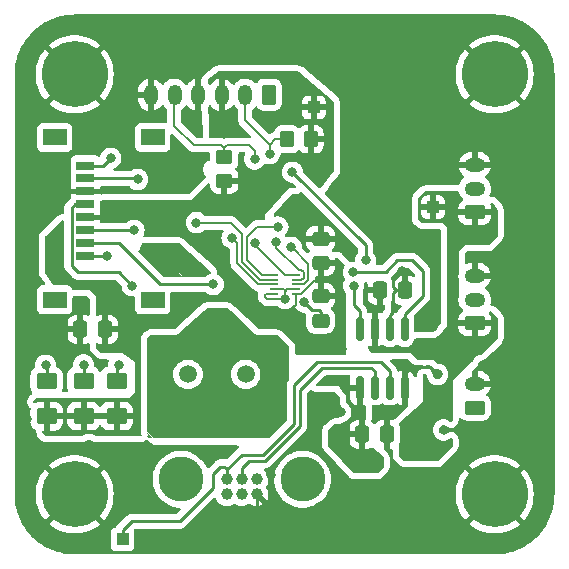
<source format=gtl>
%TF.GenerationSoftware,KiCad,Pcbnew,7.0.8*%
%TF.CreationDate,2024-04-11T21:04:34-04:00*%
%TF.ProjectId,vibBoard,76696242-6f61-4726-942e-6b696361645f,rev?*%
%TF.SameCoordinates,Original*%
%TF.FileFunction,Copper,L1,Top*%
%TF.FilePolarity,Positive*%
%FSLAX46Y46*%
G04 Gerber Fmt 4.6, Leading zero omitted, Abs format (unit mm)*
G04 Created by KiCad (PCBNEW 7.0.8) date 2024-04-11 21:04:34*
%MOMM*%
%LPD*%
G01*
G04 APERTURE LIST*
G04 Aperture macros list*
%AMRoundRect*
0 Rectangle with rounded corners*
0 $1 Rounding radius*
0 $2 $3 $4 $5 $6 $7 $8 $9 X,Y pos of 4 corners*
0 Add a 4 corners polygon primitive as box body*
4,1,4,$2,$3,$4,$5,$6,$7,$8,$9,$2,$3,0*
0 Add four circle primitives for the rounded corners*
1,1,$1+$1,$2,$3*
1,1,$1+$1,$4,$5*
1,1,$1+$1,$6,$7*
1,1,$1+$1,$8,$9*
0 Add four rect primitives between the rounded corners*
20,1,$1+$1,$2,$3,$4,$5,0*
20,1,$1+$1,$4,$5,$6,$7,0*
20,1,$1+$1,$6,$7,$8,$9,0*
20,1,$1+$1,$8,$9,$2,$3,0*%
G04 Aperture macros list end*
%TA.AperFunction,SMDPad,CuDef*%
%ADD10R,1.000000X1.000000*%
%TD*%
%TA.AperFunction,ComponentPad*%
%ADD11C,3.800000*%
%TD*%
%TA.AperFunction,ComponentPad*%
%ADD12C,1.000000*%
%TD*%
%TA.AperFunction,ComponentPad*%
%ADD13RoundRect,0.250000X0.350000X0.625000X-0.350000X0.625000X-0.350000X-0.625000X0.350000X-0.625000X0*%
%TD*%
%TA.AperFunction,ComponentPad*%
%ADD14O,1.200000X1.750000*%
%TD*%
%TA.AperFunction,SMDPad,CuDef*%
%ADD15R,0.762000X0.203200*%
%TD*%
%TA.AperFunction,ComponentPad*%
%ADD16RoundRect,0.250000X0.625000X-0.350000X0.625000X0.350000X-0.625000X0.350000X-0.625000X-0.350000X0*%
%TD*%
%TA.AperFunction,ComponentPad*%
%ADD17O,1.750000X1.200000*%
%TD*%
%TA.AperFunction,ComponentPad*%
%ADD18C,5.600000*%
%TD*%
%TA.AperFunction,SMDPad,CuDef*%
%ADD19RoundRect,0.250000X-0.337500X-0.475000X0.337500X-0.475000X0.337500X0.475000X-0.337500X0.475000X0*%
%TD*%
%TA.AperFunction,SMDPad,CuDef*%
%ADD20RoundRect,0.250000X0.350000X0.450000X-0.350000X0.450000X-0.350000X-0.450000X0.350000X-0.450000X0*%
%TD*%
%TA.AperFunction,SMDPad,CuDef*%
%ADD21RoundRect,0.250000X0.337500X0.475000X-0.337500X0.475000X-0.337500X-0.475000X0.337500X-0.475000X0*%
%TD*%
%TA.AperFunction,SMDPad,CuDef*%
%ADD22RoundRect,0.250000X0.475000X-0.337500X0.475000X0.337500X-0.475000X0.337500X-0.475000X-0.337500X0*%
%TD*%
%TA.AperFunction,SMDPad,CuDef*%
%ADD23RoundRect,0.250001X-0.624999X0.462499X-0.624999X-0.462499X0.624999X-0.462499X0.624999X0.462499X0*%
%TD*%
%TA.AperFunction,SMDPad,CuDef*%
%ADD24RoundRect,0.150000X-0.150000X0.825000X-0.150000X-0.825000X0.150000X-0.825000X0.150000X0.825000X0*%
%TD*%
%TA.AperFunction,SMDPad,CuDef*%
%ADD25R,1.500000X0.800000*%
%TD*%
%TA.AperFunction,SMDPad,CuDef*%
%ADD26R,2.000000X1.450000*%
%TD*%
%TA.AperFunction,SMDPad,CuDef*%
%ADD27RoundRect,0.250000X-0.475000X0.337500X-0.475000X-0.337500X0.475000X-0.337500X0.475000X0.337500X0*%
%TD*%
%TA.AperFunction,SMDPad,CuDef*%
%ADD28RoundRect,0.250000X0.450000X-0.350000X0.450000X0.350000X-0.450000X0.350000X-0.450000X-0.350000X0*%
%TD*%
%TA.AperFunction,ComponentPad*%
%ADD29C,1.500000*%
%TD*%
%TA.AperFunction,ViaPad*%
%ADD30C,0.800000*%
%TD*%
%TA.AperFunction,Conductor*%
%ADD31C,0.250000*%
%TD*%
%TA.AperFunction,Conductor*%
%ADD32C,0.177800*%
%TD*%
%TA.AperFunction,Conductor*%
%ADD33C,0.190500*%
%TD*%
G04 APERTURE END LIST*
D10*
%TO.P,TP3,1,1*%
%TO.N,+5V*%
X163703000Y-109042200D03*
%TD*%
%TO.P,TP2,1,1*%
%TO.N,+3.3V*%
X153593800Y-100584000D03*
%TD*%
D11*
%TO.P,J1,*%
%TO.N,*%
X142354000Y-132080000D03*
X152654000Y-132080000D03*
D12*
%TO.P,J1,1,Pin_1*%
%TO.N,unconnected-(J1-Pin_1-Pad1)*%
X148754000Y-132080000D03*
%TO.P,J1,2,Pin_2*%
%TO.N,/CANL*%
X147504000Y-132080000D03*
%TO.P,J1,3,Pin_3*%
%TO.N,/CANH*%
X146254000Y-132080000D03*
%TO.P,J1,4,Pin_4*%
%TO.N,GND*%
X148754000Y-133330000D03*
%TO.P,J1,5,Pin_5*%
%TO.N,Net-(J1-Pin_5)*%
X147504000Y-133330000D03*
%TO.P,J1,6,Pin_6*%
%TO.N,unconnected-(J1-Pin_6-Pad6)*%
X146254000Y-133330000D03*
%TD*%
D13*
%TO.P,J7,1,Pin_1*%
%TO.N,/SLF3S_4000B_IRQn*%
X149809200Y-99517200D03*
D14*
%TO.P,J7,2,Pin_2*%
%TO.N,/PIC_SDA*%
X147809200Y-99517200D03*
%TO.P,J7,3,Pin_3*%
%TO.N,+3.3V*%
X145809200Y-99517200D03*
%TO.P,J7,4,Pin_4*%
%TO.N,GND*%
X143809200Y-99517200D03*
%TO.P,J7,5,Pin_5*%
%TO.N,/PIC_SCL*%
X141809200Y-99517200D03*
%TO.P,J7,6,Pin_6*%
%TO.N,GND*%
X139809200Y-99517200D03*
%TD*%
D15*
%TO.P,U6,1,VDD*%
%TO.N,+3.3V*%
X152057100Y-116370001D03*
%TO.P,U6,2,BT_MODE*%
%TO.N,GND*%
X152057100Y-115969999D03*
%TO.P,U6,3,SA0/SPI_MISO*%
%TO.N,/FXLS8974CFR3_SA0*%
X152057100Y-115570000D03*
%TO.P,U6,4,SDA/SPI_MOSI*%
%TO.N,/PIC_SDA*%
X152057100Y-115170001D03*
%TO.P,U6,5,SCL_SCLK*%
%TO.N,/PIC_SCL*%
X152057100Y-114769999D03*
%TO.P,U6,6,INT2/EXT_TRIG/BOOT_OUT*%
%TO.N,/FXLS8974CFR3_INT2*%
X150202900Y-114769999D03*
%TO.P,U6,7,SPI_CS_B/WAKE_UP*%
%TO.N,/FXLS8974CFR3_WAKE_UP*%
X150202900Y-115170001D03*
%TO.P,U6,8,INT1/MOT_DET*%
%TO.N,/FXLS8974CFR3_INT1*%
X150202900Y-115570000D03*
%TO.P,U6,9,INTF_SEL*%
%TO.N,GND*%
X150202900Y-115969999D03*
%TO.P,U6,10,GND*%
X150202900Y-116370001D03*
%TD*%
D16*
%TO.P,J5,1,Pin_1*%
%TO.N,+5V*%
X167222000Y-118856000D03*
D17*
%TO.P,J5,2,Pin_2*%
%TO.N,Net-(J5-Pin_2)*%
X167222000Y-116856000D03*
%TO.P,J5,3,Pin_3*%
%TO.N,GND*%
X167222000Y-114856000D03*
%TD*%
D16*
%TO.P,J4,1,Pin_1*%
%TO.N,/THMS_SENSE*%
X167222000Y-126000000D03*
D17*
%TO.P,J4,2,Pin_2*%
%TO.N,GND*%
X167222000Y-124000000D03*
%TD*%
D18*
%TO.P,H3,1,1*%
%TO.N,GND*%
X133350000Y-133350000D03*
%TD*%
D19*
%TO.P,C9,1*%
%TO.N,GND*%
X133836500Y-119380000D03*
%TO.P,C9,2*%
%TO.N,+3.3V*%
X135911500Y-119380000D03*
%TD*%
D20*
%TO.P,R14,1*%
%TO.N,+3.3V*%
X153333200Y-103276400D03*
%TO.P,R14,2*%
%TO.N,/PIC_SDA*%
X151333200Y-103276400D03*
%TD*%
D21*
%TO.P,C10,1*%
%TO.N,GND*%
X159787500Y-128270000D03*
%TO.P,C10,2*%
%TO.N,+3.3V*%
X157712500Y-128270000D03*
%TD*%
D22*
%TO.P,C8,1*%
%TO.N,GND*%
X154178000Y-118639500D03*
%TO.P,C8,2*%
%TO.N,+3.3V*%
X154178000Y-116564500D03*
%TD*%
D23*
%TO.P,D2,1,K*%
%TO.N,Net-(D2-K)*%
X134112000Y-123734500D03*
%TO.P,D2,2,A*%
%TO.N,+3.3V*%
X134112000Y-126709500D03*
%TD*%
D10*
%TO.P,TP1,1,1*%
%TO.N,/CANH*%
X137414000Y-137160000D03*
%TD*%
D16*
%TO.P,J6,1,Pin_1*%
%TO.N,+5V*%
X167222000Y-109458000D03*
D17*
%TO.P,J6,2,Pin_2*%
%TO.N,Net-(J6-Pin_2)*%
X167222000Y-107458000D03*
%TO.P,J6,3,Pin_3*%
%TO.N,GND*%
X167222000Y-105458000D03*
%TD*%
D23*
%TO.P,D3,1,K*%
%TO.N,Net-(D3-K)*%
X130986000Y-123755000D03*
%TO.P,D3,2,A*%
%TO.N,+3.3V*%
X130986000Y-126730000D03*
%TD*%
D18*
%TO.P,H1,1,1*%
%TO.N,GND*%
X133350000Y-97790000D03*
%TD*%
D24*
%TO.P,U5,1,TXD*%
%TO.N,/CANRX*%
X161290000Y-119380000D03*
%TO.P,U5,2,VSS*%
%TO.N,GND*%
X160020000Y-119380000D03*
%TO.P,U5,3,VDD*%
%TO.N,+5V*%
X158750000Y-119380000D03*
%TO.P,U5,4,RXD*%
%TO.N,/CANTX*%
X157480000Y-119380000D03*
%TO.P,U5,5,VIO*%
%TO.N,+3.3V*%
X157480000Y-124330000D03*
%TO.P,U5,6,CANL*%
%TO.N,/CANL*%
X158750000Y-124330000D03*
%TO.P,U5,7,CANH*%
%TO.N,/CANH*%
X160020000Y-124330000D03*
%TO.P,U5,8,STBY*%
%TO.N,GND*%
X161290000Y-124330000D03*
%TD*%
D25*
%TO.P,J3,1,DAT2*%
%TO.N,Net-(J3-DAT2)*%
X134254000Y-113204000D03*
%TO.P,J3,2,DAT3/CD*%
%TO.N,/PIC_MICRO_SD_CS*%
X134254000Y-112104000D03*
%TO.P,J3,3,CMD*%
%TO.N,/PIC_MICRO_SD_SDO*%
X134254000Y-110994000D03*
%TO.P,J3,4,VDD*%
%TO.N,+3.3V*%
X134254000Y-109904000D03*
%TO.P,J3,5,CLK*%
%TO.N,/PIC_MICRO_SD_SCK*%
X134264000Y-108804000D03*
%TO.P,J3,6,VSS*%
%TO.N,GND*%
X134254000Y-107704000D03*
%TO.P,J3,7,DAT0*%
%TO.N,/PIC_MICRO_SD_SDI*%
X134254000Y-106604000D03*
%TO.P,J3,8,DAT1*%
%TO.N,Net-(J3-DAT1)*%
X134254000Y-105504000D03*
D26*
%TO.P,J3,9,SHIELD*%
%TO.N,unconnected-(J3-SHIELD-Pad9)*%
X139954000Y-103124000D03*
X131654000Y-103124000D03*
X139954000Y-116874000D03*
X131654000Y-116874000D03*
%TD*%
D18*
%TO.P,H4,1,1*%
%TO.N,GND*%
X168910000Y-133350000D03*
%TD*%
%TO.P,H2,1,1*%
%TO.N,GND*%
X168910000Y-97790000D03*
%TD*%
D23*
%TO.P,D1,1,K*%
%TO.N,Net-(D1-K)*%
X136906000Y-123734500D03*
%TO.P,D1,2,A*%
%TO.N,+3.3V*%
X136906000Y-126709500D03*
%TD*%
D27*
%TO.P,C7,1*%
%TO.N,GND*%
X154178000Y-111717000D03*
%TO.P,C7,2*%
%TO.N,+3.3V*%
X154178000Y-113792000D03*
%TD*%
D28*
%TO.P,R15,1*%
%TO.N,+3.3V*%
X146024600Y-106800400D03*
%TO.P,R15,2*%
%TO.N,/PIC_SCL*%
X146024600Y-104800400D03*
%TD*%
D21*
%TO.P,C12,1*%
%TO.N,GND*%
X161311500Y-116078000D03*
%TO.P,C12,2*%
%TO.N,+5V*%
X159236500Y-116078000D03*
%TD*%
D29*
%TO.P,Y1,1,1*%
%TO.N,/OSC1*%
X147828000Y-123190000D03*
%TO.P,Y1,2,2*%
%TO.N,/OSC2*%
X142948000Y-123190000D03*
%TD*%
D30*
%TO.N,+5V*%
X162763200Y-126314200D03*
X161798000Y-129540000D03*
%TO.N,GND*%
X164592000Y-127889000D03*
X141859000Y-124587000D03*
X132588000Y-107442000D03*
X150520400Y-127177800D03*
X163800000Y-111800000D03*
X146812000Y-124460000D03*
X150749000Y-124968000D03*
X154076400Y-134416800D03*
X140081000Y-124968000D03*
X172974000Y-106680000D03*
X165100000Y-131572000D03*
X142798800Y-100965000D03*
X130302000Y-136144000D03*
X155885748Y-126365000D03*
X170688000Y-137160000D03*
X145389600Y-127838200D03*
X137769600Y-101396800D03*
X165100000Y-93726000D03*
X132054600Y-129641600D03*
X159258000Y-113411000D03*
X139700000Y-137414000D03*
X172974000Y-101600000D03*
X143764000Y-121666000D03*
X153593800Y-126136400D03*
X164338000Y-104648000D03*
X144526000Y-93726000D03*
X154940000Y-93726000D03*
X142240000Y-121666000D03*
X140208000Y-127177800D03*
X147066000Y-120396000D03*
X140208000Y-121285000D03*
X167132000Y-113284000D03*
X163703000Y-119126000D03*
X129286000Y-101600000D03*
X172974000Y-121920000D03*
X132334000Y-119380000D03*
X160020000Y-137414000D03*
X137109200Y-130454400D03*
X134620000Y-137414000D03*
X161036000Y-114477800D03*
X172974000Y-111760000D03*
X143256000Y-106680000D03*
X158242000Y-133604000D03*
X149860000Y-93726000D03*
X137058400Y-133477000D03*
X139319000Y-112522000D03*
X151156612Y-116770823D03*
X164084000Y-123190000D03*
X139446000Y-93726000D03*
X141579600Y-97231200D03*
X172974000Y-132334000D03*
X160680400Y-103174800D03*
X145161000Y-134493000D03*
X141884400Y-104495600D03*
X172974000Y-97028000D03*
X149606000Y-137414000D03*
X172974000Y-116840000D03*
X169926000Y-93726000D03*
X141224000Y-122936000D03*
X148844000Y-124587000D03*
X129286000Y-132080000D03*
X129286000Y-121920000D03*
X172974000Y-127254000D03*
X141071600Y-112522000D03*
X153517600Y-129108200D03*
X139928600Y-130505200D03*
X160020000Y-93726000D03*
X143967200Y-114554000D03*
X144018000Y-124460000D03*
X134569200Y-129133600D03*
X129286000Y-111760000D03*
X134366000Y-93726000D03*
X149098000Y-120396000D03*
X148590000Y-121666000D03*
X154940000Y-137414000D03*
X129286000Y-116840000D03*
X156108400Y-112166400D03*
X144780000Y-137414000D03*
X141732000Y-120396000D03*
X170027600Y-106527600D03*
X149606000Y-122936000D03*
X143764000Y-120396000D03*
X150495000Y-121158000D03*
X152806400Y-117077550D03*
X147066000Y-121666000D03*
X129286000Y-106680000D03*
X129286000Y-127000000D03*
X157784800Y-108508800D03*
X129286000Y-96774000D03*
X167894000Y-122428000D03*
X148844000Y-134747000D03*
X139725400Y-133121400D03*
X156819600Y-101650800D03*
X151790400Y-111099600D03*
X149987000Y-131699000D03*
X165100000Y-137414000D03*
%TO.N,+3.3V*%
X154914600Y-123672600D03*
X158872000Y-130556000D03*
X145135600Y-111455200D03*
X131902200Y-111607600D03*
X136372600Y-109524800D03*
X146405600Y-102616000D03*
X147523200Y-105918000D03*
X149885400Y-102311200D03*
X154330400Y-105714800D03*
X154432000Y-121031000D03*
X155956000Y-121031000D03*
%TO.N,Net-(D1-K)*%
X137072000Y-122391500D03*
%TO.N,Net-(D2-K)*%
X134112000Y-122391500D03*
%TO.N,Net-(D3-K)*%
X130898000Y-122412000D03*
%TO.N,/~{MCLR}*%
X151790400Y-106070400D03*
X157992299Y-113542299D03*
%TO.N,Net-(J3-DAT1)*%
X136414000Y-104886000D03*
%TO.N,/PIC_MICRO_SD_CS*%
X145084800Y-115570000D03*
%TO.N,/PIC_MICRO_SD_SDO*%
X138379200Y-110994000D03*
%TO.N,/PIC_MICRO_SD_SCK*%
X138226800Y-115671600D03*
%TO.N,/PIC_MICRO_SD_SDI*%
X138684000Y-106680000D03*
%TO.N,Net-(J3-DAT2)*%
X136064000Y-113204000D03*
%TO.N,/PIC_SDA*%
X150418800Y-112014000D03*
X149860000Y-104495600D03*
%TO.N,/PIC_SCL*%
X148590000Y-104952800D03*
X148649750Y-112090522D03*
%TO.N,/CANTX*%
X156967701Y-115692701D03*
%TO.N,/CANRX*%
X156944548Y-114544452D03*
%TO.N,/FXLS8974CFR3_SA0*%
X151688800Y-112420400D03*
%TO.N,/FXLS8974CFR3_WAKE_UP*%
X143662400Y-110337600D03*
%TO.N,/FXLS8974CFR3_INT1*%
X146685000Y-111633000D03*
%TO.N,/FXLS8974CFR3_INT2*%
X150554750Y-110718600D03*
%TD*%
D31*
%TO.N,GND*%
X154178000Y-117906800D02*
X154178000Y-118639500D01*
X152661800Y-111717000D02*
X154178000Y-111717000D01*
D32*
X149479000Y-116636800D02*
X149479000Y-116459000D01*
D31*
X153483250Y-117754400D02*
X154025600Y-117754400D01*
D32*
X151156612Y-116770823D02*
X151112835Y-116814600D01*
D31*
X155659000Y-111717000D02*
X154178000Y-111717000D01*
D32*
X151130000Y-116078000D02*
X151130000Y-116205000D01*
D31*
X154025600Y-117754400D02*
X154178000Y-117906800D01*
D32*
X151021999Y-115969999D02*
X151130000Y-116078000D01*
D31*
X148754000Y-134657000D02*
X148844000Y-134747000D01*
X160274000Y-117919500D02*
X160020000Y-118173500D01*
X151790400Y-111099600D02*
X152044400Y-111099600D01*
X160528000Y-116078000D02*
X160274000Y-116332000D01*
D32*
X149479000Y-116459000D02*
X149567999Y-116370001D01*
X151130000Y-116205000D02*
X151130000Y-116744211D01*
D31*
X160274000Y-116332000D02*
X160274000Y-117919500D01*
X164084000Y-123190000D02*
X163449000Y-122555000D01*
X160274000Y-115824000D02*
X160528000Y-116078000D01*
X152806400Y-117077550D02*
X153483250Y-117754400D01*
D32*
X150202900Y-115969999D02*
X151021999Y-115969999D01*
D31*
X161861500Y-122555000D02*
X161290000Y-123126500D01*
X156108400Y-112166400D02*
X155659000Y-111717000D01*
D32*
X151365001Y-115969999D02*
X152057100Y-115969999D01*
X151112835Y-116814600D02*
X149656800Y-116814600D01*
D31*
X163449000Y-122555000D02*
X161861500Y-122555000D01*
X161036000Y-114477800D02*
X160274000Y-115239800D01*
X152044400Y-111099600D02*
X152661800Y-111717000D01*
D32*
X149656800Y-116814600D02*
X149479000Y-116636800D01*
D31*
X161290000Y-123126500D02*
X161290000Y-124330000D01*
X160020000Y-118173500D02*
X160020000Y-119380000D01*
D32*
X151130000Y-116744211D02*
X151156612Y-116770823D01*
X149567999Y-116370001D02*
X150202900Y-116370001D01*
D31*
X148754000Y-133330000D02*
X148754000Y-134657000D01*
X160274000Y-115239800D02*
X160274000Y-115824000D01*
D32*
X151130000Y-116205000D02*
X151365001Y-115969999D01*
D31*
X160528000Y-116078000D02*
X161311500Y-116078000D01*
D32*
%TO.N,+3.3V*%
X152057100Y-116370001D02*
X152057100Y-117284500D01*
X152057100Y-117284500D02*
X151841200Y-117500400D01*
X152557246Y-116370001D02*
X152057100Y-116370001D01*
X153974800Y-115214400D02*
X153712847Y-115214400D01*
X153712847Y-115214400D02*
X152557246Y-116370001D01*
D31*
%TO.N,Net-(D1-K)*%
X137072000Y-122391500D02*
X136906000Y-122557500D01*
X136906000Y-122557500D02*
X136906000Y-123734500D01*
%TO.N,Net-(D2-K)*%
X134112000Y-123734500D02*
X134112000Y-122391500D01*
%TO.N,Net-(D3-K)*%
X130898000Y-122412000D02*
X130986000Y-122500000D01*
X130986000Y-122500000D02*
X130986000Y-123755000D01*
%TO.N,/CANL*%
X149453600Y-130505200D02*
X148132800Y-130505200D01*
X154312200Y-122624000D02*
X152400000Y-124536200D01*
X158750000Y-122936000D02*
X158438000Y-122624000D01*
X158438000Y-122624000D02*
X154312200Y-122624000D01*
X148132800Y-130505200D02*
X147504000Y-131134000D01*
X147504000Y-131134000D02*
X147504000Y-132080000D01*
X152400000Y-127558800D02*
X149453600Y-130505200D01*
X152400000Y-124536200D02*
X152400000Y-127558800D01*
X158750000Y-124330000D02*
X158750000Y-122936000D01*
%TO.N,/CANH*%
X153873200Y-122174000D02*
X159283400Y-122174000D01*
X146254000Y-132080000D02*
X146254000Y-131241000D01*
X151950000Y-127372404D02*
X151950000Y-124097200D01*
X145034000Y-132842000D02*
X142240000Y-135636000D01*
X138176000Y-135636000D02*
X137414000Y-136398000D01*
X159283400Y-122174000D02*
X160020000Y-122910600D01*
X145034000Y-131648200D02*
X145034000Y-132842000D01*
X146026200Y-131013200D02*
X145669000Y-131013200D01*
X146254000Y-131241000D02*
X147497800Y-129997200D01*
X147497800Y-129997200D02*
X149325204Y-129997200D01*
X149325204Y-129997200D02*
X151950000Y-127372404D01*
X151950000Y-124097200D02*
X153873200Y-122174000D01*
X142240000Y-135636000D02*
X138176000Y-135636000D01*
X146254000Y-131241000D02*
X146026200Y-131013200D01*
X145669000Y-131013200D02*
X145034000Y-131648200D01*
X160020000Y-122910600D02*
X160020000Y-124330000D01*
X137414000Y-136398000D02*
X137414000Y-137160000D01*
%TO.N,/~{MCLR}*%
X151790400Y-106070400D02*
X157988000Y-112268000D01*
X157988000Y-112268000D02*
X157988000Y-113538000D01*
X157988000Y-113538000D02*
X157992299Y-113542299D01*
%TO.N,Net-(J3-DAT1)*%
X136414000Y-104886000D02*
X135796000Y-105504000D01*
X135796000Y-105504000D02*
X134254000Y-105504000D01*
%TO.N,/PIC_MICRO_SD_CS*%
X140589000Y-115570000D02*
X137123000Y-112104000D01*
X137123000Y-112104000D02*
X134254000Y-112104000D01*
X145084800Y-115570000D02*
X140589000Y-115570000D01*
%TO.N,/PIC_MICRO_SD_SDO*%
X138379200Y-110994000D02*
X134254000Y-110994000D01*
%TO.N,/PIC_MICRO_SD_SCK*%
X133385000Y-108804000D02*
X134264000Y-108804000D01*
X138226800Y-115671600D02*
X137109200Y-114554000D01*
X137109200Y-114554000D02*
X133654800Y-114554000D01*
X133654800Y-114554000D02*
X133096000Y-113995200D01*
X133096000Y-109093000D02*
X133385000Y-108804000D01*
X133096000Y-113995200D02*
X133096000Y-109093000D01*
%TO.N,/PIC_MICRO_SD_SDI*%
X134254000Y-106604000D02*
X138608000Y-106604000D01*
X138608000Y-106604000D02*
X138684000Y-106680000D01*
%TO.N,Net-(J3-DAT2)*%
X136064000Y-113204000D02*
X134254000Y-113204000D01*
D32*
%TO.N,/PIC_SDA*%
X152733350Y-114546101D02*
X152733350Y-114993897D01*
X152557246Y-115170001D02*
X152057100Y-115170001D01*
X152733350Y-114993897D02*
X152557246Y-115170001D01*
X152560398Y-114373149D02*
X152733350Y-114546101D01*
X149860000Y-103733600D02*
X150317200Y-103276400D01*
X150317200Y-103276400D02*
X151333200Y-103276400D01*
X147809200Y-101682800D02*
X147809200Y-99517200D01*
X149860000Y-104495600D02*
X149860000Y-103733600D01*
X152320749Y-114373149D02*
X152560398Y-114373149D01*
X149860000Y-103733600D02*
X147809200Y-101682800D01*
X150418800Y-112471200D02*
X152320749Y-114373149D01*
X150418800Y-112014000D02*
X150418800Y-112471200D01*
%TO.N,/PIC_SCL*%
X148649750Y-112250825D02*
X151168924Y-114769999D01*
X146278600Y-103784400D02*
X146024600Y-104038400D01*
X141798750Y-102123950D02*
X143459200Y-103784400D01*
X148649750Y-112090522D02*
X148649750Y-112250825D01*
X145770600Y-103784400D02*
X146024600Y-104038400D01*
X148082000Y-103784400D02*
X146278600Y-103784400D01*
X151168924Y-114769999D02*
X152057100Y-114769999D01*
D33*
X141798750Y-99527650D02*
X141809200Y-99517200D01*
D32*
X148590000Y-104952800D02*
X148590000Y-104292400D01*
X146024600Y-104038400D02*
X146024600Y-104800400D01*
X143459200Y-103784400D02*
X145770600Y-103784400D01*
X148590000Y-104292400D02*
X148082000Y-103784400D01*
X141798750Y-99527650D02*
X141798750Y-102123950D01*
D31*
%TO.N,/CANTX*%
X156967701Y-115692701D02*
X156967701Y-117343701D01*
X156967701Y-117343701D02*
X157480000Y-117856000D01*
X157480000Y-117856000D02*
X157480000Y-119380000D01*
%TO.N,/CANRX*%
X162814000Y-114427000D02*
X162814000Y-116586000D01*
X161290000Y-118110000D02*
X161290000Y-119380000D01*
X162814000Y-116586000D02*
X161290000Y-118110000D01*
X160680400Y-113538000D02*
X161925000Y-113538000D01*
X161925000Y-113538000D02*
X162814000Y-114427000D01*
X159673948Y-114544452D02*
X160680400Y-113538000D01*
X156944548Y-114544452D02*
X159673948Y-114544452D01*
D32*
%TO.N,/FXLS8974CFR3_SA0*%
X153123850Y-115201750D02*
X152755600Y-115570000D01*
D33*
X151688800Y-112420400D02*
X151739600Y-112420400D01*
D32*
X153123850Y-113804650D02*
X153123850Y-115201750D01*
X152755600Y-115570000D02*
X152057100Y-115570000D01*
X151739600Y-112420400D02*
X153123850Y-113804650D01*
%TO.N,/FXLS8974CFR3_WAKE_UP*%
X146558000Y-110337600D02*
X147523200Y-111302800D01*
X143662400Y-110337600D02*
X146558000Y-110337600D01*
X147523200Y-111302800D02*
X147523200Y-113633050D01*
X147523200Y-113633050D02*
X149060151Y-115170001D01*
X149060151Y-115170001D02*
X150202900Y-115170001D01*
%TO.N,/FXLS8974CFR3_INT1*%
X146685000Y-111633000D02*
X147132700Y-112080700D01*
X148907900Y-115570000D02*
X150202900Y-115570000D01*
X147132700Y-112080700D02*
X147132700Y-113794800D01*
X147132700Y-113794800D02*
X148907900Y-115570000D01*
%TO.N,/FXLS8974CFR3_INT2*%
X150554750Y-110718600D02*
X148793200Y-110718600D01*
X149212399Y-114769999D02*
X150202900Y-114769999D01*
X147955000Y-111556800D02*
X147955000Y-113512600D01*
X148793200Y-110718600D02*
X147955000Y-111556800D01*
X147955000Y-113512600D02*
X149212399Y-114769999D01*
%TD*%
%TA.AperFunction,Conductor*%
%TO.N,+5V*%
G36*
X165842811Y-107719685D02*
G01*
X165888566Y-107772489D01*
X165896276Y-107794764D01*
X165902294Y-107819572D01*
X165902298Y-107819582D01*
X165989598Y-108010743D01*
X165989601Y-108010748D01*
X165989602Y-108010750D01*
X165989604Y-108010753D01*
X166016557Y-108048603D01*
X166111515Y-108181953D01*
X166214456Y-108280107D01*
X166249391Y-108340616D01*
X166246066Y-108410406D01*
X166205538Y-108467321D01*
X166193983Y-108475388D01*
X166128659Y-108515680D01*
X166128655Y-108515683D01*
X166004684Y-108639654D01*
X165912643Y-108788875D01*
X165912641Y-108788880D01*
X165857494Y-108955302D01*
X165857493Y-108955309D01*
X165847000Y-109058013D01*
X165847000Y-109208000D01*
X166942440Y-109208000D01*
X166903722Y-109250059D01*
X166853449Y-109364670D01*
X166843114Y-109489395D01*
X166873837Y-109610719D01*
X166937394Y-109708000D01*
X165847001Y-109708000D01*
X165847001Y-109857986D01*
X165857494Y-109960697D01*
X165912641Y-110127119D01*
X165912643Y-110127124D01*
X166004684Y-110276345D01*
X166128654Y-110400315D01*
X166277875Y-110492356D01*
X166277880Y-110492358D01*
X166444302Y-110547505D01*
X166444309Y-110547506D01*
X166547019Y-110557999D01*
X166971999Y-110557999D01*
X166972000Y-110557998D01*
X166972000Y-109738617D01*
X167041052Y-109792363D01*
X167159424Y-109833000D01*
X167253073Y-109833000D01*
X167345446Y-109817586D01*
X167455514Y-109758019D01*
X167472000Y-109740110D01*
X167472000Y-110557999D01*
X167896972Y-110557999D01*
X167896986Y-110557998D01*
X167999697Y-110547505D01*
X168166119Y-110492358D01*
X168166124Y-110492356D01*
X168315345Y-110400315D01*
X168439315Y-110276345D01*
X168531356Y-110127124D01*
X168531358Y-110127119D01*
X168586505Y-109960697D01*
X168586506Y-109960690D01*
X168596999Y-109857986D01*
X168597000Y-109857973D01*
X168597000Y-109708000D01*
X167501560Y-109708000D01*
X167540278Y-109665941D01*
X167590551Y-109551330D01*
X167600886Y-109426605D01*
X167570163Y-109305281D01*
X167506606Y-109208000D01*
X168596999Y-109208000D01*
X168596999Y-109058028D01*
X168596998Y-109058013D01*
X168586506Y-108955304D01*
X168532321Y-108791788D01*
X168529919Y-108721959D01*
X168565650Y-108661917D01*
X168628171Y-108630724D01*
X168697630Y-108638284D01*
X168748476Y-108677392D01*
X169138449Y-109186634D01*
X169163580Y-109251827D01*
X169164000Y-109262025D01*
X169164000Y-111454638D01*
X169144315Y-111521677D01*
X169127681Y-111542319D01*
X168438319Y-112231681D01*
X168376996Y-112265166D01*
X168350638Y-112268000D01*
X166369999Y-112268000D01*
X165862000Y-112775999D01*
X165862000Y-114660611D01*
X165860738Y-114678258D01*
X165842746Y-114803395D01*
X165842745Y-114803397D01*
X165852745Y-115013327D01*
X165858505Y-115037067D01*
X165862000Y-115066301D01*
X165862000Y-116660611D01*
X165860738Y-116678258D01*
X165842746Y-116803395D01*
X165842745Y-116803397D01*
X165852745Y-117013327D01*
X165858505Y-117037067D01*
X165862000Y-117066301D01*
X165862000Y-117348000D01*
X166202714Y-117688714D01*
X166236199Y-117750037D01*
X166231215Y-117819729D01*
X166189343Y-117875662D01*
X166180130Y-117881934D01*
X166128654Y-117913684D01*
X166004684Y-118037654D01*
X165912643Y-118186875D01*
X165912641Y-118186880D01*
X165857494Y-118353302D01*
X165857493Y-118353309D01*
X165847000Y-118456013D01*
X165847000Y-118606000D01*
X166942440Y-118606000D01*
X166903722Y-118648059D01*
X166853449Y-118762670D01*
X166843114Y-118887395D01*
X166873837Y-119008719D01*
X166937394Y-119106000D01*
X165847001Y-119106000D01*
X165847001Y-119255986D01*
X165857494Y-119358697D01*
X165912641Y-119525119D01*
X165912643Y-119525124D01*
X166004684Y-119674345D01*
X166128654Y-119798315D01*
X166277875Y-119890356D01*
X166277880Y-119890358D01*
X166444302Y-119945505D01*
X166444309Y-119945506D01*
X166547019Y-119955999D01*
X166971999Y-119955999D01*
X166972000Y-119955998D01*
X166972000Y-119136617D01*
X167041052Y-119190363D01*
X167159424Y-119231000D01*
X167253073Y-119231000D01*
X167345446Y-119215586D01*
X167455514Y-119156019D01*
X167472000Y-119138110D01*
X167472000Y-119955999D01*
X167896972Y-119955999D01*
X167896986Y-119955998D01*
X167999697Y-119945505D01*
X168166119Y-119890358D01*
X168166124Y-119890356D01*
X168315345Y-119798315D01*
X168439315Y-119674345D01*
X168531356Y-119525124D01*
X168531358Y-119525119D01*
X168586505Y-119358697D01*
X168586506Y-119358690D01*
X168596999Y-119255986D01*
X168597000Y-119255973D01*
X168597000Y-119106000D01*
X167501560Y-119106000D01*
X167540278Y-119063941D01*
X167590551Y-118949330D01*
X167600886Y-118824605D01*
X167570163Y-118703281D01*
X167506606Y-118606000D01*
X168596999Y-118606000D01*
X168596999Y-118456028D01*
X168596998Y-118456013D01*
X168586505Y-118353302D01*
X168531358Y-118186880D01*
X168531356Y-118186875D01*
X168443906Y-118045097D01*
X168425466Y-117977705D01*
X168446388Y-117911041D01*
X168500030Y-117866271D01*
X168549445Y-117856000D01*
X168604638Y-117856000D01*
X168671677Y-117875685D01*
X168692319Y-117892319D01*
X169127681Y-118327681D01*
X169161166Y-118389004D01*
X169164000Y-118415362D01*
X169164000Y-120090637D01*
X169144315Y-120157676D01*
X169127681Y-120178318D01*
X168402000Y-120904000D01*
X167723340Y-121526103D01*
X167665332Y-121555986D01*
X167614196Y-121566855D01*
X167614194Y-121566856D01*
X167441270Y-121643848D01*
X167441265Y-121643851D01*
X167288129Y-121755111D01*
X167161466Y-121895785D01*
X167066821Y-122059715D01*
X167066816Y-122059725D01*
X167045345Y-122125806D01*
X167011205Y-122178893D01*
X165354000Y-123697999D01*
X165354000Y-127086182D01*
X165334315Y-127153221D01*
X165281511Y-127198976D01*
X165212353Y-127208920D01*
X165157115Y-127186500D01*
X165044734Y-127104851D01*
X165044729Y-127104848D01*
X164871807Y-127027857D01*
X164871802Y-127027855D01*
X164726001Y-126996865D01*
X164686646Y-126988500D01*
X164497354Y-126988500D01*
X164464897Y-126995398D01*
X164312197Y-127027855D01*
X164312192Y-127027857D01*
X164139270Y-127104848D01*
X164139265Y-127104851D01*
X163986129Y-127216111D01*
X163859466Y-127356785D01*
X163764821Y-127520715D01*
X163764818Y-127520722D01*
X163725348Y-127642200D01*
X163706326Y-127700744D01*
X163686540Y-127889000D01*
X163706326Y-128077256D01*
X163706327Y-128077259D01*
X163764818Y-128257277D01*
X163764821Y-128257284D01*
X163859467Y-128421216D01*
X163986129Y-128561888D01*
X164139265Y-128673148D01*
X164139270Y-128673151D01*
X164312192Y-128750142D01*
X164312197Y-128750144D01*
X164497354Y-128789500D01*
X164497355Y-128789500D01*
X164686644Y-128789500D01*
X164686646Y-128789500D01*
X164871803Y-128750144D01*
X165044730Y-128673151D01*
X165157115Y-128591499D01*
X165222921Y-128568019D01*
X165290975Y-128583844D01*
X165339670Y-128633950D01*
X165354000Y-128691817D01*
X165354000Y-129234638D01*
X165334315Y-129301677D01*
X165317681Y-129322319D01*
X164120319Y-130519681D01*
X164058996Y-130553166D01*
X164032638Y-130556000D01*
X161341362Y-130556000D01*
X161274323Y-130536315D01*
X161253681Y-130519681D01*
X160818319Y-130084319D01*
X160784834Y-130022996D01*
X160782000Y-129996638D01*
X160782000Y-129144593D01*
X160800463Y-129079493D01*
X160809814Y-129064334D01*
X160864999Y-128897797D01*
X160875500Y-128795009D01*
X160875499Y-127744992D01*
X160864999Y-127642203D01*
X160809814Y-127475666D01*
X160806345Y-127470042D01*
X160787905Y-127402652D01*
X160808827Y-127335988D01*
X160828302Y-127313349D01*
X162814000Y-125501400D01*
X162814000Y-125171200D01*
X162814000Y-124968000D01*
X162814000Y-123304500D01*
X162833685Y-123237461D01*
X162886489Y-123191706D01*
X162938000Y-123180500D01*
X163065891Y-123180500D01*
X163132930Y-123200185D01*
X163178685Y-123252989D01*
X163189211Y-123291536D01*
X163198326Y-123378256D01*
X163198327Y-123378259D01*
X163256818Y-123558277D01*
X163256821Y-123558284D01*
X163351467Y-123722216D01*
X163459925Y-123842670D01*
X163478129Y-123862888D01*
X163631265Y-123974148D01*
X163631270Y-123974151D01*
X163804192Y-124051142D01*
X163804197Y-124051144D01*
X163989354Y-124090500D01*
X163989355Y-124090500D01*
X164178644Y-124090500D01*
X164178646Y-124090500D01*
X164363803Y-124051144D01*
X164536730Y-123974151D01*
X164689871Y-123862888D01*
X164816533Y-123722216D01*
X164911179Y-123558284D01*
X164969674Y-123378256D01*
X164989460Y-123190000D01*
X164969674Y-123001744D01*
X164911179Y-122821716D01*
X164816533Y-122657784D01*
X164689871Y-122517112D01*
X164670606Y-122503115D01*
X164536734Y-122405851D01*
X164536729Y-122405848D01*
X164363807Y-122328857D01*
X164363802Y-122328855D01*
X164218001Y-122297865D01*
X164178646Y-122289500D01*
X164178645Y-122289500D01*
X164119453Y-122289500D01*
X164052414Y-122269815D01*
X164031772Y-122253181D01*
X163949803Y-122171212D01*
X163939980Y-122158950D01*
X163939759Y-122159134D01*
X163934786Y-122153123D01*
X163914861Y-122134412D01*
X163884364Y-122105773D01*
X163873919Y-122095328D01*
X163863475Y-122084883D01*
X163857986Y-122080625D01*
X163853561Y-122076847D01*
X163819582Y-122044938D01*
X163819580Y-122044936D01*
X163819577Y-122044935D01*
X163802029Y-122035288D01*
X163785763Y-122024604D01*
X163769933Y-122012325D01*
X163727168Y-121993818D01*
X163721922Y-121991248D01*
X163681093Y-121968803D01*
X163681092Y-121968802D01*
X163661693Y-121963822D01*
X163643281Y-121957518D01*
X163624898Y-121949562D01*
X163624892Y-121949560D01*
X163578874Y-121942272D01*
X163573152Y-121941087D01*
X163528021Y-121929500D01*
X163528019Y-121929500D01*
X163507984Y-121929500D01*
X163488586Y-121927973D01*
X163481162Y-121926797D01*
X163468805Y-121924840D01*
X163468804Y-121924840D01*
X163422416Y-121929225D01*
X163416578Y-121929500D01*
X162366862Y-121929500D01*
X162299823Y-121909815D01*
X162279181Y-121893181D01*
X161798000Y-121412000D01*
X158558000Y-121412000D01*
X158490961Y-121392315D01*
X158458800Y-121362400D01*
X158177623Y-120987497D01*
X158153147Y-120922055D01*
X158167937Y-120853768D01*
X158217298Y-120804318D01*
X158285557Y-120789405D01*
X158332300Y-120803983D01*
X158332646Y-120803185D01*
X158339799Y-120806280D01*
X158497514Y-120852100D01*
X158497511Y-120852100D01*
X158499998Y-120852295D01*
X158500000Y-120852295D01*
X158500000Y-117907703D01*
X158497503Y-117907900D01*
X158339806Y-117953716D01*
X158339805Y-117953716D01*
X158293564Y-117981063D01*
X158225840Y-117998244D01*
X158159578Y-117976084D01*
X158115815Y-117921618D01*
X158106506Y-117878225D01*
X158105500Y-117846203D01*
X158105500Y-117816650D01*
X158104629Y-117809759D01*
X158104172Y-117803945D01*
X158102709Y-117757372D01*
X158097122Y-117738144D01*
X158093174Y-117719084D01*
X158090664Y-117699208D01*
X158073507Y-117655875D01*
X158071619Y-117650359D01*
X158058619Y-117605612D01*
X158048418Y-117588363D01*
X158039860Y-117570894D01*
X158032486Y-117552268D01*
X158032483Y-117552264D01*
X158032483Y-117552263D01*
X158005098Y-117514571D01*
X158001890Y-117509687D01*
X157978172Y-117469582D01*
X157978163Y-117469571D01*
X157964005Y-117455413D01*
X157951370Y-117440620D01*
X157939593Y-117424412D01*
X157903693Y-117394713D01*
X157899381Y-117390790D01*
X157770319Y-117261728D01*
X157736834Y-117200405D01*
X157734000Y-117174047D01*
X157734000Y-116328000D01*
X158149001Y-116328000D01*
X158149001Y-116602986D01*
X158159494Y-116705697D01*
X158214641Y-116872119D01*
X158214643Y-116872124D01*
X158306684Y-117021345D01*
X158430654Y-117145315D01*
X158579875Y-117237356D01*
X158579880Y-117237358D01*
X158746302Y-117292505D01*
X158746309Y-117292506D01*
X158849019Y-117302999D01*
X158986499Y-117302999D01*
X158986500Y-117302998D01*
X158986500Y-116328000D01*
X158149001Y-116328000D01*
X157734000Y-116328000D01*
X157734000Y-116199657D01*
X157750613Y-116137657D01*
X157794880Y-116060985D01*
X157853375Y-115880957D01*
X157873161Y-115692701D01*
X157858391Y-115552173D01*
X157870961Y-115483446D01*
X157907307Y-115440019D01*
X157955025Y-115404231D01*
X158020462Y-115379757D01*
X158088749Y-115394547D01*
X158138199Y-115443908D01*
X158153112Y-115512167D01*
X158152778Y-115516034D01*
X158149000Y-115553009D01*
X158149000Y-115828000D01*
X159362500Y-115828000D01*
X159429539Y-115847685D01*
X159475294Y-115900489D01*
X159486500Y-115952000D01*
X159486500Y-117302999D01*
X159524500Y-117302999D01*
X159591539Y-117322684D01*
X159637294Y-117375488D01*
X159648500Y-117426999D01*
X159648500Y-117606270D01*
X159628815Y-117673309D01*
X159614892Y-117691154D01*
X159570772Y-117738136D01*
X159549889Y-117759019D01*
X159549877Y-117759032D01*
X159545621Y-117764517D01*
X159541837Y-117768947D01*
X159509937Y-117802918D01*
X159509936Y-117802920D01*
X159500284Y-117820476D01*
X159489610Y-117836726D01*
X159477329Y-117852561D01*
X159477324Y-117852568D01*
X159458815Y-117895338D01*
X159456245Y-117900584D01*
X159433803Y-117941407D01*
X159431388Y-117947507D01*
X159388405Y-118002590D01*
X159322464Y-118025691D01*
X159254503Y-118009475D01*
X159252976Y-118008587D01*
X159160196Y-117953717D01*
X159160193Y-117953716D01*
X159002494Y-117907900D01*
X159002497Y-117907900D01*
X159000000Y-117907703D01*
X159000000Y-120852295D01*
X159000001Y-120852295D01*
X159002486Y-120852100D01*
X159160198Y-120806281D01*
X159301550Y-120722686D01*
X159307717Y-120717903D01*
X159309630Y-120720369D01*
X159358222Y-120693802D01*
X159427917Y-120698749D01*
X159460762Y-120719853D01*
X159461969Y-120718298D01*
X159468132Y-120723078D01*
X159468135Y-120723081D01*
X159609602Y-120806744D01*
X159651224Y-120818836D01*
X159767426Y-120852597D01*
X159767429Y-120852597D01*
X159767431Y-120852598D01*
X159779722Y-120853565D01*
X159804304Y-120855500D01*
X159804306Y-120855500D01*
X160235696Y-120855500D01*
X160257702Y-120853768D01*
X160272569Y-120852598D01*
X160272571Y-120852597D01*
X160272573Y-120852597D01*
X160314191Y-120840505D01*
X160430398Y-120806744D01*
X160571865Y-120723081D01*
X160571870Y-120723075D01*
X160578031Y-120718298D01*
X160579933Y-120720750D01*
X160628579Y-120694155D01*
X160698274Y-120699104D01*
X160730695Y-120719940D01*
X160731969Y-120718298D01*
X160738132Y-120723078D01*
X160738135Y-120723081D01*
X160879602Y-120806744D01*
X160921224Y-120818836D01*
X161037426Y-120852597D01*
X161037429Y-120852597D01*
X161037431Y-120852598D01*
X161049722Y-120853565D01*
X161074304Y-120855500D01*
X161074306Y-120855500D01*
X161505696Y-120855500D01*
X161527702Y-120853768D01*
X161542569Y-120852598D01*
X161542571Y-120852597D01*
X161542573Y-120852597D01*
X161584191Y-120840505D01*
X161700398Y-120806744D01*
X161841865Y-120723081D01*
X161958081Y-120606865D01*
X162041744Y-120465398D01*
X162087598Y-120307569D01*
X162090500Y-120270694D01*
X162090500Y-120266000D01*
X162110185Y-120198961D01*
X162162989Y-120153206D01*
X162214500Y-120142000D01*
X163830000Y-120142000D01*
X163970257Y-120001742D01*
X164007495Y-119976150D01*
X164155730Y-119910151D01*
X164308871Y-119798888D01*
X164435533Y-119658216D01*
X164530179Y-119494284D01*
X164546231Y-119444878D01*
X164576474Y-119395525D01*
X164846000Y-119126000D01*
X164846000Y-110744000D01*
X164846000Y-110743999D01*
X164490400Y-110363000D01*
X162805374Y-110363000D01*
X162738335Y-110343315D01*
X162729770Y-110337285D01*
X162481396Y-110146227D01*
X162440261Y-110089750D01*
X162433000Y-110047942D01*
X162433000Y-109292200D01*
X162703000Y-109292200D01*
X162703000Y-109590044D01*
X162709401Y-109649572D01*
X162709403Y-109649579D01*
X162759645Y-109784286D01*
X162759649Y-109784293D01*
X162845809Y-109899387D01*
X162845812Y-109899390D01*
X162960906Y-109985550D01*
X162960913Y-109985554D01*
X163095620Y-110035796D01*
X163095627Y-110035798D01*
X163155155Y-110042199D01*
X163155172Y-110042200D01*
X163453000Y-110042200D01*
X163453000Y-109292200D01*
X163953000Y-109292200D01*
X163953000Y-110042200D01*
X164250828Y-110042200D01*
X164250844Y-110042199D01*
X164310372Y-110035798D01*
X164310379Y-110035796D01*
X164445086Y-109985554D01*
X164445093Y-109985550D01*
X164560187Y-109899390D01*
X164560190Y-109899387D01*
X164646350Y-109784293D01*
X164646354Y-109784286D01*
X164696596Y-109649579D01*
X164696598Y-109649572D01*
X164702999Y-109590044D01*
X164703000Y-109590027D01*
X164703000Y-109292200D01*
X163953000Y-109292200D01*
X163453000Y-109292200D01*
X162703000Y-109292200D01*
X162433000Y-109292200D01*
X162433000Y-108792200D01*
X162703000Y-108792200D01*
X163453000Y-108792200D01*
X163453000Y-108042200D01*
X163953000Y-108042200D01*
X163953000Y-108792200D01*
X164703000Y-108792200D01*
X164703000Y-108494372D01*
X164702999Y-108494355D01*
X164696598Y-108434827D01*
X164696596Y-108434820D01*
X164646354Y-108300113D01*
X164646350Y-108300106D01*
X164560190Y-108185012D01*
X164560187Y-108185009D01*
X164445093Y-108098849D01*
X164445086Y-108098845D01*
X164310379Y-108048603D01*
X164310372Y-108048601D01*
X164250844Y-108042200D01*
X163953000Y-108042200D01*
X163453000Y-108042200D01*
X163155155Y-108042200D01*
X163095627Y-108048601D01*
X163095620Y-108048603D01*
X162960913Y-108098845D01*
X162960906Y-108098849D01*
X162845812Y-108185009D01*
X162845809Y-108185012D01*
X162759649Y-108300106D01*
X162759645Y-108300113D01*
X162709403Y-108434820D01*
X162709401Y-108434827D01*
X162703000Y-108494355D01*
X162703000Y-108792200D01*
X162433000Y-108792200D01*
X162433000Y-108283271D01*
X162452685Y-108216232D01*
X162472375Y-108192636D01*
X162964265Y-107733364D01*
X163026700Y-107702002D01*
X163048890Y-107700000D01*
X165775772Y-107700000D01*
X165842811Y-107719685D01*
G37*
%TD.AperFunction*%
%TD*%
%TA.AperFunction,Conductor*%
%TO.N,GND*%
G36*
X142158214Y-112084485D02*
G01*
X142173658Y-112096212D01*
X144865295Y-114494216D01*
X144902256Y-114553508D01*
X144901294Y-114623371D01*
X144862714Y-114681623D01*
X144811168Y-114706833D01*
X144811174Y-114706849D01*
X144811064Y-114706884D01*
X144808602Y-114708089D01*
X144804998Y-114708855D01*
X144804992Y-114708857D01*
X144632070Y-114785848D01*
X144632065Y-114785851D01*
X144478930Y-114897110D01*
X144478926Y-114897114D01*
X144473200Y-114903474D01*
X144413713Y-114940121D01*
X144381052Y-114944500D01*
X142524483Y-114944500D01*
X142457444Y-114924815D01*
X142428764Y-114899328D01*
X142426937Y-114897110D01*
X141935200Y-114300000D01*
X140254953Y-114300000D01*
X140187914Y-114280315D01*
X140167272Y-114263681D01*
X139025119Y-113121528D01*
X138991634Y-113060205D01*
X138988800Y-113033847D01*
X138988800Y-112429197D01*
X139008485Y-112362158D01*
X139035336Y-112332371D01*
X139335835Y-112091972D01*
X139400481Y-112065464D01*
X139413297Y-112064800D01*
X142091175Y-112064800D01*
X142158214Y-112084485D01*
G37*
%TD.AperFunction*%
%TD*%
%TA.AperFunction,Conductor*%
%TO.N,+3.3V*%
G36*
X156629240Y-123269185D02*
G01*
X156674995Y-123321989D01*
X156684939Y-123391147D01*
X156683837Y-123396245D01*
X156684038Y-123396282D01*
X156682899Y-123402515D01*
X156680000Y-123439356D01*
X156680000Y-124080000D01*
X157606000Y-124080000D01*
X157673039Y-124099685D01*
X157718794Y-124152489D01*
X157730000Y-124204000D01*
X157730000Y-125802295D01*
X157730001Y-125802295D01*
X157732488Y-125802100D01*
X157732494Y-125802099D01*
X157829405Y-125773944D01*
X157899274Y-125774143D01*
X157957944Y-125812085D01*
X157986788Y-125875724D01*
X157988000Y-125893020D01*
X157988000Y-126968138D01*
X157968315Y-127035177D01*
X157962500Y-127042393D01*
X157962500Y-129494999D01*
X158099972Y-129494999D01*
X158099986Y-129494998D01*
X158202697Y-129484505D01*
X158369124Y-129429356D01*
X158435759Y-129388255D01*
X158503151Y-129369814D01*
X158569815Y-129390736D01*
X158580240Y-129398534D01*
X159467383Y-130137819D01*
X159506282Y-130195858D01*
X159512000Y-130233078D01*
X159512000Y-131012638D01*
X159492315Y-131079677D01*
X159475681Y-131100319D01*
X159040319Y-131535681D01*
X158978996Y-131569166D01*
X158952638Y-131572000D01*
X157026414Y-131572000D01*
X156959375Y-131552315D01*
X156935159Y-131531955D01*
X155051505Y-129484506D01*
X154813961Y-129226306D01*
X154783059Y-129163643D01*
X154781257Y-129139212D01*
X154796979Y-128520000D01*
X156625001Y-128520000D01*
X156625001Y-128794986D01*
X156635494Y-128897697D01*
X156690641Y-129064119D01*
X156690643Y-129064124D01*
X156782684Y-129213345D01*
X156906654Y-129337315D01*
X157055875Y-129429356D01*
X157055880Y-129429358D01*
X157222302Y-129484505D01*
X157222309Y-129484506D01*
X157325019Y-129494999D01*
X157462499Y-129494999D01*
X157462500Y-129494998D01*
X157462500Y-128520000D01*
X156625001Y-128520000D01*
X154796979Y-128520000D01*
X154809674Y-128020000D01*
X156625000Y-128020000D01*
X157462500Y-128020000D01*
X157462500Y-127045000D01*
X157325027Y-127045000D01*
X157325012Y-127045001D01*
X157222302Y-127055494D01*
X157055880Y-127110641D01*
X157055875Y-127110643D01*
X156906654Y-127202684D01*
X156782684Y-127326654D01*
X156690643Y-127475875D01*
X156690641Y-127475880D01*
X156635494Y-127642302D01*
X156635493Y-127642309D01*
X156625000Y-127745013D01*
X156625000Y-128020000D01*
X154809674Y-128020000D01*
X154811536Y-127946652D01*
X154832916Y-127880134D01*
X154858031Y-127852975D01*
X155414035Y-127408172D01*
X155478681Y-127381664D01*
X155491497Y-127381000D01*
X155828999Y-127381000D01*
X155829000Y-127381000D01*
X155909237Y-127300762D01*
X155970556Y-127267280D01*
X155976562Y-127266314D01*
X155980392Y-127265500D01*
X155980394Y-127265500D01*
X156165551Y-127226144D01*
X156338478Y-127149151D01*
X156491619Y-127037888D01*
X156618281Y-126897216D01*
X156712927Y-126733284D01*
X156771422Y-126553256D01*
X156791208Y-126365000D01*
X156771422Y-126176744D01*
X156712927Y-125996716D01*
X156618281Y-125832784D01*
X156491619Y-125692112D01*
X156464870Y-125672678D01*
X156388115Y-125616912D01*
X156345449Y-125561582D01*
X156337000Y-125516594D01*
X156337000Y-124968000D01*
X156013667Y-124580000D01*
X156680000Y-124580000D01*
X156680000Y-125220644D01*
X156682899Y-125257489D01*
X156682900Y-125257495D01*
X156728716Y-125415193D01*
X156728717Y-125415196D01*
X156812314Y-125556552D01*
X156812321Y-125556561D01*
X156928438Y-125672678D01*
X156928447Y-125672685D01*
X157069801Y-125756281D01*
X157227514Y-125802100D01*
X157227511Y-125802100D01*
X157229998Y-125802295D01*
X157230000Y-125802295D01*
X157230000Y-124580000D01*
X156680000Y-124580000D01*
X156013667Y-124580000D01*
X155702000Y-124206000D01*
X153914153Y-124206000D01*
X153847114Y-124186315D01*
X153801359Y-124133511D01*
X153791415Y-124064353D01*
X153820440Y-124000797D01*
X153826472Y-123994319D01*
X154534972Y-123285819D01*
X154596295Y-123252334D01*
X154622653Y-123249500D01*
X156562201Y-123249500D01*
X156629240Y-123269185D01*
G37*
%TD.AperFunction*%
%TA.AperFunction,Conductor*%
G36*
X152319963Y-97555685D02*
G01*
X152333093Y-97565401D01*
X155251769Y-100038855D01*
X155290186Y-100097215D01*
X155295600Y-100133454D01*
X155295600Y-105976713D01*
X155275915Y-106043752D01*
X155269103Y-106053323D01*
X154215235Y-107394610D01*
X154158339Y-107435163D01*
X154117732Y-107442000D01*
X154097953Y-107442000D01*
X154030914Y-107422315D01*
X154010272Y-107405681D01*
X152729360Y-106124769D01*
X152695875Y-106063446D01*
X152693723Y-106050068D01*
X152676074Y-105882144D01*
X152617579Y-105702116D01*
X152522933Y-105538184D01*
X152396271Y-105397512D01*
X152383738Y-105388406D01*
X152243134Y-105286251D01*
X152243129Y-105286248D01*
X152070207Y-105209257D01*
X152070202Y-105209255D01*
X151924401Y-105178265D01*
X151885046Y-105169900D01*
X151695754Y-105169900D01*
X151663297Y-105176798D01*
X151510597Y-105209255D01*
X151510592Y-105209257D01*
X151337670Y-105286248D01*
X151337665Y-105286251D01*
X151184529Y-105397511D01*
X151057866Y-105538185D01*
X150963221Y-105702115D01*
X150963218Y-105702122D01*
X150914098Y-105853300D01*
X150904726Y-105882144D01*
X150884940Y-106070400D01*
X150904726Y-106258656D01*
X150904727Y-106258659D01*
X150963218Y-106438677D01*
X150963221Y-106438684D01*
X151057867Y-106602616D01*
X151122502Y-106674400D01*
X151184529Y-106743288D01*
X151337665Y-106854548D01*
X151337670Y-106854551D01*
X151510592Y-106931542D01*
X151510597Y-106931544D01*
X151695754Y-106970900D01*
X151754948Y-106970900D01*
X151821987Y-106990585D01*
X151842629Y-107007219D01*
X152065729Y-107230319D01*
X152099214Y-107291642D01*
X152094230Y-107361334D01*
X152052358Y-107417267D01*
X151986894Y-107441684D01*
X151978048Y-107442000D01*
X151511000Y-107442000D01*
X149479000Y-109728000D01*
X149479000Y-110005200D01*
X149459315Y-110072239D01*
X149406511Y-110117994D01*
X149355000Y-110129200D01*
X148835900Y-110129200D01*
X148827801Y-110128669D01*
X148806764Y-110125899D01*
X148793201Y-110124114D01*
X148793199Y-110124114D01*
X148639337Y-110144369D01*
X148639335Y-110144370D01*
X148507206Y-110199100D01*
X148495959Y-110203759D01*
X148495957Y-110203760D01*
X148372835Y-110298235D01*
X148372834Y-110298236D01*
X148351584Y-110325928D01*
X148346232Y-110332029D01*
X147953780Y-110724481D01*
X147892457Y-110757966D01*
X147822765Y-110752982D01*
X147778418Y-110724481D01*
X147402752Y-110348815D01*
X147004955Y-109951018D01*
X146999614Y-109944928D01*
X146978365Y-109917235D01*
X146855243Y-109822760D01*
X146855242Y-109822759D01*
X146855240Y-109822758D01*
X146711867Y-109763372D01*
X146711865Y-109763371D01*
X146711864Y-109763371D01*
X146596631Y-109748200D01*
X146592598Y-109747669D01*
X146558001Y-109743114D01*
X146557999Y-109743114D01*
X146538336Y-109745702D01*
X146523401Y-109747669D01*
X146515302Y-109748200D01*
X144398653Y-109748200D01*
X144331614Y-109728515D01*
X144306503Y-109707172D01*
X144268276Y-109664716D01*
X144268269Y-109664710D01*
X144115134Y-109553451D01*
X144115129Y-109553448D01*
X143942207Y-109476457D01*
X143942202Y-109476455D01*
X143796401Y-109445465D01*
X143757046Y-109437100D01*
X143567754Y-109437100D01*
X143535297Y-109443998D01*
X143382597Y-109476455D01*
X143382592Y-109476457D01*
X143209670Y-109553448D01*
X143209665Y-109553451D01*
X143056529Y-109664711D01*
X142929866Y-109805385D01*
X142835221Y-109969315D01*
X142835218Y-109969322D01*
X142782083Y-110132856D01*
X142776726Y-110149344D01*
X142756940Y-110337600D01*
X142776726Y-110525856D01*
X142776727Y-110525859D01*
X142835218Y-110705877D01*
X142835221Y-110705884D01*
X142929867Y-110869816D01*
X143011170Y-110960112D01*
X143056529Y-111010488D01*
X143209665Y-111121748D01*
X143209670Y-111121751D01*
X143382592Y-111198742D01*
X143382597Y-111198744D01*
X143567754Y-111238100D01*
X143567755Y-111238100D01*
X143757044Y-111238100D01*
X143757046Y-111238100D01*
X143942203Y-111198744D01*
X144115130Y-111121751D01*
X144268271Y-111010488D01*
X144283117Y-110994000D01*
X144306503Y-110968028D01*
X144365990Y-110931379D01*
X144398653Y-110927000D01*
X145838027Y-110927000D01*
X145905066Y-110946685D01*
X145950821Y-110999489D01*
X145960765Y-111068647D01*
X145945414Y-111113000D01*
X145857821Y-111264715D01*
X145857818Y-111264722D01*
X145799327Y-111444740D01*
X145799326Y-111444744D01*
X145779540Y-111633000D01*
X145799326Y-111821256D01*
X145799327Y-111821259D01*
X145857818Y-112001277D01*
X145857821Y-112001284D01*
X145952467Y-112165216D01*
X146036177Y-112258185D01*
X146079129Y-112305888D01*
X146232265Y-112417148D01*
X146232270Y-112417151D01*
X146394602Y-112489427D01*
X146405197Y-112494144D01*
X146445083Y-112502621D01*
X146506562Y-112535812D01*
X146540339Y-112596975D01*
X146543300Y-112623911D01*
X146543300Y-113752100D01*
X146542769Y-113760202D01*
X146538214Y-113794799D01*
X146538214Y-113794800D01*
X146556786Y-113935867D01*
X146558470Y-113948662D01*
X146558471Y-113948665D01*
X146617858Y-114092040D01*
X146617859Y-114092042D01*
X146617860Y-114092043D01*
X146712335Y-114215165D01*
X146740028Y-114236414D01*
X146746118Y-114241755D01*
X147619546Y-115115183D01*
X148460932Y-115956569D01*
X148466284Y-115962672D01*
X148487533Y-115990363D01*
X148487534Y-115990364D01*
X148601741Y-116077999D01*
X148610657Y-116084840D01*
X148610658Y-116084841D01*
X148701068Y-116122289D01*
X148754036Y-116144229D01*
X148801096Y-116150424D01*
X148864991Y-116178690D01*
X148903463Y-116237014D01*
X148904534Y-116296908D01*
X148905832Y-116297079D01*
X148904771Y-116305135D01*
X148904771Y-116305136D01*
X148903538Y-116314500D01*
X148884514Y-116458997D01*
X148889069Y-116493597D01*
X148889600Y-116501698D01*
X148889600Y-116594100D01*
X148889069Y-116602202D01*
X148884514Y-116636799D01*
X148884514Y-116636800D01*
X148889600Y-116675431D01*
X148904771Y-116790663D01*
X148904772Y-116790667D01*
X148964158Y-116934040D01*
X148964159Y-116934042D01*
X148964160Y-116934043D01*
X149058635Y-117057165D01*
X149081557Y-117074754D01*
X149086325Y-117078413D01*
X149092427Y-117083765D01*
X149209845Y-117201183D01*
X149215186Y-117207273D01*
X149215962Y-117208284D01*
X149232613Y-117229985D01*
X149236435Y-117234965D01*
X149267345Y-117258683D01*
X149267347Y-117258685D01*
X149291066Y-117276885D01*
X149359557Y-117329440D01*
X149359558Y-117329440D01*
X149359559Y-117329441D01*
X149458312Y-117370345D01*
X149488987Y-117383051D01*
X149502936Y-117388829D01*
X149638898Y-117406729D01*
X149656799Y-117409086D01*
X149656800Y-117409086D01*
X149656801Y-117409086D01*
X149676463Y-117406497D01*
X149691398Y-117404530D01*
X149699498Y-117404000D01*
X150459777Y-117404000D01*
X150526816Y-117423685D01*
X150545630Y-117439676D01*
X150545912Y-117439363D01*
X150550741Y-117443711D01*
X150703877Y-117554971D01*
X150703882Y-117554974D01*
X150876804Y-117631965D01*
X150876809Y-117631967D01*
X151061966Y-117671323D01*
X151061967Y-117671323D01*
X151251256Y-117671323D01*
X151251258Y-117671323D01*
X151436415Y-117631967D01*
X151609342Y-117554974D01*
X151762483Y-117443711D01*
X151779595Y-117424706D01*
X151839078Y-117388058D01*
X151908935Y-117389387D01*
X151966984Y-117428272D01*
X151979131Y-117445678D01*
X151979220Y-117445833D01*
X151979221Y-117445834D01*
X152073867Y-117609766D01*
X152189451Y-117738135D01*
X152200529Y-117750438D01*
X152353665Y-117861698D01*
X152353670Y-117861701D01*
X152526592Y-117938692D01*
X152526597Y-117938694D01*
X152711754Y-117978050D01*
X152770947Y-117978050D01*
X152837986Y-117997735D01*
X152858628Y-118014369D01*
X152924158Y-118079899D01*
X152957643Y-118141222D01*
X152959835Y-118180181D01*
X152952500Y-118251978D01*
X152952500Y-119027001D01*
X152952501Y-119027019D01*
X152963000Y-119129796D01*
X152963001Y-119129799D01*
X152963068Y-119130000D01*
X153018186Y-119296334D01*
X153110288Y-119445656D01*
X153234344Y-119569712D01*
X153383666Y-119661814D01*
X153550203Y-119716999D01*
X153652991Y-119727500D01*
X154703008Y-119727499D01*
X154703016Y-119727498D01*
X154703019Y-119727498D01*
X154759302Y-119721748D01*
X154805797Y-119716999D01*
X154972334Y-119661814D01*
X155121656Y-119569712D01*
X155245712Y-119445656D01*
X155337814Y-119296334D01*
X155392999Y-119129797D01*
X155403500Y-119027009D01*
X155403499Y-118251992D01*
X155400296Y-118220641D01*
X155392999Y-118149203D01*
X155392998Y-118149200D01*
X155383340Y-118120054D01*
X155337814Y-117982666D01*
X155245712Y-117833344D01*
X155121656Y-117709288D01*
X155118342Y-117707243D01*
X155116546Y-117705248D01*
X155115989Y-117704807D01*
X155116064Y-117704711D01*
X155071618Y-117655297D01*
X155060397Y-117586334D01*
X155088240Y-117522252D01*
X155118348Y-117496165D01*
X155121342Y-117494318D01*
X155245315Y-117370345D01*
X155337356Y-117221124D01*
X155337358Y-117221119D01*
X155392505Y-117054697D01*
X155392506Y-117054690D01*
X155402999Y-116951986D01*
X155403000Y-116951973D01*
X155403000Y-116814500D01*
X154052000Y-116814500D01*
X153984961Y-116794815D01*
X153939206Y-116742011D01*
X153928000Y-116690500D01*
X153928000Y-115477000D01*
X154428000Y-115477000D01*
X154428000Y-116314500D01*
X155402999Y-116314500D01*
X155402999Y-116177028D01*
X155402998Y-116177013D01*
X155392505Y-116074302D01*
X155337358Y-115907880D01*
X155337356Y-115907875D01*
X155245315Y-115758654D01*
X155121345Y-115634684D01*
X154972124Y-115542643D01*
X154972119Y-115542641D01*
X154805697Y-115487494D01*
X154805690Y-115487493D01*
X154702986Y-115477000D01*
X154428000Y-115477000D01*
X153928000Y-115477000D01*
X153823492Y-115477000D01*
X153756453Y-115457315D01*
X153710698Y-115404511D01*
X153700553Y-115336817D01*
X153713250Y-115240381D01*
X153718336Y-115201750D01*
X153718331Y-115201715D01*
X153713781Y-115167152D01*
X153713250Y-115159050D01*
X153713250Y-115003499D01*
X153732935Y-114936460D01*
X153785739Y-114890705D01*
X153837250Y-114879499D01*
X153928000Y-114879499D01*
X153928000Y-114042000D01*
X154428000Y-114042000D01*
X154428000Y-114879499D01*
X154702972Y-114879499D01*
X154702986Y-114879498D01*
X154805697Y-114869005D01*
X154972119Y-114813858D01*
X154972124Y-114813856D01*
X155121345Y-114721815D01*
X155245315Y-114597845D01*
X155337356Y-114448624D01*
X155337358Y-114448619D01*
X155392505Y-114282197D01*
X155392506Y-114282190D01*
X155402999Y-114179486D01*
X155403000Y-114179473D01*
X155403000Y-114042000D01*
X154428000Y-114042000D01*
X153928000Y-114042000D01*
X153928000Y-113666000D01*
X153947685Y-113598961D01*
X154000489Y-113553206D01*
X154052000Y-113542000D01*
X155402999Y-113542000D01*
X155402999Y-113411361D01*
X155422684Y-113344322D01*
X155475488Y-113298567D01*
X155544646Y-113288623D01*
X155608202Y-113317648D01*
X155614680Y-113323680D01*
X156178123Y-113887123D01*
X156211608Y-113948446D01*
X156206624Y-114018138D01*
X156197830Y-114036803D01*
X156117368Y-114176170D01*
X156117366Y-114176174D01*
X156058875Y-114356192D01*
X156058874Y-114356196D01*
X156039088Y-114544452D01*
X156058874Y-114732708D01*
X156058875Y-114732711D01*
X156117366Y-114912729D01*
X156117369Y-114912736D01*
X156211991Y-115076627D01*
X156228464Y-115144528D01*
X156211992Y-115200626D01*
X156154647Y-115299951D01*
X156152704Y-115303318D01*
X156140521Y-115324419D01*
X156140519Y-115324423D01*
X156084075Y-115498142D01*
X156082027Y-115504445D01*
X156062241Y-115692701D01*
X156082027Y-115880957D01*
X156082028Y-115880960D01*
X156140519Y-116060978D01*
X156140522Y-116060985D01*
X156235168Y-116224917D01*
X156305150Y-116302639D01*
X156335379Y-116365628D01*
X156337000Y-116385610D01*
X156337000Y-121424500D01*
X156317315Y-121491539D01*
X156264511Y-121537294D01*
X156213000Y-121548500D01*
X153955943Y-121548500D01*
X153940322Y-121546775D01*
X153940295Y-121547061D01*
X153932533Y-121546326D01*
X153863372Y-121548500D01*
X153833849Y-121548500D01*
X153826978Y-121549367D01*
X153821159Y-121549825D01*
X153774574Y-121551289D01*
X153774568Y-121551290D01*
X153755326Y-121556880D01*
X153736288Y-121560823D01*
X153711866Y-121563910D01*
X153704083Y-121564400D01*
X152882600Y-121564400D01*
X152303062Y-121587581D01*
X152235289Y-121570591D01*
X152209000Y-121549912D01*
X152024202Y-121358955D01*
X151991726Y-121297092D01*
X151989309Y-121272255D01*
X151991096Y-120804330D01*
X151973217Y-120669135D01*
X151924206Y-120556240D01*
X151915922Y-120537158D01*
X151915919Y-120537153D01*
X151823769Y-120426672D01*
X151823767Y-120426671D01*
X151823762Y-120426665D01*
X150807762Y-119512265D01*
X150807759Y-119512262D01*
X150807756Y-119512260D01*
X150742892Y-119462744D01*
X150742889Y-119462742D01*
X150612022Y-119402977D01*
X150612014Y-119402975D01*
X150469600Y-119382500D01*
X148989922Y-119382500D01*
X148922883Y-119362815D01*
X148905465Y-119349291D01*
X148848538Y-119296336D01*
X146908985Y-117492100D01*
X146661442Y-117244558D01*
X146577294Y-117176746D01*
X146577290Y-117176744D01*
X146446419Y-117116976D01*
X146446414Y-117116975D01*
X146304000Y-117096500D01*
X144526000Y-117096500D01*
X144525983Y-117096500D01*
X144418546Y-117108052D01*
X144418541Y-117108053D01*
X144283740Y-117158332D01*
X144168559Y-117244557D01*
X144168547Y-117244567D01*
X143925382Y-117487734D01*
X143922959Y-117490030D01*
X141878527Y-119325373D01*
X141815490Y-119355509D01*
X141795691Y-119357100D01*
X139827000Y-119357100D01*
X139823459Y-119357186D01*
X139802209Y-119357708D01*
X139660975Y-119385141D01*
X139660974Y-119385141D01*
X139533187Y-119451255D01*
X139447781Y-119512260D01*
X139177584Y-119705258D01*
X139177579Y-119705262D01*
X139141601Y-119733502D01*
X139141599Y-119733504D01*
X139047026Y-119841939D01*
X138986838Y-119972620D01*
X138986835Y-119972631D01*
X138965902Y-120114971D01*
X138965902Y-120114973D01*
X138956021Y-123188377D01*
X138956016Y-123190000D01*
X138942243Y-127473411D01*
X138940503Y-128014377D01*
X138947849Y-128101889D01*
X138947851Y-128101898D01*
X138982158Y-128207700D01*
X138992229Y-128238760D01*
X139002549Y-128253872D01*
X139024099Y-128320336D01*
X139006295Y-128387899D01*
X138954790Y-128435111D01*
X138900147Y-128447800D01*
X135197589Y-128447800D01*
X135130550Y-128428115D01*
X135124704Y-128424118D01*
X135021934Y-128349451D01*
X135021929Y-128349448D01*
X134849007Y-128272457D01*
X134849002Y-128272455D01*
X134690460Y-128238757D01*
X134663846Y-128233100D01*
X134474554Y-128233100D01*
X134447940Y-128238757D01*
X134289397Y-128272455D01*
X134289392Y-128272457D01*
X134116470Y-128349448D01*
X134116465Y-128349451D01*
X134013696Y-128424118D01*
X133947890Y-128447598D01*
X133940811Y-128447800D01*
X130989665Y-128447800D01*
X130922626Y-128428115D01*
X130900432Y-128409902D01*
X130652160Y-128152602D01*
X130619776Y-128090691D01*
X130626003Y-128021099D01*
X130668867Y-127965922D01*
X130734757Y-127942678D01*
X130735851Y-127942648D01*
X130736000Y-127942500D01*
X130736000Y-126980000D01*
X131236000Y-126980000D01*
X131236000Y-127942500D01*
X131660973Y-127942500D01*
X131660985Y-127942499D01*
X131763689Y-127932006D01*
X131763696Y-127932005D01*
X131930118Y-127876858D01*
X131930123Y-127876856D01*
X132079344Y-127784815D01*
X132203315Y-127660844D01*
X132295356Y-127511623D01*
X132295358Y-127511618D01*
X132350505Y-127345196D01*
X132350506Y-127345189D01*
X132360999Y-127242485D01*
X132361000Y-127242472D01*
X132361000Y-126980000D01*
X131236000Y-126980000D01*
X130736000Y-126980000D01*
X130736000Y-126959500D01*
X132737000Y-126959500D01*
X132737000Y-127221985D01*
X132747493Y-127324689D01*
X132747494Y-127324696D01*
X132802641Y-127491118D01*
X132802643Y-127491123D01*
X132894684Y-127640344D01*
X133018655Y-127764315D01*
X133167876Y-127856356D01*
X133167881Y-127856358D01*
X133334303Y-127911505D01*
X133334310Y-127911506D01*
X133437014Y-127921999D01*
X133437027Y-127922000D01*
X133862000Y-127922000D01*
X133862000Y-126959500D01*
X134362000Y-126959500D01*
X134362000Y-127922000D01*
X134786973Y-127922000D01*
X134786985Y-127921999D01*
X134889689Y-127911506D01*
X134889696Y-127911505D01*
X135056118Y-127856358D01*
X135056123Y-127856356D01*
X135205344Y-127764315D01*
X135329315Y-127640344D01*
X135403461Y-127520135D01*
X135455409Y-127473411D01*
X135524371Y-127462188D01*
X135588454Y-127490032D01*
X135614539Y-127520135D01*
X135688684Y-127640344D01*
X135812655Y-127764315D01*
X135961876Y-127856356D01*
X135961881Y-127856358D01*
X136128303Y-127911505D01*
X136128310Y-127911506D01*
X136231014Y-127921999D01*
X136231027Y-127922000D01*
X136656000Y-127922000D01*
X136656000Y-126959500D01*
X137156000Y-126959500D01*
X137156000Y-127922000D01*
X137580973Y-127922000D01*
X137580985Y-127921999D01*
X137683689Y-127911506D01*
X137683696Y-127911505D01*
X137850118Y-127856358D01*
X137850123Y-127856356D01*
X137999344Y-127764315D01*
X138123315Y-127640344D01*
X138215356Y-127491123D01*
X138215358Y-127491118D01*
X138270505Y-127324696D01*
X138270506Y-127324689D01*
X138280999Y-127221985D01*
X138281000Y-127221972D01*
X138281000Y-126959500D01*
X137156000Y-126959500D01*
X136656000Y-126959500D01*
X134362000Y-126959500D01*
X133862000Y-126959500D01*
X132737000Y-126959500D01*
X130736000Y-126959500D01*
X130736000Y-125517500D01*
X131236000Y-125517500D01*
X131236000Y-126480000D01*
X132361000Y-126480000D01*
X132361000Y-126459500D01*
X132737000Y-126459500D01*
X133862000Y-126459500D01*
X133862000Y-125497000D01*
X134362000Y-125497000D01*
X134362000Y-126459500D01*
X136656000Y-126459500D01*
X136656000Y-125497000D01*
X137156000Y-125497000D01*
X137156000Y-126459500D01*
X138281000Y-126459500D01*
X138281000Y-126197027D01*
X138280999Y-126197014D01*
X138270506Y-126094310D01*
X138270505Y-126094303D01*
X138215358Y-125927881D01*
X138215356Y-125927876D01*
X138123315Y-125778655D01*
X137999344Y-125654684D01*
X137850123Y-125562643D01*
X137850118Y-125562641D01*
X137683696Y-125507494D01*
X137683689Y-125507493D01*
X137580985Y-125497000D01*
X137156000Y-125497000D01*
X136656000Y-125497000D01*
X136231014Y-125497000D01*
X136128310Y-125507493D01*
X136128303Y-125507494D01*
X135961881Y-125562641D01*
X135961876Y-125562643D01*
X135812655Y-125654684D01*
X135688684Y-125778655D01*
X135614539Y-125898864D01*
X135562591Y-125945588D01*
X135493628Y-125956811D01*
X135429546Y-125928967D01*
X135403461Y-125898864D01*
X135329315Y-125778655D01*
X135205344Y-125654684D01*
X135056123Y-125562643D01*
X135056118Y-125562641D01*
X134889696Y-125507494D01*
X134889689Y-125507493D01*
X134786985Y-125497000D01*
X134362000Y-125497000D01*
X133862000Y-125497000D01*
X133437014Y-125497000D01*
X133334310Y-125507493D01*
X133334303Y-125507494D01*
X133167881Y-125562641D01*
X133167876Y-125562643D01*
X133018655Y-125654684D01*
X132894684Y-125778655D01*
X132802643Y-125927876D01*
X132802641Y-125927881D01*
X132747494Y-126094303D01*
X132747493Y-126094310D01*
X132737000Y-126197014D01*
X132737000Y-126459500D01*
X132361000Y-126459500D01*
X132361000Y-126217527D01*
X132360999Y-126217514D01*
X132350506Y-126114810D01*
X132350505Y-126114803D01*
X132295358Y-125948381D01*
X132295356Y-125948376D01*
X132203315Y-125799155D01*
X132079344Y-125675184D01*
X131930123Y-125583143D01*
X131930118Y-125583141D01*
X131763696Y-125527994D01*
X131763689Y-125527993D01*
X131660985Y-125517500D01*
X131236000Y-125517500D01*
X130736000Y-125517500D01*
X130311014Y-125517500D01*
X130208310Y-125527993D01*
X130208303Y-125527994D01*
X130041881Y-125583141D01*
X130041874Y-125583145D01*
X130018328Y-125597668D01*
X129950935Y-125616107D01*
X129884272Y-125595183D01*
X129839504Y-125541541D01*
X129830843Y-125472210D01*
X129861041Y-125409203D01*
X129865515Y-125404484D01*
X130011683Y-125258316D01*
X130073004Y-125224834D01*
X130099362Y-125222000D01*
X137922000Y-125222000D01*
X138430000Y-124714000D01*
X138430000Y-122174000D01*
X138430000Y-122173999D01*
X137648108Y-121587581D01*
X137414000Y-121412000D01*
X137413999Y-121412000D01*
X135687362Y-121412000D01*
X135620323Y-121392315D01*
X135599681Y-121375681D01*
X135164319Y-120940319D01*
X135130834Y-120878996D01*
X135128000Y-120852638D01*
X135128000Y-120669034D01*
X135147685Y-120601995D01*
X135200489Y-120556240D01*
X135269647Y-120546296D01*
X135291004Y-120551328D01*
X135421302Y-120594505D01*
X135421309Y-120594506D01*
X135524019Y-120604999D01*
X135661499Y-120604999D01*
X135661500Y-120604998D01*
X135661500Y-119630000D01*
X136161500Y-119630000D01*
X136161500Y-120604999D01*
X136298972Y-120604999D01*
X136298986Y-120604998D01*
X136401697Y-120594505D01*
X136568119Y-120539358D01*
X136568124Y-120539356D01*
X136717345Y-120447315D01*
X136841315Y-120323345D01*
X136933356Y-120174124D01*
X136933358Y-120174119D01*
X136988505Y-120007697D01*
X136988506Y-120007690D01*
X136998999Y-119904986D01*
X136999000Y-119904973D01*
X136999000Y-119630000D01*
X136161500Y-119630000D01*
X135661500Y-119630000D01*
X135661500Y-118155000D01*
X136161500Y-118155000D01*
X136161500Y-119130000D01*
X136998999Y-119130000D01*
X136998999Y-118855028D01*
X136998998Y-118855013D01*
X136988505Y-118752302D01*
X136933358Y-118585880D01*
X136933356Y-118585875D01*
X136841315Y-118436654D01*
X136717345Y-118312684D01*
X136568124Y-118220643D01*
X136568119Y-118220641D01*
X136401697Y-118165494D01*
X136401690Y-118165493D01*
X136298986Y-118155000D01*
X136161500Y-118155000D01*
X135661500Y-118155000D01*
X135524027Y-118155000D01*
X135524012Y-118155001D01*
X135421302Y-118165494D01*
X135291004Y-118208671D01*
X135221176Y-118211073D01*
X135161134Y-118175341D01*
X135129941Y-118112821D01*
X135128000Y-118090965D01*
X135128000Y-116586000D01*
X134620000Y-116078000D01*
X133247794Y-116078000D01*
X133180755Y-116058315D01*
X133135000Y-116005511D01*
X133131612Y-115997333D01*
X133097797Y-115906671D01*
X133097793Y-115906664D01*
X133011547Y-115791455D01*
X133011544Y-115791452D01*
X132896335Y-115705206D01*
X132896328Y-115705202D01*
X132761482Y-115654908D01*
X132761483Y-115654908D01*
X132701883Y-115648501D01*
X132701881Y-115648500D01*
X132701873Y-115648500D01*
X132701865Y-115648500D01*
X131606030Y-115648500D01*
X131538991Y-115628815D01*
X131502856Y-115593283D01*
X130830826Y-114585238D01*
X130810018Y-114518539D01*
X130810000Y-114516455D01*
X130810000Y-111585102D01*
X130829685Y-111518063D01*
X130849168Y-111494661D01*
X130902390Y-111444740D01*
X132261670Y-110169755D01*
X132324031Y-110138251D01*
X132393527Y-110145462D01*
X132448093Y-110189100D01*
X132470404Y-110255312D01*
X132470500Y-110260198D01*
X132470500Y-113912455D01*
X132468775Y-113928072D01*
X132469061Y-113928099D01*
X132468326Y-113935865D01*
X132470500Y-114005014D01*
X132470500Y-114034543D01*
X132470501Y-114034560D01*
X132471368Y-114041431D01*
X132471826Y-114047250D01*
X132473290Y-114093824D01*
X132473291Y-114093827D01*
X132478880Y-114113067D01*
X132482824Y-114132111D01*
X132485336Y-114151992D01*
X132496662Y-114180599D01*
X132502490Y-114195319D01*
X132504382Y-114200847D01*
X132517381Y-114245588D01*
X132527580Y-114262834D01*
X132536138Y-114280303D01*
X132543514Y-114298932D01*
X132570898Y-114336623D01*
X132574106Y-114341507D01*
X132597827Y-114381616D01*
X132597833Y-114381624D01*
X132611990Y-114395780D01*
X132624628Y-114410576D01*
X132636405Y-114426786D01*
X132636406Y-114426787D01*
X132672309Y-114456488D01*
X132676620Y-114460410D01*
X132930870Y-114714660D01*
X133153994Y-114937784D01*
X133163819Y-114950048D01*
X133164040Y-114949866D01*
X133169010Y-114955873D01*
X133169013Y-114955876D01*
X133169014Y-114955877D01*
X133219451Y-115003241D01*
X133240330Y-115024120D01*
X133245804Y-115028366D01*
X133250242Y-115032156D01*
X133284218Y-115064062D01*
X133284222Y-115064064D01*
X133301773Y-115073713D01*
X133318031Y-115084392D01*
X133333864Y-115096674D01*
X133355815Y-115106172D01*
X133376637Y-115115183D01*
X133381881Y-115117752D01*
X133422708Y-115140197D01*
X133442112Y-115145179D01*
X133460510Y-115151478D01*
X133478905Y-115159438D01*
X133524929Y-115166726D01*
X133530632Y-115167907D01*
X133575781Y-115179500D01*
X133595816Y-115179500D01*
X133615213Y-115181026D01*
X133634996Y-115184160D01*
X133681384Y-115179775D01*
X133687222Y-115179500D01*
X136798748Y-115179500D01*
X136865787Y-115199185D01*
X136886429Y-115215819D01*
X137287838Y-115617229D01*
X137321323Y-115678552D01*
X137323478Y-115691948D01*
X137331768Y-115770827D01*
X137341126Y-115859856D01*
X137341127Y-115859859D01*
X137399618Y-116039877D01*
X137399621Y-116039884D01*
X137494267Y-116203816D01*
X137593928Y-116314500D01*
X137620929Y-116344488D01*
X137774065Y-116455748D01*
X137774070Y-116455751D01*
X137946992Y-116532742D01*
X137946997Y-116532744D01*
X138132154Y-116572100D01*
X138132155Y-116572100D01*
X138327945Y-116572100D01*
X138327945Y-116574709D01*
X138385229Y-116585165D01*
X138436269Y-116632878D01*
X138453500Y-116695936D01*
X138453500Y-117646870D01*
X138453501Y-117646876D01*
X138459908Y-117706483D01*
X138510202Y-117841328D01*
X138510206Y-117841335D01*
X138596452Y-117956544D01*
X138596455Y-117956547D01*
X138711664Y-118042793D01*
X138711671Y-118042797D01*
X138846517Y-118093091D01*
X138846516Y-118093091D01*
X138853444Y-118093835D01*
X138906127Y-118099500D01*
X141001872Y-118099499D01*
X141061483Y-118093091D01*
X141196331Y-118042796D01*
X141311546Y-117956546D01*
X141397796Y-117841331D01*
X141448091Y-117706483D01*
X141454500Y-117646873D01*
X141454499Y-116319499D01*
X141474184Y-116252461D01*
X141526987Y-116206706D01*
X141578499Y-116195500D01*
X144381052Y-116195500D01*
X144448091Y-116215185D01*
X144473200Y-116236526D01*
X144478926Y-116242885D01*
X144478930Y-116242889D01*
X144632065Y-116354148D01*
X144632070Y-116354151D01*
X144804992Y-116431142D01*
X144804997Y-116431144D01*
X144990154Y-116470500D01*
X144990155Y-116470500D01*
X145179444Y-116470500D01*
X145179446Y-116470500D01*
X145364603Y-116431144D01*
X145537530Y-116354151D01*
X145690671Y-116242888D01*
X145817333Y-116102216D01*
X145911979Y-115938284D01*
X145970474Y-115758256D01*
X145990260Y-115570000D01*
X145970474Y-115381744D01*
X145911979Y-115201716D01*
X145817333Y-115037784D01*
X145690671Y-114897112D01*
X145690670Y-114897111D01*
X145537530Y-114785848D01*
X145479272Y-114759910D01*
X145426035Y-114714660D01*
X145405714Y-114647811D01*
X145406677Y-114634776D01*
X145406369Y-114634750D01*
X145406743Y-114630344D01*
X145406746Y-114630331D01*
X145407708Y-114560468D01*
X145389195Y-114417785D01*
X145386022Y-114410576D01*
X145331236Y-114286102D01*
X145331234Y-114286100D01*
X145331233Y-114286096D01*
X145294272Y-114226804D01*
X145201557Y-114116779D01*
X142513806Y-111722238D01*
X142502527Y-111712189D01*
X142487240Y-111699607D01*
X142463911Y-111681894D01*
X142431511Y-111659233D01*
X142300637Y-111599463D01*
X142233600Y-111579778D01*
X142233594Y-111579776D01*
X142144696Y-111566995D01*
X142091175Y-111559300D01*
X139406755Y-111559300D01*
X139406754Y-111559300D01*
X139393674Y-111559639D01*
X139384000Y-111560140D01*
X139374326Y-111560641D01*
X139367803Y-111561148D01*
X139348232Y-111562671D01*
X139331036Y-111566995D01*
X139261221Y-111564250D01*
X139203972Y-111524196D01*
X139177466Y-111459549D01*
X139190118Y-111390835D01*
X139193416Y-111384736D01*
X139206377Y-111362287D01*
X139206379Y-111362284D01*
X139264874Y-111182256D01*
X139284660Y-110994000D01*
X139264874Y-110805744D01*
X139206379Y-110625716D01*
X139111733Y-110461784D01*
X138985071Y-110321112D01*
X138985070Y-110321111D01*
X138831934Y-110209851D01*
X138831929Y-110209848D01*
X138659007Y-110132857D01*
X138659002Y-110132855D01*
X138503998Y-110099909D01*
X138473846Y-110093500D01*
X138284554Y-110093500D01*
X138254402Y-110099909D01*
X138099397Y-110132855D01*
X138099392Y-110132857D01*
X137926470Y-110209848D01*
X137926465Y-110209851D01*
X137773330Y-110321110D01*
X137773326Y-110321114D01*
X137767600Y-110327474D01*
X137708113Y-110364121D01*
X137675452Y-110368500D01*
X135628000Y-110368500D01*
X135560961Y-110348815D01*
X135515206Y-110296011D01*
X135504000Y-110244500D01*
X135504000Y-110154000D01*
X135278881Y-110154000D01*
X135235548Y-110146182D01*
X135111482Y-110099908D01*
X135111483Y-110099908D01*
X135051883Y-110093501D01*
X135051881Y-110093500D01*
X135051873Y-110093500D01*
X135051865Y-110093500D01*
X134128000Y-110093500D01*
X134060961Y-110073815D01*
X134015206Y-110021011D01*
X134004000Y-109969500D01*
X134004000Y-109828499D01*
X134023685Y-109761460D01*
X134076489Y-109715705D01*
X134128000Y-109704499D01*
X135061871Y-109704499D01*
X135061872Y-109704499D01*
X135121483Y-109698091D01*
X135218736Y-109661817D01*
X135262069Y-109654000D01*
X135504000Y-109654000D01*
X135504000Y-109456172D01*
X135503999Y-109456155D01*
X135496769Y-109388912D01*
X135498518Y-109388723D01*
X135501735Y-109328576D01*
X135502426Y-109326671D01*
X135508091Y-109311483D01*
X135514500Y-109251873D01*
X135514499Y-108581999D01*
X135534183Y-108514961D01*
X135586987Y-108469206D01*
X135638499Y-108458000D01*
X143205200Y-108458000D01*
X144612921Y-107050278D01*
X144674242Y-107016795D01*
X144743934Y-107021779D01*
X144799867Y-107063651D01*
X144824284Y-107129115D01*
X144824600Y-107137959D01*
X144824600Y-107200370D01*
X144824601Y-107200387D01*
X144835094Y-107303097D01*
X144890241Y-107469519D01*
X144890243Y-107469524D01*
X144982284Y-107618745D01*
X145106254Y-107742715D01*
X145255475Y-107834756D01*
X145255480Y-107834758D01*
X145421902Y-107889905D01*
X145421909Y-107889906D01*
X145524619Y-107900399D01*
X145774599Y-107900399D01*
X145774600Y-107900398D01*
X145774600Y-107050400D01*
X146274600Y-107050400D01*
X146274600Y-107900399D01*
X146524572Y-107900399D01*
X146524586Y-107900398D01*
X146627297Y-107889905D01*
X146793719Y-107834758D01*
X146793724Y-107834756D01*
X146942945Y-107742715D01*
X147066915Y-107618745D01*
X147158956Y-107469524D01*
X147158958Y-107469519D01*
X147214105Y-107303097D01*
X147214106Y-107303090D01*
X147224599Y-107200386D01*
X147224600Y-107200373D01*
X147224600Y-107050400D01*
X146274600Y-107050400D01*
X145774600Y-107050400D01*
X145774600Y-106674400D01*
X145794285Y-106607361D01*
X145847089Y-106561606D01*
X145898600Y-106550400D01*
X147224599Y-106550400D01*
X147224599Y-106400428D01*
X147224598Y-106400413D01*
X147214105Y-106297702D01*
X147158958Y-106131280D01*
X147158956Y-106131275D01*
X147066915Y-105982054D01*
X146973295Y-105888434D01*
X146939810Y-105827111D01*
X146944794Y-105757419D01*
X146973291Y-105713076D01*
X147067312Y-105619056D01*
X147159414Y-105469734D01*
X147214599Y-105303197D01*
X147225100Y-105200409D01*
X147225099Y-104497799D01*
X147244783Y-104430761D01*
X147297587Y-104385006D01*
X147349099Y-104373800D01*
X147669704Y-104373800D01*
X147736743Y-104393485D01*
X147782498Y-104446289D01*
X147792442Y-104515447D01*
X147777091Y-104559800D01*
X147762821Y-104584515D01*
X147762818Y-104584522D01*
X147704327Y-104764540D01*
X147704326Y-104764544D01*
X147684540Y-104952800D01*
X147704326Y-105141056D01*
X147704327Y-105141059D01*
X147762818Y-105321077D01*
X147762821Y-105321084D01*
X147857467Y-105485016D01*
X147905340Y-105538184D01*
X147984129Y-105625688D01*
X148137265Y-105736948D01*
X148137270Y-105736951D01*
X148310192Y-105813942D01*
X148310197Y-105813944D01*
X148495354Y-105853300D01*
X148495355Y-105853300D01*
X148684644Y-105853300D01*
X148684646Y-105853300D01*
X148869803Y-105813944D01*
X149042730Y-105736951D01*
X149195871Y-105625688D01*
X149322533Y-105485016D01*
X149361100Y-105418216D01*
X149378311Y-105388406D01*
X149428877Y-105340190D01*
X149497484Y-105326966D01*
X149536134Y-105337126D01*
X149543016Y-105340190D01*
X149580197Y-105356744D01*
X149765354Y-105396100D01*
X149765355Y-105396100D01*
X149954644Y-105396100D01*
X149954646Y-105396100D01*
X150139803Y-105356744D01*
X150312730Y-105279751D01*
X150465871Y-105168488D01*
X150592533Y-105027816D01*
X150687179Y-104863884D01*
X150745674Y-104683856D01*
X150756263Y-104583104D01*
X150782846Y-104518492D01*
X150840143Y-104478507D01*
X150892183Y-104472710D01*
X150933191Y-104476900D01*
X151733208Y-104476899D01*
X151733216Y-104476898D01*
X151733219Y-104476898D01*
X151789502Y-104471148D01*
X151835997Y-104466399D01*
X152002534Y-104411214D01*
X152151856Y-104319112D01*
X152245875Y-104225092D01*
X152307194Y-104191610D01*
X152376886Y-104196594D01*
X152421234Y-104225095D01*
X152514854Y-104318715D01*
X152664075Y-104410756D01*
X152664080Y-104410758D01*
X152830502Y-104465905D01*
X152830509Y-104465906D01*
X152933219Y-104476399D01*
X153083199Y-104476399D01*
X153083200Y-104476398D01*
X153083200Y-103526400D01*
X153583200Y-103526400D01*
X153583200Y-104476399D01*
X153733172Y-104476399D01*
X153733186Y-104476398D01*
X153835897Y-104465905D01*
X154002319Y-104410758D01*
X154002324Y-104410756D01*
X154151545Y-104318715D01*
X154275515Y-104194745D01*
X154367556Y-104045524D01*
X154367558Y-104045519D01*
X154422705Y-103879097D01*
X154422706Y-103879090D01*
X154433199Y-103776386D01*
X154433200Y-103776373D01*
X154433200Y-103526400D01*
X153583200Y-103526400D01*
X153083200Y-103526400D01*
X153083200Y-102076400D01*
X153583200Y-102076400D01*
X153583200Y-103026400D01*
X154433199Y-103026400D01*
X154433199Y-102776428D01*
X154433198Y-102776413D01*
X154422705Y-102673702D01*
X154367558Y-102507280D01*
X154367556Y-102507275D01*
X154275515Y-102358054D01*
X154151545Y-102234084D01*
X154002324Y-102142043D01*
X154002319Y-102142041D01*
X153835897Y-102086894D01*
X153835890Y-102086893D01*
X153733186Y-102076400D01*
X153583200Y-102076400D01*
X153083200Y-102076400D01*
X152933227Y-102076400D01*
X152933212Y-102076401D01*
X152830502Y-102086894D01*
X152664080Y-102142041D01*
X152664075Y-102142043D01*
X152514857Y-102234082D01*
X152421234Y-102327705D01*
X152359910Y-102361189D01*
X152290219Y-102356205D01*
X152245872Y-102327704D01*
X152151857Y-102233689D01*
X152151856Y-102233688D01*
X152002534Y-102141586D01*
X151835997Y-102086401D01*
X151835995Y-102086400D01*
X151733210Y-102075900D01*
X150933198Y-102075900D01*
X150933180Y-102075901D01*
X150830403Y-102086400D01*
X150830400Y-102086401D01*
X150663868Y-102141585D01*
X150663863Y-102141587D01*
X150514542Y-102233689D01*
X150390489Y-102357742D01*
X150298387Y-102507063D01*
X150298385Y-102507068D01*
X150261397Y-102618691D01*
X150221624Y-102676136D01*
X150170635Y-102698013D01*
X150171186Y-102700067D01*
X150163335Y-102702170D01*
X150124067Y-102718436D01*
X150019956Y-102761560D01*
X149937353Y-102824944D01*
X149872184Y-102850138D01*
X149803739Y-102836100D01*
X149774186Y-102814249D01*
X149116606Y-102156669D01*
X148434919Y-101474981D01*
X148401434Y-101413658D01*
X148398600Y-101387300D01*
X148398600Y-100787425D01*
X148418285Y-100720386D01*
X148450671Y-100686419D01*
X148533152Y-100627686D01*
X148630951Y-100525116D01*
X148691458Y-100490183D01*
X148761249Y-100493507D01*
X148818163Y-100534035D01*
X148826230Y-100545588D01*
X148866488Y-100610856D01*
X148990544Y-100734912D01*
X149139866Y-100827014D01*
X149306403Y-100882199D01*
X149409191Y-100892700D01*
X150209208Y-100892699D01*
X150209216Y-100892698D01*
X150209219Y-100892698D01*
X150270343Y-100886454D01*
X150311997Y-100882199D01*
X150457452Y-100834000D01*
X152593800Y-100834000D01*
X152593800Y-101131844D01*
X152600201Y-101191372D01*
X152600203Y-101191379D01*
X152650445Y-101326086D01*
X152650449Y-101326093D01*
X152736609Y-101441187D01*
X152736612Y-101441190D01*
X152851706Y-101527350D01*
X152851713Y-101527354D01*
X152986420Y-101577596D01*
X152986427Y-101577598D01*
X153045955Y-101583999D01*
X153045972Y-101584000D01*
X153343800Y-101584000D01*
X153343800Y-100834000D01*
X153843800Y-100834000D01*
X153843800Y-101584000D01*
X154141628Y-101584000D01*
X154141644Y-101583999D01*
X154201172Y-101577598D01*
X154201179Y-101577596D01*
X154335886Y-101527354D01*
X154335893Y-101527350D01*
X154450987Y-101441190D01*
X154450990Y-101441187D01*
X154537150Y-101326093D01*
X154537154Y-101326086D01*
X154587396Y-101191379D01*
X154587398Y-101191372D01*
X154593799Y-101131844D01*
X154593800Y-101131827D01*
X154593800Y-100834000D01*
X153843800Y-100834000D01*
X153343800Y-100834000D01*
X152593800Y-100834000D01*
X150457452Y-100834000D01*
X150478534Y-100827014D01*
X150627856Y-100734912D01*
X150751912Y-100610856D01*
X150844014Y-100461534D01*
X150886275Y-100334000D01*
X152593800Y-100334000D01*
X153343800Y-100334000D01*
X153343800Y-99584000D01*
X153843800Y-99584000D01*
X153843800Y-100334000D01*
X154593800Y-100334000D01*
X154593800Y-100036172D01*
X154593799Y-100036155D01*
X154587398Y-99976627D01*
X154587396Y-99976620D01*
X154537154Y-99841913D01*
X154537150Y-99841906D01*
X154450990Y-99726812D01*
X154450987Y-99726809D01*
X154335893Y-99640649D01*
X154335886Y-99640645D01*
X154201179Y-99590403D01*
X154201172Y-99590401D01*
X154141644Y-99584000D01*
X153843800Y-99584000D01*
X153343800Y-99584000D01*
X153045955Y-99584000D01*
X152986427Y-99590401D01*
X152986420Y-99590403D01*
X152851713Y-99640645D01*
X152851706Y-99640649D01*
X152736612Y-99726809D01*
X152736609Y-99726812D01*
X152650449Y-99841906D01*
X152650445Y-99841913D01*
X152600203Y-99976620D01*
X152600201Y-99976627D01*
X152593800Y-100036155D01*
X152593800Y-100334000D01*
X150886275Y-100334000D01*
X150899199Y-100294997D01*
X150909700Y-100192209D01*
X150909699Y-98842192D01*
X150899199Y-98739403D01*
X150844014Y-98572866D01*
X150751912Y-98423544D01*
X150627856Y-98299488D01*
X150526631Y-98237052D01*
X150478536Y-98207387D01*
X150478531Y-98207385D01*
X150448688Y-98197496D01*
X150311997Y-98152201D01*
X150311995Y-98152200D01*
X150209210Y-98141700D01*
X149409198Y-98141700D01*
X149409180Y-98141701D01*
X149306403Y-98152200D01*
X149306400Y-98152201D01*
X149139868Y-98207385D01*
X149139863Y-98207387D01*
X148990542Y-98299489D01*
X148866488Y-98423543D01*
X148866485Y-98423547D01*
X148827384Y-98486940D01*
X148775436Y-98533665D01*
X148706474Y-98544886D01*
X148642392Y-98517043D01*
X148624375Y-98498494D01*
X148609292Y-98479314D01*
X148609290Y-98479312D01*
X148450453Y-98341678D01*
X148268449Y-98236598D01*
X148268445Y-98236596D01*
X148268444Y-98236596D01*
X148069833Y-98167856D01*
X147861802Y-98137946D01*
X147861798Y-98137946D01*
X147651872Y-98147945D01*
X147447621Y-98197496D01*
X147447617Y-98197498D01*
X147256456Y-98284798D01*
X147256451Y-98284801D01*
X147085246Y-98406715D01*
X147085240Y-98406720D01*
X146940216Y-98558818D01*
X146913372Y-98600588D01*
X146860567Y-98646342D01*
X146791408Y-98656285D01*
X146727853Y-98627259D01*
X146711587Y-98610199D01*
X146608931Y-98479662D01*
X146608928Y-98479659D01*
X146450169Y-98342094D01*
X146450158Y-98342085D01*
X146268239Y-98237055D01*
X146268232Y-98237052D01*
X146069716Y-98168344D01*
X146059200Y-98166832D01*
X146059200Y-99236582D01*
X145990148Y-99182837D01*
X145871776Y-99142200D01*
X145778127Y-99142200D01*
X145685754Y-99157614D01*
X145575686Y-99217181D01*
X145559200Y-99235089D01*
X145559200Y-98170940D01*
X145559199Y-98170940D01*
X145447794Y-98197968D01*
X145447782Y-98197972D01*
X145256697Y-98285237D01*
X145256696Y-98285238D01*
X145085580Y-98407089D01*
X145085574Y-98407095D01*
X144940608Y-98559132D01*
X144913984Y-98600559D01*
X144861179Y-98646313D01*
X144792021Y-98656256D01*
X144728465Y-98627230D01*
X144712198Y-98610169D01*
X144704663Y-98600588D01*
X144672062Y-98559132D01*
X144658872Y-98542359D01*
X144632904Y-98477495D01*
X144632363Y-98467905D01*
X144628698Y-98259023D01*
X144647204Y-98191652D01*
X144677351Y-98158354D01*
X145457854Y-97561500D01*
X145523065Y-97536413D01*
X145533178Y-97536000D01*
X152252924Y-97536000D01*
X152319963Y-97555685D01*
G37*
%TD.AperFunction*%
%TA.AperFunction,Conductor*%
G36*
X145628252Y-99851563D02*
G01*
X145746624Y-99892200D01*
X145840273Y-99892200D01*
X145932646Y-99876786D01*
X146042714Y-99817219D01*
X146059200Y-99799310D01*
X146059200Y-100863457D01*
X146170609Y-100836429D01*
X146361707Y-100749159D01*
X146532819Y-100627310D01*
X146532825Y-100627304D01*
X146677794Y-100475265D01*
X146704414Y-100433843D01*
X146757217Y-100388087D01*
X146826375Y-100378143D01*
X146889931Y-100407167D01*
X146906200Y-100424229D01*
X147009105Y-100555083D01*
X147009109Y-100555087D01*
X147172408Y-100696587D01*
X147171609Y-100697508D01*
X147210910Y-100747467D01*
X147219800Y-100793571D01*
X147219800Y-101640100D01*
X147219269Y-101648200D01*
X147214714Y-101682800D01*
X147219800Y-101721431D01*
X147223449Y-101749151D01*
X147234971Y-101836663D01*
X147234972Y-101836667D01*
X147294358Y-101980040D01*
X147294359Y-101980042D01*
X147294360Y-101980043D01*
X147388835Y-102103165D01*
X147416528Y-102124414D01*
X147422618Y-102129755D01*
X147643990Y-102351127D01*
X148285239Y-102992377D01*
X148318724Y-103053700D01*
X148313740Y-103123392D01*
X148271868Y-103179325D01*
X148206404Y-103203742D01*
X148181373Y-103202997D01*
X148120631Y-103195000D01*
X148116598Y-103194469D01*
X148082001Y-103189914D01*
X148081999Y-103189914D01*
X148062336Y-103192502D01*
X148047401Y-103194469D01*
X148039302Y-103195000D01*
X146321298Y-103195000D01*
X146313198Y-103194469D01*
X146298263Y-103192502D01*
X146278601Y-103189914D01*
X146278599Y-103189914D01*
X146239969Y-103195000D01*
X146124736Y-103210171D01*
X146124732Y-103210172D01*
X146072052Y-103231993D01*
X146002583Y-103239462D01*
X145977148Y-103231993D01*
X145924467Y-103210172D01*
X145924465Y-103210171D01*
X145924464Y-103210171D01*
X145809231Y-103195000D01*
X145805198Y-103194469D01*
X145770601Y-103189914D01*
X145770599Y-103189914D01*
X145750936Y-103192502D01*
X145736001Y-103194469D01*
X145727902Y-103195000D01*
X144837139Y-103195000D01*
X144770100Y-103175315D01*
X144724345Y-103122511D01*
X144713158Y-103073175D01*
X144688016Y-101640100D01*
X144668526Y-100529219D01*
X144687032Y-100461848D01*
X144688115Y-100460128D01*
X144705029Y-100433808D01*
X144757832Y-100388057D01*
X144826991Y-100378114D01*
X144890546Y-100407140D01*
X144906812Y-100424200D01*
X145009468Y-100554737D01*
X145009471Y-100554740D01*
X145168230Y-100692305D01*
X145168241Y-100692314D01*
X145350160Y-100797344D01*
X145350167Y-100797347D01*
X145548687Y-100866056D01*
X145559200Y-100867567D01*
X145559200Y-99797817D01*
X145628252Y-99851563D01*
G37*
%TD.AperFunction*%
%TD*%
%TA.AperFunction,Conductor*%
%TO.N,GND*%
G36*
X139958233Y-128574800D02*
G01*
X139637544Y-128574800D01*
X139570505Y-128555115D01*
X139524750Y-128502311D01*
X139514361Y-128436589D01*
X139517872Y-128406148D01*
X139529402Y-128306214D01*
X139504955Y-128164425D01*
X139504953Y-128164420D01*
X139504953Y-128164417D01*
X139491347Y-128122455D01*
X139483405Y-128097961D01*
X139483402Y-128097953D01*
X139473889Y-128078574D01*
X139471344Y-128073390D01*
X139464701Y-128056994D01*
X139454369Y-128025129D01*
X139958233Y-128574800D01*
G37*
%TD.AperFunction*%
%TA.AperFunction,Conductor*%
G36*
X151484950Y-121308520D02*
G01*
X151484950Y-121308521D01*
X151485308Y-121312201D01*
X151485600Y-121318209D01*
X151485600Y-123628897D01*
X151474669Y-123666120D01*
X151483765Y-121283094D01*
X151484950Y-121308520D01*
G37*
%TD.AperFunction*%
%TA.AperFunction,Conductor*%
G36*
X163508708Y-122450927D02*
G01*
X163531537Y-122467891D01*
X163532522Y-122468816D01*
X163532531Y-122468825D01*
X163543378Y-122479011D01*
X163563411Y-122497824D01*
X163567146Y-122501648D01*
X163572378Y-122507489D01*
X163582532Y-122518827D01*
X163683910Y-122620204D01*
X163683911Y-122620204D01*
X163704047Y-122638291D01*
X163704046Y-122638291D01*
X163735230Y-122663420D01*
X163735233Y-122663422D01*
X163779117Y-122695067D01*
X163909994Y-122754838D01*
X163952766Y-122767397D01*
X163977028Y-122774522D01*
X163977033Y-122774523D01*
X163977037Y-122774524D01*
X164119453Y-122795000D01*
X164119458Y-122795000D01*
X164124311Y-122795348D01*
X164132786Y-122796545D01*
X164193984Y-122809552D01*
X164218638Y-122817562D01*
X164270684Y-122840734D01*
X164293127Y-122853692D01*
X164339216Y-122887178D01*
X164358479Y-122904522D01*
X164396600Y-122946860D01*
X164411837Y-122967831D01*
X164418663Y-122979654D01*
X164440322Y-123017168D01*
X164450864Y-123040847D01*
X164468468Y-123095027D01*
X164473858Y-123120385D01*
X164479812Y-123177039D01*
X164479812Y-123202959D01*
X164473858Y-123259613D01*
X164468468Y-123284971D01*
X164450864Y-123339151D01*
X164440320Y-123362833D01*
X164411836Y-123412169D01*
X164396599Y-123433141D01*
X164358488Y-123475468D01*
X164339221Y-123492816D01*
X164293124Y-123526306D01*
X164270677Y-123539265D01*
X164218639Y-123562434D01*
X164193986Y-123570445D01*
X164156790Y-123578352D01*
X164138263Y-123582290D01*
X164112482Y-123585000D01*
X164055516Y-123585000D01*
X164029736Y-123582290D01*
X164007984Y-123577666D01*
X163974010Y-123570445D01*
X163949356Y-123562434D01*
X163897325Y-123539268D01*
X163874878Y-123526308D01*
X163828777Y-123492815D01*
X163809514Y-123475472D01*
X163771397Y-123433139D01*
X163756162Y-123412169D01*
X163727676Y-123362828D01*
X163717135Y-123339155D01*
X163699528Y-123284965D01*
X163694139Y-123259607D01*
X163691941Y-123238691D01*
X163680362Y-123177039D01*
X163676857Y-123158375D01*
X163666331Y-123119828D01*
X163638504Y-123042996D01*
X163638504Y-123042995D01*
X163560720Y-122921962D01*
X163560711Y-122921951D01*
X163514967Y-122869159D01*
X163514963Y-122869156D01*
X163514961Y-122869153D01*
X163406227Y-122774933D01*
X163406224Y-122774931D01*
X163406222Y-122774930D01*
X163275356Y-122715164D01*
X163275351Y-122715162D01*
X163275350Y-122715162D01*
X163240576Y-122704951D01*
X163208316Y-122695478D01*
X163208310Y-122695476D01*
X163145630Y-122686464D01*
X163112753Y-122681737D01*
X163049199Y-122652713D01*
X163011424Y-122593935D01*
X163011424Y-122524066D01*
X163049198Y-122465287D01*
X163112754Y-122436262D01*
X163130401Y-122435000D01*
X163422525Y-122435000D01*
X163422527Y-122435000D01*
X163434421Y-122434720D01*
X163440820Y-122434418D01*
X163508708Y-122450927D01*
G37*
%TD.AperFunction*%
%TA.AperFunction,Conductor*%
G36*
X139523113Y-120079662D02*
G01*
X139523117Y-120079658D01*
X139688072Y-119961832D01*
X139523113Y-120079662D01*
G37*
%TD.AperFunction*%
%TA.AperFunction,Conductor*%
G36*
X148586560Y-119741664D02*
G01*
X148612869Y-119762092D01*
X148649586Y-119788067D01*
X148780463Y-119847838D01*
X148823235Y-119860397D01*
X148847497Y-119867522D01*
X148847502Y-119867523D01*
X148847506Y-119867524D01*
X148989922Y-119888000D01*
X148742400Y-119888000D01*
X148569419Y-119727088D01*
X148586560Y-119741664D01*
G37*
%TD.AperFunction*%
%TA.AperFunction,Conductor*%
G36*
X144272000Y-117856000D02*
G01*
X142036800Y-119862600D01*
X141805827Y-119862600D01*
X141815952Y-119862194D01*
X141826079Y-119861788D01*
X141855980Y-119859385D01*
X141896200Y-119854524D01*
X142033519Y-119811572D01*
X142094730Y-119782309D01*
X142095732Y-119781869D01*
X142096531Y-119781447D01*
X142096556Y-119781436D01*
X142096561Y-119781434D01*
X142216216Y-119701533D01*
X144265714Y-117861642D01*
X144272363Y-117855341D01*
X144277980Y-117850019D01*
X144272000Y-117856000D01*
G37*
%TD.AperFunction*%
%TA.AperFunction,Conductor*%
G36*
X160353740Y-116988234D02*
G01*
X160379829Y-117018339D01*
X160381681Y-117021341D01*
X160381683Y-117021344D01*
X160505654Y-117145315D01*
X160654875Y-117237356D01*
X160654880Y-117237358D01*
X160821302Y-117292505D01*
X160821310Y-117292506D01*
X160926079Y-117303210D01*
X160990771Y-117329606D01*
X161030923Y-117386787D01*
X161033786Y-117456598D01*
X161001158Y-117514249D01*
X160906207Y-117609200D01*
X160893951Y-117619020D01*
X160894134Y-117619241D01*
X160888123Y-117624213D01*
X160840772Y-117674636D01*
X160819889Y-117695519D01*
X160819877Y-117695532D01*
X160815621Y-117701017D01*
X160811837Y-117705447D01*
X160779937Y-117739418D01*
X160779936Y-117739420D01*
X160770284Y-117756976D01*
X160759610Y-117773226D01*
X160747329Y-117789061D01*
X160747324Y-117789068D01*
X160728815Y-117831838D01*
X160726245Y-117837084D01*
X160703803Y-117877906D01*
X160698822Y-117897307D01*
X160692520Y-117915711D01*
X160681831Y-117940413D01*
X160637142Y-117994122D01*
X160570510Y-118015144D01*
X160504908Y-117997901D01*
X160430196Y-117953717D01*
X160430193Y-117953716D01*
X160272495Y-117907900D01*
X160272489Y-117907899D01*
X160243254Y-117905599D01*
X160177966Y-117880715D01*
X160136495Y-117824484D01*
X160132008Y-117754759D01*
X160133343Y-117749607D01*
X160133522Y-117748694D01*
X160133523Y-117748690D01*
X160133524Y-117748686D01*
X160154000Y-117606270D01*
X160154000Y-117426999D01*
X160142447Y-117319543D01*
X160131241Y-117268032D01*
X160102762Y-117182470D01*
X160100268Y-117112647D01*
X160132737Y-117055630D01*
X160166712Y-117021656D01*
X160168752Y-117018347D01*
X160170745Y-117016554D01*
X160171190Y-117015993D01*
X160171285Y-117016068D01*
X160220694Y-116971623D01*
X160289656Y-116960395D01*
X160353740Y-116988234D01*
G37*
%TD.AperFunction*%
%TA.AperFunction,Conductor*%
G36*
X144388582Y-117739418D02*
G01*
X144489679Y-117638319D01*
X144489683Y-117638316D01*
X144388582Y-117739418D01*
G37*
%TD.AperFunction*%
%TA.AperFunction,Conductor*%
G36*
X152920002Y-116936163D02*
G01*
X152955655Y-116996252D01*
X152958865Y-117014315D01*
X152963001Y-117054798D01*
X152963001Y-117054799D01*
X153018185Y-117221331D01*
X153018189Y-117221340D01*
X153076296Y-117315547D01*
X153094736Y-117382939D01*
X153073813Y-117449603D01*
X153020171Y-117494372D01*
X152950840Y-117503033D01*
X152935821Y-117499620D01*
X152913373Y-117493028D01*
X152913368Y-117493026D01*
X152770942Y-117472549D01*
X152766087Y-117472202D01*
X152757617Y-117471005D01*
X152750764Y-117469548D01*
X152742702Y-117467834D01*
X152681221Y-117434640D01*
X152647447Y-117373475D01*
X152645548Y-117330362D01*
X152651586Y-117284500D01*
X152647030Y-117249897D01*
X152646500Y-117241800D01*
X152646500Y-117053846D01*
X152666185Y-116986807D01*
X152718989Y-116941052D01*
X152723042Y-116939287D01*
X152724003Y-116938889D01*
X152724565Y-116938657D01*
X152738637Y-116932827D01*
X152788057Y-116912357D01*
X152857523Y-116904889D01*
X152920002Y-116936163D01*
G37*
%TD.AperFunction*%
%TA.AperFunction,Conductor*%
G36*
X151217369Y-116696088D02*
G01*
X151228953Y-116709457D01*
X151310278Y-116818092D01*
X151318554Y-116829147D01*
X151395641Y-116886854D01*
X151437511Y-116942787D01*
X151442495Y-117012479D01*
X151409010Y-117073802D01*
X151394214Y-117086438D01*
X151365738Y-117107127D01*
X151343289Y-117120088D01*
X151291251Y-117143257D01*
X151266598Y-117151268D01*
X151229402Y-117159175D01*
X151210875Y-117163113D01*
X151185094Y-117165823D01*
X151128128Y-117165823D01*
X151102348Y-117163113D01*
X151080596Y-117158489D01*
X151046622Y-117151268D01*
X151021968Y-117143257D01*
X150969933Y-117120089D01*
X150947484Y-117107128D01*
X150891575Y-117066508D01*
X150848909Y-117011179D01*
X150842930Y-116941565D01*
X150875535Y-116879770D01*
X150890149Y-116866923D01*
X150941088Y-116828789D01*
X151030420Y-116709458D01*
X151086354Y-116667587D01*
X151156046Y-116662603D01*
X151217369Y-116696088D01*
G37*
%TD.AperFunction*%
%TA.AperFunction,Conductor*%
G36*
X161681587Y-114183185D02*
G01*
X161702229Y-114199819D01*
X162152181Y-114649771D01*
X162185666Y-114711094D01*
X162188500Y-114737452D01*
X162188500Y-114832397D01*
X162168815Y-114899436D01*
X162116011Y-114945191D01*
X162046853Y-114955135D01*
X161999405Y-114937937D01*
X161968126Y-114918644D01*
X161968119Y-114918641D01*
X161801697Y-114863494D01*
X161801690Y-114863493D01*
X161698986Y-114853000D01*
X161561500Y-114853000D01*
X161561500Y-116204000D01*
X161541815Y-116271039D01*
X161489011Y-116316794D01*
X161437500Y-116328000D01*
X161185500Y-116328000D01*
X161118461Y-116308315D01*
X161072706Y-116255511D01*
X161061500Y-116204000D01*
X161061500Y-114853000D01*
X160924027Y-114853000D01*
X160924012Y-114853001D01*
X160821302Y-114863494D01*
X160654880Y-114918641D01*
X160654875Y-114918643D01*
X160505654Y-115010684D01*
X160381683Y-115134655D01*
X160381679Y-115134660D01*
X160379826Y-115137665D01*
X160378018Y-115139290D01*
X160377202Y-115140323D01*
X160377025Y-115140183D01*
X160327874Y-115184385D01*
X160258911Y-115195601D01*
X160194831Y-115167752D01*
X160168753Y-115137653D01*
X160168737Y-115137628D01*
X160166712Y-115134344D01*
X160155359Y-115122991D01*
X160121874Y-115061668D01*
X160126858Y-114991976D01*
X160155357Y-114947631D01*
X160903172Y-114199819D01*
X160964495Y-114166334D01*
X160990853Y-114163500D01*
X161614548Y-114163500D01*
X161681587Y-114183185D01*
G37*
%TD.AperFunction*%
%TA.AperFunction,Conductor*%
G36*
X142465965Y-114944500D02*
G01*
X140899453Y-114944500D01*
X140832414Y-114924815D01*
X140811772Y-114908181D01*
X140203591Y-114300000D01*
X141630400Y-114300000D01*
X141935200Y-114300000D01*
X142465965Y-114944500D01*
G37*
%TD.AperFunction*%
%TA.AperFunction,Conductor*%
G36*
X152549655Y-107730093D02*
G01*
X152594002Y-107758593D01*
X157326181Y-112490771D01*
X157359666Y-112552094D01*
X157362500Y-112578452D01*
X157362500Y-112848386D01*
X157342815Y-112915425D01*
X157330650Y-112931358D01*
X157259765Y-113010084D01*
X157165120Y-113174014D01*
X157165117Y-113174021D01*
X157106626Y-113354039D01*
X157106625Y-113354043D01*
X157087825Y-113532914D01*
X157061242Y-113597528D01*
X157003944Y-113637513D01*
X156964505Y-113643952D01*
X156849902Y-113643952D01*
X156730055Y-113669426D01*
X156660388Y-113664109D01*
X156605008Y-113622446D01*
X156535565Y-113529681D01*
X156535559Y-113529675D01*
X156535555Y-113529670D01*
X155965755Y-112959869D01*
X155952684Y-112947699D01*
X155951708Y-112946822D01*
X155939234Y-112935616D01*
X155818194Y-112857829D01*
X155754725Y-112828843D01*
X155754640Y-112828804D01*
X155754636Y-112828802D01*
X155754635Y-112828802D01*
X155616582Y-112788268D01*
X155616580Y-112788268D01*
X155472705Y-112788268D01*
X155441845Y-112792705D01*
X155403544Y-112798213D01*
X155403539Y-112798214D01*
X155403535Y-112798215D01*
X155256986Y-112841246D01*
X155256046Y-112838044D01*
X155202907Y-112845673D01*
X155139358Y-112816633D01*
X155101598Y-112757846D01*
X155101614Y-112687976D01*
X155132902Y-112635257D01*
X155245317Y-112522842D01*
X155337356Y-112373624D01*
X155337358Y-112373619D01*
X155392505Y-112207197D01*
X155392506Y-112207190D01*
X155402999Y-112104486D01*
X155403000Y-112104473D01*
X155403000Y-111967000D01*
X152953001Y-111967000D01*
X152953001Y-112104486D01*
X152963494Y-112207197D01*
X153018641Y-112373619D01*
X153018643Y-112373624D01*
X153110684Y-112522845D01*
X153234657Y-112646818D01*
X153237652Y-112648665D01*
X153239275Y-112650469D01*
X153240323Y-112651298D01*
X153240181Y-112651476D01*
X153284379Y-112700610D01*
X153295604Y-112769573D01*
X153267764Y-112833656D01*
X153237662Y-112859741D01*
X153234347Y-112861785D01*
X153212114Y-112884018D01*
X153150790Y-112917502D01*
X153081098Y-112912516D01*
X153036753Y-112884016D01*
X152856738Y-112704001D01*
X152627790Y-112475052D01*
X152594305Y-112413729D01*
X152592152Y-112400346D01*
X152574474Y-112232144D01*
X152519307Y-112062358D01*
X152515981Y-112052122D01*
X152515980Y-112052121D01*
X152515979Y-112052116D01*
X152421333Y-111888184D01*
X152294671Y-111747512D01*
X152294670Y-111747511D01*
X152141534Y-111636251D01*
X152141529Y-111636248D01*
X151968607Y-111559257D01*
X151968602Y-111559255D01*
X151822801Y-111528265D01*
X151783446Y-111519900D01*
X151594154Y-111519900D01*
X151561697Y-111526798D01*
X151408997Y-111559255D01*
X151408992Y-111559257D01*
X151341599Y-111589262D01*
X151272349Y-111598546D01*
X151209073Y-111568917D01*
X151183780Y-111537985D01*
X151168240Y-111511068D01*
X151157550Y-111467000D01*
X152953000Y-111467000D01*
X153928000Y-111467000D01*
X153928000Y-110629500D01*
X154428000Y-110629500D01*
X154428000Y-111467000D01*
X155402999Y-111467000D01*
X155402999Y-111329528D01*
X155402998Y-111329513D01*
X155392505Y-111226802D01*
X155337358Y-111060380D01*
X155337356Y-111060375D01*
X155245315Y-110911154D01*
X155121345Y-110787184D01*
X154972124Y-110695143D01*
X154972119Y-110695141D01*
X154805697Y-110639994D01*
X154805690Y-110639993D01*
X154702986Y-110629500D01*
X154428000Y-110629500D01*
X153928000Y-110629500D01*
X153653029Y-110629500D01*
X153653012Y-110629501D01*
X153550302Y-110639994D01*
X153383880Y-110695141D01*
X153383875Y-110695143D01*
X153234654Y-110787184D01*
X153110684Y-110911154D01*
X153018643Y-111060375D01*
X153018641Y-111060380D01*
X152963494Y-111226802D01*
X152963493Y-111226809D01*
X152953000Y-111329513D01*
X152953000Y-111467000D01*
X151157550Y-111467000D01*
X151151770Y-111443170D01*
X151174623Y-111377144D01*
X151183468Y-111366113D01*
X151287283Y-111250816D01*
X151381929Y-111086884D01*
X151440424Y-110906856D01*
X151460210Y-110718600D01*
X151440424Y-110530344D01*
X151381929Y-110350316D01*
X151287283Y-110186384D01*
X151160621Y-110045712D01*
X151160620Y-110045711D01*
X151007484Y-109934451D01*
X151007479Y-109934448D01*
X150834557Y-109857457D01*
X150834552Y-109857455D01*
X150688751Y-109826465D01*
X150649396Y-109818100D01*
X150460104Y-109818100D01*
X150460102Y-109818100D01*
X150354862Y-109840469D01*
X150285195Y-109835153D01*
X150229462Y-109793015D01*
X150205357Y-109727435D01*
X150220534Y-109659234D01*
X150236398Y-109636804D01*
X151701008Y-107989118D01*
X151760259Y-107952091D01*
X151793687Y-107947500D01*
X151987072Y-107947500D01*
X151987074Y-107947500D01*
X152004940Y-107946862D01*
X152022957Y-107945896D01*
X152163549Y-107915312D01*
X152229013Y-107890895D01*
X152355288Y-107821944D01*
X152418644Y-107758589D01*
X152479964Y-107725108D01*
X152549655Y-107730093D01*
G37*
%TD.AperFunction*%
%TA.AperFunction,Conductor*%
G36*
X139241361Y-112069360D02*
G01*
X139311176Y-112072105D01*
X139311199Y-112072106D01*
X139331905Y-112069954D01*
X139336251Y-112070753D01*
X139336242Y-112070630D01*
X139365341Y-112068366D01*
X138988800Y-112369600D01*
X138988800Y-113085209D01*
X138770938Y-112867347D01*
X138737453Y-112806024D01*
X138742437Y-112736332D01*
X138767261Y-112695822D01*
X138825628Y-112632228D01*
X138865066Y-112574552D01*
X138865068Y-112574549D01*
X138928551Y-112445431D01*
X138952132Y-112372850D01*
X138962676Y-112349171D01*
X138963336Y-112348028D01*
X138971870Y-112333248D01*
X139011792Y-112245828D01*
X139027142Y-112201476D01*
X139039338Y-112151201D01*
X139074270Y-112090693D01*
X139136371Y-112058676D01*
X139182297Y-112058484D01*
X139241361Y-112069360D01*
G37*
%TD.AperFunction*%
%TA.AperFunction,Conductor*%
G36*
X143628252Y-99851563D02*
G01*
X143746624Y-99892200D01*
X143840273Y-99892200D01*
X143932646Y-99876786D01*
X144042714Y-99817219D01*
X144059200Y-99799310D01*
X144059200Y-100863458D01*
X144075443Y-100876231D01*
X144087632Y-100876812D01*
X144144549Y-100917337D01*
X144170520Y-100982201D01*
X144171063Y-100991819D01*
X144207504Y-103068825D01*
X144188998Y-103136199D01*
X144137005Y-103182873D01*
X144083523Y-103195000D01*
X143754699Y-103195000D01*
X143687660Y-103175315D01*
X143667018Y-103158681D01*
X142424469Y-101916132D01*
X142390984Y-101854809D01*
X142388150Y-101828451D01*
X142388150Y-100794868D01*
X142407835Y-100727829D01*
X142440223Y-100693861D01*
X142533147Y-100627690D01*
X142533149Y-100627688D01*
X142533152Y-100627686D01*
X142533517Y-100627304D01*
X142678186Y-100475578D01*
X142678387Y-100475265D01*
X142705026Y-100433813D01*
X142757829Y-100388058D01*
X142826988Y-100378114D01*
X142890544Y-100407138D01*
X142906812Y-100424200D01*
X143009468Y-100554737D01*
X143009471Y-100554740D01*
X143168230Y-100692305D01*
X143168241Y-100692314D01*
X143350160Y-100797344D01*
X143350167Y-100797347D01*
X143548687Y-100866056D01*
X143559200Y-100867567D01*
X143559200Y-99797817D01*
X143628252Y-99851563D01*
G37*
%TD.AperFunction*%
%TA.AperFunction,Conductor*%
G36*
X169127525Y-92719496D02*
G01*
X169332732Y-92728456D01*
X169337654Y-92728870D01*
X169555755Y-92756056D01*
X169760849Y-92783058D01*
X169765420Y-92783837D01*
X169980399Y-92828913D01*
X170182714Y-92873766D01*
X170186969Y-92874869D01*
X170305715Y-92910222D01*
X170397449Y-92937533D01*
X170450220Y-92954171D01*
X170595378Y-92999939D01*
X170599180Y-93001277D01*
X170803265Y-93080912D01*
X170803908Y-93081163D01*
X170995763Y-93160632D01*
X170999234Y-93162196D01*
X171196710Y-93258737D01*
X171196733Y-93258748D01*
X171381061Y-93354704D01*
X171384169Y-93356437D01*
X171506039Y-93429054D01*
X171573108Y-93469019D01*
X171748522Y-93580771D01*
X171751212Y-93582586D01*
X171930304Y-93710456D01*
X172095405Y-93837142D01*
X172097733Y-93839019D01*
X172265753Y-93981323D01*
X172420324Y-94122962D01*
X172577037Y-94279675D01*
X172718676Y-94434246D01*
X172860979Y-94602265D01*
X172862856Y-94604593D01*
X172989543Y-94769695D01*
X173117412Y-94948786D01*
X173119244Y-94951501D01*
X173230986Y-95126901D01*
X173343561Y-95315829D01*
X173345294Y-95318937D01*
X173441251Y-95503266D01*
X173537786Y-95700731D01*
X173539366Y-95704235D01*
X173618836Y-95896091D01*
X173650362Y-95976886D01*
X173698708Y-96100785D01*
X173700072Y-96104657D01*
X173762466Y-96302549D01*
X173825124Y-96513014D01*
X173826232Y-96517286D01*
X173871099Y-96719663D01*
X173916157Y-96934559D01*
X173916946Y-96939191D01*
X173943952Y-97144318D01*
X173971126Y-97362322D01*
X173971543Y-97367288D01*
X173980512Y-97572701D01*
X173989500Y-97790000D01*
X173989500Y-133350000D01*
X173980512Y-133567298D01*
X173971543Y-133772710D01*
X173971126Y-133777676D01*
X173943952Y-133995681D01*
X173916946Y-134200807D01*
X173916157Y-134205439D01*
X173871099Y-134420336D01*
X173826232Y-134622712D01*
X173825124Y-134626984D01*
X173762466Y-134837450D01*
X173700072Y-135035341D01*
X173698700Y-135039236D01*
X173618836Y-135243908D01*
X173539366Y-135435763D01*
X173537786Y-135439267D01*
X173441251Y-135636733D01*
X173345294Y-135821061D01*
X173343561Y-135824169D01*
X173230986Y-136013098D01*
X173119244Y-136188497D01*
X173117412Y-136191212D01*
X172989543Y-136370304D01*
X172862856Y-136535405D01*
X172860979Y-136537733D01*
X172718676Y-136705753D01*
X172577037Y-136860324D01*
X172420324Y-137017037D01*
X172265753Y-137158676D01*
X172097733Y-137300979D01*
X172095405Y-137302856D01*
X171930304Y-137429543D01*
X171751212Y-137557412D01*
X171748497Y-137559244D01*
X171573098Y-137670986D01*
X171384169Y-137783561D01*
X171381061Y-137785294D01*
X171196733Y-137881251D01*
X170999267Y-137977786D01*
X170995763Y-137979366D01*
X170803908Y-138058836D01*
X170599236Y-138138700D01*
X170595341Y-138140072D01*
X170397450Y-138202466D01*
X170186984Y-138265124D01*
X170182712Y-138266232D01*
X169980336Y-138311099D01*
X169765439Y-138356157D01*
X169760807Y-138356946D01*
X169555681Y-138383952D01*
X169337676Y-138411126D01*
X169332710Y-138411543D01*
X169127298Y-138420512D01*
X168910000Y-138429500D01*
X133350000Y-138429500D01*
X133132701Y-138420512D01*
X132927288Y-138411543D01*
X132922322Y-138411126D01*
X132704318Y-138383952D01*
X132499191Y-138356946D01*
X132494559Y-138356157D01*
X132279663Y-138311099D01*
X132077286Y-138266232D01*
X132073014Y-138265124D01*
X131862549Y-138202466D01*
X131664657Y-138140072D01*
X131660785Y-138138708D01*
X131528255Y-138086995D01*
X131456091Y-138058836D01*
X131264235Y-137979366D01*
X131260731Y-137977786D01*
X131063266Y-137881251D01*
X130878937Y-137785294D01*
X130875829Y-137783561D01*
X130686901Y-137670986D01*
X130511501Y-137559244D01*
X130508786Y-137557412D01*
X130329695Y-137429543D01*
X130164593Y-137302856D01*
X130162265Y-137300979D01*
X129994246Y-137158676D01*
X129839675Y-137017037D01*
X129682962Y-136860324D01*
X129541323Y-136705753D01*
X129399019Y-136537733D01*
X129397142Y-136535405D01*
X129270456Y-136370304D01*
X129194791Y-136264329D01*
X129142580Y-136191203D01*
X129140771Y-136188522D01*
X129029013Y-136013098D01*
X128989054Y-135946039D01*
X128916437Y-135824169D01*
X128914704Y-135821061D01*
X128818748Y-135636733D01*
X128722196Y-135439234D01*
X128720632Y-135435763D01*
X128641163Y-135243908D01*
X128623398Y-135198381D01*
X128561277Y-135039180D01*
X128559939Y-135035378D01*
X128497533Y-134837449D01*
X128454284Y-134692181D01*
X128434869Y-134626969D01*
X128433766Y-134622712D01*
X128418309Y-134552989D01*
X128388913Y-134420398D01*
X128343837Y-134205420D01*
X128343058Y-134200849D01*
X128316047Y-133995681D01*
X128288870Y-133777654D01*
X128288456Y-133772732D01*
X128279487Y-133567298D01*
X128270500Y-133350000D01*
X130045153Y-133350000D01*
X130064526Y-133707314D01*
X130064527Y-133707331D01*
X130122415Y-134060431D01*
X130122421Y-134060457D01*
X130218147Y-134405232D01*
X130218149Y-134405239D01*
X130350597Y-134737659D01*
X130350606Y-134737677D01*
X130518218Y-135053827D01*
X130719033Y-135350007D01*
X130846441Y-135500003D01*
X130846442Y-135500004D01*
X132052266Y-134294180D01*
X132215130Y-134484870D01*
X132405818Y-134647732D01*
X131197255Y-135856295D01*
X131197256Y-135856296D01*
X131210485Y-135868828D01*
X131210486Y-135868829D01*
X131495367Y-136085388D01*
X131495370Y-136085390D01*
X131801990Y-136269876D01*
X132126739Y-136420122D01*
X132126744Y-136420123D01*
X132465855Y-136534383D01*
X132815339Y-136611311D01*
X133171075Y-136649999D01*
X133171085Y-136650000D01*
X133528915Y-136650000D01*
X133528924Y-136649999D01*
X133884660Y-136611311D01*
X134234144Y-136534383D01*
X134573255Y-136420123D01*
X134573260Y-136420122D01*
X134898009Y-136269876D01*
X135204629Y-136085390D01*
X135204632Y-136085388D01*
X135489504Y-135868836D01*
X135502742Y-135856294D01*
X134294180Y-134647733D01*
X134484870Y-134484870D01*
X134647733Y-134294180D01*
X135853556Y-135500003D01*
X135980964Y-135350008D01*
X135980975Y-135349994D01*
X136181781Y-135053827D01*
X136349393Y-134737677D01*
X136349402Y-134737659D01*
X136481850Y-134405239D01*
X136481852Y-134405232D01*
X136577578Y-134060457D01*
X136577584Y-134060431D01*
X136635472Y-133707331D01*
X136635473Y-133707314D01*
X136654847Y-133350000D01*
X136654847Y-133349997D01*
X136635473Y-132992685D01*
X136635472Y-132992668D01*
X136577584Y-132639568D01*
X136577578Y-132639542D01*
X136481852Y-132294767D01*
X136481850Y-132294760D01*
X136349402Y-131962340D01*
X136349393Y-131962322D01*
X136181781Y-131646172D01*
X135980966Y-131349992D01*
X135853557Y-131199995D01*
X135853556Y-131199994D01*
X134647732Y-132405818D01*
X134484870Y-132215130D01*
X134294180Y-132052266D01*
X135502743Y-130843703D01*
X135502742Y-130843702D01*
X135489514Y-130831171D01*
X135489513Y-130831170D01*
X135204632Y-130614611D01*
X135204629Y-130614609D01*
X134898009Y-130430123D01*
X134573260Y-130279877D01*
X134573255Y-130279876D01*
X134234144Y-130165616D01*
X133884660Y-130088688D01*
X133528924Y-130050000D01*
X133171075Y-130050000D01*
X132815339Y-130088688D01*
X132465855Y-130165616D01*
X132126744Y-130279876D01*
X132126739Y-130279877D01*
X131801990Y-130430123D01*
X131495370Y-130614609D01*
X131495367Y-130614611D01*
X131210491Y-130831166D01*
X131197256Y-130843703D01*
X131197255Y-130843703D01*
X132405819Y-132052266D01*
X132215130Y-132215130D01*
X132052266Y-132405818D01*
X130846442Y-131199994D01*
X130846441Y-131199995D01*
X130719040Y-131349983D01*
X130719033Y-131349993D01*
X130518218Y-131646172D01*
X130350606Y-131962322D01*
X130350597Y-131962340D01*
X130218149Y-132294760D01*
X130218147Y-132294767D01*
X130122421Y-132639542D01*
X130122415Y-132639568D01*
X130064527Y-132992668D01*
X130064526Y-132992685D01*
X130045153Y-133349997D01*
X130045153Y-133350000D01*
X128270500Y-133350000D01*
X128270500Y-133349500D01*
X128270500Y-125534871D01*
X129329241Y-125534871D01*
X129337903Y-125604203D01*
X129375873Y-125742976D01*
X129375873Y-125742977D01*
X129451403Y-125865436D01*
X129467044Y-125884178D01*
X129496172Y-125919079D01*
X129582615Y-125996834D01*
X129619292Y-126056300D01*
X129620743Y-126107872D01*
X129621689Y-126107969D01*
X129610500Y-126217484D01*
X129610500Y-127242515D01*
X129621000Y-127345295D01*
X129621001Y-127345296D01*
X129676186Y-127511835D01*
X129676187Y-127511837D01*
X129768286Y-127661151D01*
X129768289Y-127661155D01*
X129892344Y-127785210D01*
X129892348Y-127785213D01*
X130041665Y-127877314D01*
X130048216Y-127880369D01*
X130046910Y-127883167D01*
X130092957Y-127915051D01*
X130119777Y-127979568D01*
X130120011Y-128004029D01*
X130117687Y-128030001D01*
X130116383Y-128044584D01*
X130116288Y-128045642D01*
X130123987Y-128189300D01*
X130123988Y-128189304D01*
X130171849Y-128324978D01*
X130171853Y-128324988D01*
X130204238Y-128386900D01*
X130204239Y-128386902D01*
X130288391Y-128503604D01*
X130525415Y-128749246D01*
X130546852Y-128771463D01*
X130568417Y-128791362D01*
X130601952Y-128818882D01*
X130601954Y-128818883D01*
X130601954Y-128818884D01*
X130638389Y-128845404D01*
X130649329Y-128853367D01*
X130780206Y-128913138D01*
X130816176Y-128923700D01*
X130847240Y-128932822D01*
X130847245Y-128932823D01*
X130847249Y-128932824D01*
X130989665Y-128953300D01*
X130989668Y-128953300D01*
X133948021Y-128953300D01*
X133948022Y-128953300D01*
X133955165Y-128953096D01*
X133962310Y-128952892D01*
X133963913Y-128952823D01*
X133976752Y-128952273D01*
X134117766Y-128923699D01*
X134183572Y-128900219D01*
X134310824Y-128833074D01*
X134360066Y-128797296D01*
X134382510Y-128784337D01*
X134434560Y-128761162D01*
X134459202Y-128753155D01*
X134514942Y-128741308D01*
X134540714Y-128738600D01*
X134597684Y-128738600D01*
X134623463Y-128741309D01*
X134643022Y-128745466D01*
X134679187Y-128753152D01*
X134703842Y-128761164D01*
X134755879Y-128784333D01*
X134778328Y-128797294D01*
X134833429Y-128837327D01*
X134845241Y-128845403D01*
X134845243Y-128845404D01*
X134857253Y-128853367D01*
X134988130Y-128913138D01*
X135024100Y-128923700D01*
X135055164Y-128932822D01*
X135055169Y-128932823D01*
X135055173Y-128932824D01*
X135197589Y-128953300D01*
X135197592Y-128953300D01*
X138900145Y-128953300D01*
X138900147Y-128953300D01*
X139014490Y-128940198D01*
X139069133Y-128927509D01*
X139177546Y-128888884D01*
X139229560Y-128853365D01*
X139296361Y-128807749D01*
X139296362Y-128807747D01*
X139296365Y-128807746D01*
X139347870Y-128760534D01*
X139347876Y-128760525D01*
X139350293Y-128757972D01*
X139410655Y-128722784D01*
X139480459Y-128725816D01*
X139521357Y-128749246D01*
X140055600Y-129209800D01*
X147138426Y-129209800D01*
X147205465Y-129229485D01*
X147251220Y-129282289D01*
X147261164Y-129351447D01*
X147232139Y-129415003D01*
X147198164Y-129442462D01*
X147194065Y-129444715D01*
X147156370Y-129472102D01*
X147151487Y-129475309D01*
X147111380Y-129499029D01*
X147097214Y-129513195D01*
X147082424Y-129525827D01*
X147066214Y-129537604D01*
X147066211Y-129537607D01*
X147036510Y-129573509D01*
X147032577Y-129577831D01*
X146248718Y-130361690D01*
X146187395Y-130395175D01*
X146130201Y-130394114D01*
X146105220Y-130387700D01*
X146105219Y-130387700D01*
X146085184Y-130387700D01*
X146065786Y-130386173D01*
X146058362Y-130384997D01*
X146046005Y-130383040D01*
X146046004Y-130383040D01*
X145999616Y-130387425D01*
X145993778Y-130387700D01*
X145751743Y-130387700D01*
X145736122Y-130385975D01*
X145736095Y-130386261D01*
X145728333Y-130385526D01*
X145659172Y-130387700D01*
X145629649Y-130387700D01*
X145622778Y-130388567D01*
X145616959Y-130389025D01*
X145570374Y-130390489D01*
X145570368Y-130390490D01*
X145551126Y-130396080D01*
X145532087Y-130400023D01*
X145512217Y-130402534D01*
X145512203Y-130402537D01*
X145468883Y-130419688D01*
X145463358Y-130421580D01*
X145418613Y-130434580D01*
X145418610Y-130434581D01*
X145401366Y-130444779D01*
X145383905Y-130453333D01*
X145365274Y-130460710D01*
X145365262Y-130460717D01*
X145327570Y-130488102D01*
X145322687Y-130491309D01*
X145282580Y-130515029D01*
X145268414Y-130529195D01*
X145253624Y-130541827D01*
X145237414Y-130553604D01*
X145237411Y-130553607D01*
X145207710Y-130589509D01*
X145203777Y-130593831D01*
X144719161Y-131078446D01*
X144657838Y-131111931D01*
X144588146Y-131106947D01*
X144532213Y-131065075D01*
X144519283Y-131043565D01*
X144461733Y-130921264D01*
X144299885Y-130666232D01*
X144107349Y-130433496D01*
X144071694Y-130400014D01*
X143887163Y-130226727D01*
X143887153Y-130226719D01*
X143642806Y-130049191D01*
X143642799Y-130049186D01*
X143642795Y-130049184D01*
X143378104Y-129903668D01*
X143378101Y-129903666D01*
X143378096Y-129903664D01*
X143378095Y-129903663D01*
X143097265Y-129792475D01*
X143097262Y-129792474D01*
X142804695Y-129717357D01*
X142505036Y-129679500D01*
X142505027Y-129679500D01*
X142202973Y-129679500D01*
X142202963Y-129679500D01*
X141903304Y-129717357D01*
X141610737Y-129792474D01*
X141610734Y-129792475D01*
X141329904Y-129903663D01*
X141329903Y-129903664D01*
X141065205Y-130049184D01*
X141065193Y-130049191D01*
X140820846Y-130226719D01*
X140820836Y-130226727D01*
X140600652Y-130433494D01*
X140408111Y-130666236D01*
X140246268Y-130921261D01*
X140246265Y-130921267D01*
X140117661Y-131194563D01*
X140117659Y-131194568D01*
X140024320Y-131481835D01*
X139967719Y-131778546D01*
X139967718Y-131778553D01*
X139948754Y-132079994D01*
X139948754Y-132080005D01*
X139967718Y-132381446D01*
X139967719Y-132381453D01*
X139983605Y-132464730D01*
X140017785Y-132643910D01*
X140024320Y-132678164D01*
X140117659Y-132965431D01*
X140117661Y-132965436D01*
X140246265Y-133238732D01*
X140246268Y-133238738D01*
X140408111Y-133493763D01*
X140600652Y-133726505D01*
X140820836Y-133933272D01*
X140820846Y-133933280D01*
X141065193Y-134110808D01*
X141065198Y-134110810D01*
X141065205Y-134110816D01*
X141329896Y-134256332D01*
X141329901Y-134256334D01*
X141329903Y-134256335D01*
X141329904Y-134256336D01*
X141610734Y-134367524D01*
X141610737Y-134367525D01*
X141708259Y-134392564D01*
X141903302Y-134442642D01*
X142050039Y-134461179D01*
X142202963Y-134480499D01*
X142202969Y-134480499D01*
X142202973Y-134480500D01*
X142202975Y-134480500D01*
X142211546Y-134480500D01*
X142278585Y-134500185D01*
X142324340Y-134552989D01*
X142334284Y-134622147D01*
X142305259Y-134685703D01*
X142299227Y-134692181D01*
X142017228Y-134974181D01*
X141955905Y-135007666D01*
X141929547Y-135010500D01*
X138258743Y-135010500D01*
X138243122Y-135008775D01*
X138243095Y-135009061D01*
X138235333Y-135008326D01*
X138166172Y-135010500D01*
X138136649Y-135010500D01*
X138129778Y-135011367D01*
X138123959Y-135011825D01*
X138077374Y-135013289D01*
X138077368Y-135013290D01*
X138058126Y-135018880D01*
X138039087Y-135022823D01*
X138019217Y-135025334D01*
X138019203Y-135025337D01*
X137975883Y-135042488D01*
X137970358Y-135044380D01*
X137925613Y-135057380D01*
X137925610Y-135057381D01*
X137908366Y-135067579D01*
X137890905Y-135076133D01*
X137872274Y-135083510D01*
X137872262Y-135083517D01*
X137834570Y-135110902D01*
X137829687Y-135114109D01*
X137789580Y-135137829D01*
X137775414Y-135151995D01*
X137760624Y-135164627D01*
X137744414Y-135176404D01*
X137744411Y-135176407D01*
X137714710Y-135212309D01*
X137710777Y-135216631D01*
X137030208Y-135897199D01*
X137017951Y-135907020D01*
X137018134Y-135907241D01*
X137012123Y-135912213D01*
X136964772Y-135962636D01*
X136943889Y-135983519D01*
X136943877Y-135983532D01*
X136939621Y-135989017D01*
X136935837Y-135993447D01*
X136903937Y-136027418D01*
X136903936Y-136027420D01*
X136894284Y-136044976D01*
X136883610Y-136061226D01*
X136871329Y-136077061D01*
X136871325Y-136077066D01*
X136858929Y-136105711D01*
X136814236Y-136159417D01*
X136788463Y-136172642D01*
X136671669Y-136216203D01*
X136671664Y-136216206D01*
X136556455Y-136302452D01*
X136556452Y-136302455D01*
X136470206Y-136417664D01*
X136470202Y-136417671D01*
X136419908Y-136552517D01*
X136413588Y-136611311D01*
X136413501Y-136612123D01*
X136413500Y-136612135D01*
X136413500Y-137707870D01*
X136413501Y-137707876D01*
X136419908Y-137767483D01*
X136470202Y-137902328D01*
X136470206Y-137902335D01*
X136556452Y-138017544D01*
X136556455Y-138017547D01*
X136671664Y-138103793D01*
X136671671Y-138103797D01*
X136806517Y-138154091D01*
X136806516Y-138154091D01*
X136813444Y-138154835D01*
X136866127Y-138160500D01*
X137961872Y-138160499D01*
X138021483Y-138154091D01*
X138156331Y-138103796D01*
X138271546Y-138017546D01*
X138357796Y-137902331D01*
X138408091Y-137767483D01*
X138414500Y-137707873D01*
X138414499Y-136612128D01*
X138408091Y-136552517D01*
X138401327Y-136534383D01*
X138364217Y-136434885D01*
X138359233Y-136365194D01*
X138392717Y-136303872D01*
X138398786Y-136297804D01*
X138460115Y-136264329D01*
X138486453Y-136261500D01*
X142157257Y-136261500D01*
X142172877Y-136263224D01*
X142172904Y-136262939D01*
X142180660Y-136263671D01*
X142180667Y-136263673D01*
X142249814Y-136261500D01*
X142279350Y-136261500D01*
X142286228Y-136260630D01*
X142292041Y-136260172D01*
X142338627Y-136258709D01*
X142357869Y-136253117D01*
X142376912Y-136249174D01*
X142396792Y-136246664D01*
X142440122Y-136229507D01*
X142445646Y-136227617D01*
X142449396Y-136226527D01*
X142490390Y-136214618D01*
X142507629Y-136204422D01*
X142525103Y-136195862D01*
X142543727Y-136188488D01*
X142543727Y-136188487D01*
X142543732Y-136188486D01*
X142581449Y-136161082D01*
X142586305Y-136157892D01*
X142626420Y-136134170D01*
X142640589Y-136119999D01*
X142655379Y-136107368D01*
X142671587Y-136095594D01*
X142701299Y-136059676D01*
X142705212Y-136055376D01*
X145113889Y-133646699D01*
X145175210Y-133613216D01*
X145244902Y-133618200D01*
X145300835Y-133660072D01*
X145320227Y-133698383D01*
X145325185Y-133714727D01*
X145418086Y-133888532D01*
X145418090Y-133888539D01*
X145543116Y-134040883D01*
X145695460Y-134165909D01*
X145695467Y-134165913D01*
X145869266Y-134258811D01*
X145869269Y-134258811D01*
X145869273Y-134258814D01*
X146057868Y-134316024D01*
X146254000Y-134335341D01*
X146450132Y-134316024D01*
X146638727Y-134258814D01*
X146812538Y-134165910D01*
X146812540Y-134165908D01*
X146817910Y-134163038D01*
X146818851Y-134164799D01*
X146876765Y-134146654D01*
X146939634Y-134163889D01*
X146940090Y-134163038D01*
X146943840Y-134165042D01*
X146944148Y-134165127D01*
X146944888Y-134165602D01*
X146945457Y-134165906D01*
X146945462Y-134165910D01*
X147101147Y-134249125D01*
X147114629Y-134256332D01*
X147119273Y-134258814D01*
X147307868Y-134316024D01*
X147504000Y-134335341D01*
X147700132Y-134316024D01*
X147888727Y-134258814D01*
X148062538Y-134165910D01*
X148062540Y-134165908D01*
X148067910Y-134163038D01*
X148068778Y-134164663D01*
X148127209Y-134146353D01*
X148189881Y-134163531D01*
X148190368Y-134162622D01*
X148194372Y-134164762D01*
X148194593Y-134164823D01*
X148195123Y-134165163D01*
X148369460Y-134258348D01*
X148557969Y-134315531D01*
X148557965Y-134315531D01*
X148754000Y-134334838D01*
X148950032Y-134315531D01*
X149138537Y-134258348D01*
X149262522Y-134192076D01*
X148700447Y-133630000D01*
X148781802Y-133630000D01*
X148864250Y-133614588D01*
X148959610Y-133555543D01*
X149027201Y-133466038D01*
X149057895Y-133358160D01*
X149049947Y-133272394D01*
X149616076Y-133838522D01*
X149682348Y-133714537D01*
X149739531Y-133526032D01*
X149758838Y-133330000D01*
X149739531Y-133133967D01*
X149682348Y-132945460D01*
X149586622Y-132766368D01*
X149588431Y-132765400D01*
X149570353Y-132707661D01*
X149587740Y-132644285D01*
X149587038Y-132643910D01*
X149588692Y-132640814D01*
X149588839Y-132640281D01*
X149589663Y-132638998D01*
X149589906Y-132638541D01*
X149589910Y-132638538D01*
X149682814Y-132464727D01*
X149740024Y-132276132D01*
X149759341Y-132080005D01*
X150248754Y-132080005D01*
X150267718Y-132381446D01*
X150267719Y-132381453D01*
X150283605Y-132464730D01*
X150317785Y-132643910D01*
X150324320Y-132678164D01*
X150417659Y-132965431D01*
X150417661Y-132965436D01*
X150546265Y-133238732D01*
X150546268Y-133238738D01*
X150708111Y-133493763D01*
X150900652Y-133726505D01*
X151120836Y-133933272D01*
X151120846Y-133933280D01*
X151365193Y-134110808D01*
X151365198Y-134110810D01*
X151365205Y-134110816D01*
X151629896Y-134256332D01*
X151629901Y-134256334D01*
X151629903Y-134256335D01*
X151629904Y-134256336D01*
X151910734Y-134367524D01*
X151910737Y-134367525D01*
X152008259Y-134392564D01*
X152203302Y-134442642D01*
X152350039Y-134461179D01*
X152502963Y-134480499D01*
X152502969Y-134480499D01*
X152502973Y-134480500D01*
X152502975Y-134480500D01*
X152805025Y-134480500D01*
X152805027Y-134480500D01*
X152805032Y-134480499D01*
X152805036Y-134480499D01*
X152884591Y-134470448D01*
X153104698Y-134442642D01*
X153397262Y-134367525D01*
X153478550Y-134335341D01*
X153678095Y-134256336D01*
X153678096Y-134256335D01*
X153678094Y-134256335D01*
X153678104Y-134256332D01*
X153942795Y-134110816D01*
X154187162Y-133933274D01*
X154407349Y-133726504D01*
X154599885Y-133493768D01*
X154691123Y-133350000D01*
X165605153Y-133350000D01*
X165624526Y-133707314D01*
X165624527Y-133707331D01*
X165682415Y-134060431D01*
X165682421Y-134060457D01*
X165778147Y-134405232D01*
X165778149Y-134405239D01*
X165910597Y-134737659D01*
X165910606Y-134737677D01*
X166078218Y-135053827D01*
X166279033Y-135350007D01*
X166406441Y-135500003D01*
X166406442Y-135500004D01*
X167612266Y-134294180D01*
X167775130Y-134484870D01*
X167965818Y-134647732D01*
X166757255Y-135856295D01*
X166757256Y-135856296D01*
X166770485Y-135868828D01*
X166770486Y-135868829D01*
X167055367Y-136085388D01*
X167055370Y-136085390D01*
X167361990Y-136269876D01*
X167686739Y-136420122D01*
X167686744Y-136420123D01*
X168025855Y-136534383D01*
X168375339Y-136611311D01*
X168731075Y-136649999D01*
X168731085Y-136650000D01*
X169088915Y-136650000D01*
X169088924Y-136649999D01*
X169444660Y-136611311D01*
X169794144Y-136534383D01*
X170133255Y-136420123D01*
X170133260Y-136420122D01*
X170458009Y-136269876D01*
X170764629Y-136085390D01*
X170764632Y-136085388D01*
X171049504Y-135868836D01*
X171062742Y-135856294D01*
X169854180Y-134647733D01*
X170044870Y-134484870D01*
X170207733Y-134294180D01*
X171413556Y-135500003D01*
X171540964Y-135350008D01*
X171540975Y-135349994D01*
X171741781Y-135053827D01*
X171909393Y-134737677D01*
X171909402Y-134737659D01*
X172041850Y-134405239D01*
X172041852Y-134405232D01*
X172137578Y-134060457D01*
X172137584Y-134060431D01*
X172195472Y-133707331D01*
X172195473Y-133707314D01*
X172214847Y-133350000D01*
X172214847Y-133349997D01*
X172195473Y-132992685D01*
X172195472Y-132992668D01*
X172137584Y-132639568D01*
X172137578Y-132639542D01*
X172041852Y-132294767D01*
X172041850Y-132294760D01*
X171909402Y-131962340D01*
X171909393Y-131962322D01*
X171741781Y-131646172D01*
X171540966Y-131349992D01*
X171413557Y-131199995D01*
X171413556Y-131199994D01*
X170207732Y-132405818D01*
X170044870Y-132215130D01*
X169854180Y-132052266D01*
X171062743Y-130843703D01*
X171062742Y-130843702D01*
X171049514Y-130831171D01*
X171049513Y-130831170D01*
X170764632Y-130614611D01*
X170764629Y-130614609D01*
X170458009Y-130430123D01*
X170133260Y-130279877D01*
X170133255Y-130279876D01*
X169794144Y-130165616D01*
X169444660Y-130088688D01*
X169088924Y-130050000D01*
X168731075Y-130050000D01*
X168375339Y-130088688D01*
X168025855Y-130165616D01*
X167686744Y-130279876D01*
X167686739Y-130279877D01*
X167361990Y-130430123D01*
X167055370Y-130614609D01*
X167055367Y-130614611D01*
X166770491Y-130831166D01*
X166757256Y-130843703D01*
X166757255Y-130843703D01*
X167965819Y-132052266D01*
X167775130Y-132215130D01*
X167612266Y-132405818D01*
X166406442Y-131199994D01*
X166406441Y-131199995D01*
X166279040Y-131349983D01*
X166279033Y-131349993D01*
X166078218Y-131646172D01*
X165910606Y-131962322D01*
X165910597Y-131962340D01*
X165778149Y-132294760D01*
X165778147Y-132294767D01*
X165682421Y-132639542D01*
X165682415Y-132639568D01*
X165624527Y-132992668D01*
X165624526Y-132992685D01*
X165605153Y-133349997D01*
X165605153Y-133350000D01*
X154691123Y-133350000D01*
X154761733Y-133238736D01*
X154890341Y-132965430D01*
X154983681Y-132678160D01*
X155040280Y-132381457D01*
X155045734Y-132294767D01*
X155059246Y-132080005D01*
X155059246Y-132079994D01*
X155040281Y-131778553D01*
X155040280Y-131778546D01*
X155040280Y-131778543D01*
X154983681Y-131481840D01*
X154890341Y-131194570D01*
X154871750Y-131155063D01*
X154820953Y-131047114D01*
X154761733Y-130921264D01*
X154599885Y-130666232D01*
X154407349Y-130433496D01*
X154371694Y-130400014D01*
X154187163Y-130226727D01*
X154187153Y-130226719D01*
X153942806Y-130049191D01*
X153942799Y-130049186D01*
X153942795Y-130049184D01*
X153678104Y-129903668D01*
X153678101Y-129903666D01*
X153678096Y-129903664D01*
X153678095Y-129903663D01*
X153397265Y-129792475D01*
X153397262Y-129792474D01*
X153104695Y-129717357D01*
X152805036Y-129679500D01*
X152805027Y-129679500D01*
X152502973Y-129679500D01*
X152502963Y-129679500D01*
X152203304Y-129717357D01*
X151910737Y-129792474D01*
X151910734Y-129792475D01*
X151629904Y-129903663D01*
X151629903Y-129903664D01*
X151365205Y-130049184D01*
X151365193Y-130049191D01*
X151120846Y-130226719D01*
X151120836Y-130226727D01*
X150900652Y-130433494D01*
X150708111Y-130666236D01*
X150546268Y-130921261D01*
X150546265Y-130921267D01*
X150417661Y-131194563D01*
X150417659Y-131194568D01*
X150324320Y-131481835D01*
X150267719Y-131778546D01*
X150267718Y-131778553D01*
X150248754Y-132079994D01*
X150248754Y-132080005D01*
X149759341Y-132080005D01*
X149759341Y-132080000D01*
X149740024Y-131883868D01*
X149682814Y-131695273D01*
X149682811Y-131695269D01*
X149682811Y-131695266D01*
X149589913Y-131521467D01*
X149589909Y-131521460D01*
X149464883Y-131369116D01*
X149440213Y-131348870D01*
X149400879Y-131291124D01*
X149399008Y-131221279D01*
X149435196Y-131161511D01*
X149497952Y-131130795D01*
X149514973Y-131129079D01*
X149552227Y-131127909D01*
X149571469Y-131122317D01*
X149590512Y-131118374D01*
X149610392Y-131115864D01*
X149653722Y-131098707D01*
X149659246Y-131096817D01*
X149662996Y-131095727D01*
X149703990Y-131083818D01*
X149721229Y-131073622D01*
X149738703Y-131065062D01*
X149757327Y-131057688D01*
X149757327Y-131057687D01*
X149757332Y-131057686D01*
X149795049Y-131030282D01*
X149799905Y-131027092D01*
X149840020Y-131003370D01*
X149854189Y-130989199D01*
X149868979Y-130976568D01*
X149885187Y-130964794D01*
X149914899Y-130928876D01*
X149918812Y-130924576D01*
X152783788Y-128059601D01*
X152796042Y-128049786D01*
X152795859Y-128049564D01*
X152801866Y-128044592D01*
X152801877Y-128044586D01*
X152837012Y-128007171D01*
X152849227Y-127994164D01*
X152859671Y-127983718D01*
X152870120Y-127973271D01*
X152874379Y-127967778D01*
X152878152Y-127963361D01*
X152910062Y-127929382D01*
X152919715Y-127911820D01*
X152930389Y-127895570D01*
X152942673Y-127879736D01*
X152961180Y-127836967D01*
X152963749Y-127831724D01*
X152970534Y-127819382D01*
X152986197Y-127790892D01*
X152991177Y-127771491D01*
X152997478Y-127753088D01*
X153005438Y-127734696D01*
X153012730Y-127688649D01*
X153013911Y-127682952D01*
X153025500Y-127637819D01*
X153025500Y-127617783D01*
X153027027Y-127598382D01*
X153030160Y-127578604D01*
X153025775Y-127532215D01*
X153025500Y-127526377D01*
X153025500Y-124846651D01*
X153045185Y-124779612D01*
X153061815Y-124758974D01*
X153296850Y-124523938D01*
X153358171Y-124490455D01*
X153427862Y-124495439D01*
X153465728Y-124517906D01*
X153573817Y-124611567D01*
X153573820Y-124611568D01*
X153573821Y-124611569D01*
X153687266Y-124663379D01*
X153704694Y-124671338D01*
X153749510Y-124684497D01*
X153771728Y-124691022D01*
X153771733Y-124691023D01*
X153771737Y-124691024D01*
X153914153Y-124711500D01*
X155407159Y-124711500D01*
X155474198Y-124731185D01*
X155502414Y-124756112D01*
X155625331Y-124903613D01*
X155802759Y-125116527D01*
X155830555Y-125180629D01*
X155831500Y-125195909D01*
X155831500Y-125516594D01*
X155839264Y-125599998D01*
X155840187Y-125609906D01*
X155848636Y-125654893D01*
X155848637Y-125654900D01*
X155874391Y-125744980D01*
X155874393Y-125744985D01*
X155945140Y-125870260D01*
X155945139Y-125870260D01*
X155945143Y-125870265D01*
X155987809Y-125925595D01*
X156090990Y-126025870D01*
X156140964Y-126062178D01*
X156160228Y-126079523D01*
X156198348Y-126121860D01*
X156213585Y-126142831D01*
X156242070Y-126192168D01*
X156252612Y-126215847D01*
X156270216Y-126270027D01*
X156275606Y-126295385D01*
X156281560Y-126352039D01*
X156281560Y-126377959D01*
X156275606Y-126434613D01*
X156270216Y-126459971D01*
X156252612Y-126514151D01*
X156242068Y-126537833D01*
X156213584Y-126587169D01*
X156198347Y-126608141D01*
X156160236Y-126650468D01*
X156140969Y-126667815D01*
X156094868Y-126701308D01*
X156072422Y-126714268D01*
X156041493Y-126728038D01*
X156020393Y-126737433D01*
X155995738Y-126745444D01*
X155895127Y-126766829D01*
X155876085Y-126770877D01*
X155874305Y-126771213D01*
X155863108Y-126773330D01*
X155863106Y-126773331D01*
X155728299Y-126823611D01*
X155728293Y-126823614D01*
X155666982Y-126857092D01*
X155663653Y-126858995D01*
X155662718Y-126857358D01*
X155603050Y-126875494D01*
X155601876Y-126875500D01*
X155484954Y-126875500D01*
X155471874Y-126875839D01*
X155462200Y-126876340D01*
X155452526Y-126876841D01*
X155443829Y-126877517D01*
X155426433Y-126878871D01*
X155286901Y-126913956D01*
X155286900Y-126913956D01*
X155221989Y-126940572D01*
X155220757Y-126941344D01*
X155098255Y-127013440D01*
X154542250Y-127458244D01*
X154486897Y-127509769D01*
X154461776Y-127536935D01*
X154461777Y-127536935D01*
X154414737Y-127596131D01*
X154414736Y-127596134D01*
X154351663Y-127725453D01*
X154330284Y-127791970D01*
X154330282Y-127791973D01*
X154306200Y-127933811D01*
X154306198Y-127933832D01*
X154305035Y-127979674D01*
X154304337Y-128007171D01*
X154291642Y-128507169D01*
X154284334Y-128795009D01*
X154275602Y-129138893D01*
X154275602Y-129138894D01*
X154276206Y-129163913D01*
X154276206Y-129163912D01*
X154278929Y-129200834D01*
X154285066Y-129250435D01*
X154285068Y-129250444D01*
X154329688Y-129387216D01*
X154329690Y-129387220D01*
X154360592Y-129449883D01*
X154360594Y-129449886D01*
X154441948Y-129568558D01*
X156574096Y-131886109D01*
X156574102Y-131886115D01*
X156574101Y-131886115D01*
X156581430Y-131893123D01*
X156597473Y-131908465D01*
X156634068Y-131939233D01*
X156634074Y-131939237D01*
X156634074Y-131939238D01*
X156665394Y-131962322D01*
X156686078Y-131977567D01*
X156816955Y-132037338D01*
X156859727Y-132049897D01*
X156883989Y-132057022D01*
X156883994Y-132057023D01*
X156883998Y-132057024D01*
X157026414Y-132077500D01*
X157026417Y-132077500D01*
X158966173Y-132077500D01*
X158966177Y-132077500D01*
X158993216Y-132076051D01*
X158993223Y-132076050D01*
X158993227Y-132076050D01*
X158993228Y-132076050D01*
X159033036Y-132071769D01*
X159086448Y-132063114D01*
X159221257Y-132012832D01*
X159282580Y-131979347D01*
X159397761Y-131893123D01*
X159842697Y-131448188D01*
X159842697Y-131448187D01*
X159842704Y-131448181D01*
X159842704Y-131448180D01*
X159860791Y-131428044D01*
X159860791Y-131428045D01*
X159885920Y-131396861D01*
X159905926Y-131369117D01*
X159917567Y-131352974D01*
X159977338Y-131222097D01*
X159997023Y-131155058D01*
X159997024Y-131155054D01*
X160017500Y-131012638D01*
X160017500Y-130233078D01*
X160011638Y-130156320D01*
X160005920Y-130119100D01*
X159988473Y-130044127D01*
X159926193Y-129914424D01*
X159887294Y-129856385D01*
X159790996Y-129749483D01*
X159790994Y-129749481D01*
X159582117Y-129575416D01*
X159543218Y-129517376D01*
X159537500Y-129480157D01*
X159537500Y-127045000D01*
X159400027Y-127045000D01*
X159400012Y-127045001D01*
X159297302Y-127055494D01*
X159130880Y-127110641D01*
X159130875Y-127110643D01*
X158981654Y-127202684D01*
X158857683Y-127326655D01*
X158857679Y-127326660D01*
X158855826Y-127329665D01*
X158854018Y-127331290D01*
X158853202Y-127332323D01*
X158853025Y-127332183D01*
X158803874Y-127376385D01*
X158734911Y-127387601D01*
X158670831Y-127359752D01*
X158644753Y-127329653D01*
X158644737Y-127329628D01*
X158642712Y-127326344D01*
X158518656Y-127202288D01*
X158513549Y-127197181D01*
X158515236Y-127195493D01*
X158481443Y-127147760D01*
X158475996Y-127089881D01*
X158493500Y-126968138D01*
X158493500Y-125929500D01*
X158513185Y-125862461D01*
X158565989Y-125816706D01*
X158617500Y-125805500D01*
X158965696Y-125805500D01*
X158984131Y-125804049D01*
X159002569Y-125802598D01*
X159002571Y-125802597D01*
X159002573Y-125802597D01*
X159044191Y-125790505D01*
X159160398Y-125756744D01*
X159301865Y-125673081D01*
X159301870Y-125673075D01*
X159308031Y-125668298D01*
X159309933Y-125670750D01*
X159358579Y-125644155D01*
X159428274Y-125649104D01*
X159460695Y-125669940D01*
X159461969Y-125668298D01*
X159468132Y-125673078D01*
X159468135Y-125673081D01*
X159609602Y-125756744D01*
X159651224Y-125768836D01*
X159767426Y-125802597D01*
X159767429Y-125802597D01*
X159767431Y-125802598D01*
X159779722Y-125803565D01*
X159804304Y-125805500D01*
X159804306Y-125805500D01*
X160235696Y-125805500D01*
X160254131Y-125804049D01*
X160272569Y-125802598D01*
X160272571Y-125802597D01*
X160272573Y-125802597D01*
X160314191Y-125790505D01*
X160430398Y-125756744D01*
X160571865Y-125673081D01*
X160571868Y-125673077D01*
X160578026Y-125668301D01*
X160579839Y-125670638D01*
X160628949Y-125643798D01*
X160698643Y-125648756D01*
X160730996Y-125669551D01*
X160732278Y-125667900D01*
X160738447Y-125672685D01*
X160879801Y-125756281D01*
X161037514Y-125802100D01*
X161037511Y-125802100D01*
X161039998Y-125802295D01*
X161040000Y-125802295D01*
X161040000Y-122857703D01*
X161037503Y-122857900D01*
X160879806Y-122903716D01*
X160879805Y-122903716D01*
X160830339Y-122932970D01*
X160762615Y-122950151D01*
X160696352Y-122927991D01*
X160652590Y-122873525D01*
X160643280Y-122830129D01*
X160642710Y-122811973D01*
X160637119Y-122792730D01*
X160633173Y-122773678D01*
X160630664Y-122753808D01*
X160613504Y-122710467D01*
X160611624Y-122704979D01*
X160598618Y-122660210D01*
X160594184Y-122652713D01*
X160588423Y-122642971D01*
X160579861Y-122625494D01*
X160572487Y-122606870D01*
X160572486Y-122606868D01*
X160545079Y-122569145D01*
X160541888Y-122564286D01*
X160540750Y-122562362D01*
X160518170Y-122524180D01*
X160518168Y-122524178D01*
X160518165Y-122524174D01*
X160504006Y-122510015D01*
X160491368Y-122495219D01*
X160483549Y-122484457D01*
X160479594Y-122479013D01*
X160450186Y-122454685D01*
X160443688Y-122449309D01*
X160439376Y-122445386D01*
X160213170Y-122219180D01*
X160123172Y-122129181D01*
X160089687Y-122067858D01*
X160094671Y-121998166D01*
X160136543Y-121942233D01*
X160202007Y-121917816D01*
X160210853Y-121917500D01*
X161537254Y-121917500D01*
X161604293Y-121937185D01*
X161624934Y-121953818D01*
X161796293Y-122125178D01*
X161931319Y-122260204D01*
X161931320Y-122260204D01*
X161951456Y-122278291D01*
X161951455Y-122278291D01*
X161982639Y-122303420D01*
X161982642Y-122303422D01*
X162026526Y-122335067D01*
X162157403Y-122394838D01*
X162200175Y-122407397D01*
X162224437Y-122414522D01*
X162224442Y-122414523D01*
X162224446Y-122414524D01*
X162366862Y-122435000D01*
X162366865Y-122435000D01*
X162856949Y-122435000D01*
X162923988Y-122454685D01*
X162969743Y-122507489D01*
X162979687Y-122576647D01*
X162950662Y-122640203D01*
X162891884Y-122677977D01*
X162870204Y-122682289D01*
X162830549Y-122686552D01*
X162830537Y-122686554D01*
X162779027Y-122697760D01*
X162676502Y-122731883D01*
X162676496Y-122731886D01*
X162555462Y-122809671D01*
X162555451Y-122809679D01*
X162502659Y-122855423D01*
X162408433Y-122964164D01*
X162408430Y-122964168D01*
X162348664Y-123095034D01*
X162328978Y-123162075D01*
X162328976Y-123162080D01*
X162307870Y-123308884D01*
X162306630Y-123308705D01*
X162284142Y-123368968D01*
X162228201Y-123410830D01*
X162158508Y-123415801D01*
X162097191Y-123382306D01*
X162065811Y-123329234D01*
X162041281Y-123244802D01*
X161957685Y-123103447D01*
X161957678Y-123103438D01*
X161841561Y-122987321D01*
X161841552Y-122987314D01*
X161700196Y-122903717D01*
X161700193Y-122903716D01*
X161542494Y-122857900D01*
X161542497Y-122857900D01*
X161540000Y-122857703D01*
X161540000Y-125804252D01*
X161573248Y-125859837D01*
X161571003Y-125929671D01*
X161536792Y-125982528D01*
X160476300Y-126950227D01*
X160455034Y-126972124D01*
X160455035Y-126972123D01*
X160425606Y-127006334D01*
X160425604Y-127006337D01*
X160419601Y-127014232D01*
X160363354Y-127055681D01*
X160293627Y-127060142D01*
X160281899Y-127056886D01*
X160277697Y-127055494D01*
X160174986Y-127045000D01*
X160037500Y-127045000D01*
X160037500Y-129494999D01*
X160152500Y-129494999D01*
X160219539Y-129514684D01*
X160265294Y-129567488D01*
X160276500Y-129618999D01*
X160276500Y-130010173D01*
X160277950Y-130037227D01*
X160277950Y-130037228D01*
X160282231Y-130077036D01*
X160290885Y-130130445D01*
X160290885Y-130130447D01*
X160341166Y-130265252D01*
X160341168Y-130265257D01*
X160374653Y-130326580D01*
X160460877Y-130441761D01*
X160460881Y-130441765D01*
X160460886Y-130441771D01*
X160905819Y-130886704D01*
X160905820Y-130886704D01*
X160925956Y-130904791D01*
X160925955Y-130904791D01*
X160957139Y-130929920D01*
X160957142Y-130929922D01*
X161001026Y-130961567D01*
X161131903Y-131021338D01*
X161174675Y-131033897D01*
X161198937Y-131041022D01*
X161198942Y-131041023D01*
X161198946Y-131041024D01*
X161341362Y-131061500D01*
X161341365Y-131061500D01*
X164046173Y-131061500D01*
X164046177Y-131061500D01*
X164073216Y-131060051D01*
X164073223Y-131060050D01*
X164073227Y-131060050D01*
X164073228Y-131060050D01*
X164113036Y-131055769D01*
X164166448Y-131047114D01*
X164301257Y-130996832D01*
X164362580Y-130963347D01*
X164477761Y-130877123D01*
X165684697Y-129670188D01*
X165684697Y-129670187D01*
X165684704Y-129670181D01*
X165684704Y-129670180D01*
X165702791Y-129650044D01*
X165702791Y-129650045D01*
X165727920Y-129618861D01*
X165732362Y-129612699D01*
X165759567Y-129574974D01*
X165819338Y-129444097D01*
X165836240Y-129386536D01*
X165839022Y-129377063D01*
X165839023Y-129377057D01*
X165839024Y-129377054D01*
X165859500Y-129234638D01*
X165859500Y-128691817D01*
X165844679Y-128570307D01*
X165830349Y-128512440D01*
X165786751Y-128398050D01*
X165702180Y-128281648D01*
X165653485Y-128231542D01*
X165653484Y-128231541D01*
X165539544Y-128143681D01*
X165539541Y-128143679D01*
X165405470Y-128091481D01*
X165349962Y-128078574D01*
X165342848Y-128076121D01*
X165194064Y-128063344D01*
X165194055Y-128063344D01*
X165053053Y-128091915D01*
X165053040Y-128091919D01*
X164987243Y-128115396D01*
X164987239Y-128115397D01*
X164987239Y-128115398D01*
X164859991Y-128182540D01*
X164859989Y-128182541D01*
X164859984Y-128182544D01*
X164801127Y-128225305D01*
X164778678Y-128238266D01*
X164726641Y-128261434D01*
X164701990Y-128269444D01*
X164669942Y-128276256D01*
X164646262Y-128281290D01*
X164620482Y-128284000D01*
X164563516Y-128284000D01*
X164537736Y-128281290D01*
X164515984Y-128276666D01*
X164482010Y-128269445D01*
X164457356Y-128261434D01*
X164405325Y-128238268D01*
X164382878Y-128225308D01*
X164336777Y-128191815D01*
X164317514Y-128174472D01*
X164279397Y-128132139D01*
X164264162Y-128111169D01*
X164235676Y-128061829D01*
X164225136Y-128038155D01*
X164207530Y-127983972D01*
X164202141Y-127958617D01*
X164199535Y-127933824D01*
X164196186Y-127901956D01*
X164196186Y-127876037D01*
X164202141Y-127819374D01*
X164207528Y-127794032D01*
X164225135Y-127739841D01*
X164235672Y-127716176D01*
X164264165Y-127666824D01*
X164279392Y-127645866D01*
X164317519Y-127603521D01*
X164336771Y-127586185D01*
X164382877Y-127552687D01*
X164405312Y-127539736D01*
X164457357Y-127516563D01*
X164481999Y-127508556D01*
X164537743Y-127496708D01*
X164563514Y-127494000D01*
X164620484Y-127494000D01*
X164646263Y-127496709D01*
X164677356Y-127503317D01*
X164701987Y-127508552D01*
X164726638Y-127516562D01*
X164778684Y-127539734D01*
X164801131Y-127552695D01*
X164859990Y-127595459D01*
X164966990Y-127654882D01*
X164966997Y-127654884D01*
X164967005Y-127654889D01*
X165022243Y-127677309D01*
X165140417Y-127709275D01*
X165284297Y-127709274D01*
X165353455Y-127699330D01*
X165491504Y-127658795D01*
X165612543Y-127581007D01*
X165665347Y-127535252D01*
X165759567Y-127426518D01*
X165819338Y-127295641D01*
X165839023Y-127228602D01*
X165839024Y-127228598D01*
X165859500Y-127086182D01*
X165859500Y-126973230D01*
X165879185Y-126906191D01*
X165931989Y-126860436D01*
X166001147Y-126850492D01*
X166064703Y-126879517D01*
X166071181Y-126885549D01*
X166128344Y-126942712D01*
X166277666Y-127034814D01*
X166444203Y-127089999D01*
X166546991Y-127100500D01*
X167897008Y-127100499D01*
X167999797Y-127089999D01*
X168166334Y-127034814D01*
X168315656Y-126942712D01*
X168439712Y-126818656D01*
X168531814Y-126669334D01*
X168586999Y-126502797D01*
X168597500Y-126400009D01*
X168597499Y-125599992D01*
X168586999Y-125497203D01*
X168531814Y-125330666D01*
X168439712Y-125181344D01*
X168315656Y-125057288D01*
X168251806Y-125017905D01*
X168205083Y-124965958D01*
X168193860Y-124896995D01*
X168221704Y-124832913D01*
X168240254Y-124814895D01*
X168259540Y-124799728D01*
X168397105Y-124640969D01*
X168397114Y-124640958D01*
X168502144Y-124459039D01*
X168502147Y-124459032D01*
X168570855Y-124260517D01*
X168570855Y-124260515D01*
X168572368Y-124250000D01*
X167501560Y-124250000D01*
X167540278Y-124207941D01*
X167590551Y-124093330D01*
X167600886Y-123968605D01*
X167570163Y-123847281D01*
X167506606Y-123750000D01*
X168568257Y-123750000D01*
X168541229Y-123638590D01*
X168453959Y-123447492D01*
X168332110Y-123276380D01*
X168332104Y-123276374D01*
X168180067Y-123131407D01*
X168003342Y-123017833D01*
X167808314Y-122939755D01*
X167602038Y-122900000D01*
X167472000Y-122900000D01*
X167472000Y-123719382D01*
X167402948Y-123665637D01*
X167284576Y-123625000D01*
X167190927Y-123625000D01*
X167098554Y-123640414D01*
X166988486Y-123699981D01*
X166972000Y-123717889D01*
X166972000Y-122955123D01*
X166991685Y-122888084D01*
X167012206Y-122863719D01*
X167352784Y-122551524D01*
X167436375Y-122452318D01*
X167470515Y-122399231D01*
X167526104Y-122282014D01*
X167527129Y-122278857D01*
X167537668Y-122255182D01*
X167566165Y-122205822D01*
X167581393Y-122184864D01*
X167619522Y-122142517D01*
X167638771Y-122125185D01*
X167684873Y-122091691D01*
X167707310Y-122078736D01*
X167731995Y-122067746D01*
X167770461Y-122050621D01*
X167774853Y-122048863D01*
X167789288Y-122043715D01*
X167896830Y-122005362D01*
X167954838Y-121975479D01*
X168064918Y-121898735D01*
X168751676Y-121269209D01*
X169494697Y-120526187D01*
X169494696Y-120526187D01*
X169494704Y-120526180D01*
X169494704Y-120526179D01*
X169512791Y-120506043D01*
X169512791Y-120506044D01*
X169537920Y-120474860D01*
X169548942Y-120459575D01*
X169569567Y-120430973D01*
X169629338Y-120300096D01*
X169649023Y-120233057D01*
X169649024Y-120233053D01*
X169669500Y-120090637D01*
X169669500Y-118401823D01*
X169668051Y-118374784D01*
X169663769Y-118334964D01*
X169655114Y-118281552D01*
X169604832Y-118146743D01*
X169571347Y-118085420D01*
X169485123Y-117970239D01*
X169485117Y-117970233D01*
X169485113Y-117970228D01*
X169040181Y-117525296D01*
X169040180Y-117525296D01*
X169026170Y-117512712D01*
X169020044Y-117507209D01*
X169020045Y-117507209D01*
X168988861Y-117482080D01*
X168944974Y-117450433D01*
X168814100Y-117390663D01*
X168747063Y-117370978D01*
X168747057Y-117370976D01*
X168682952Y-117361759D01*
X168644468Y-117356226D01*
X168580914Y-117327202D01*
X168543139Y-117268424D01*
X168543139Y-117198555D01*
X168544928Y-117192955D01*
X168571344Y-117116633D01*
X168601254Y-116908602D01*
X168591254Y-116698670D01*
X168541704Y-116494424D01*
X168527818Y-116464018D01*
X168454401Y-116303256D01*
X168454398Y-116303251D01*
X168454397Y-116303250D01*
X168454396Y-116303247D01*
X168332486Y-116132048D01*
X168332484Y-116132046D01*
X168332479Y-116132040D01*
X168180379Y-115987014D01*
X168138612Y-115960172D01*
X168092857Y-115907368D01*
X168082914Y-115838210D01*
X168111939Y-115774654D01*
X168129000Y-115758386D01*
X168259542Y-115655726D01*
X168397105Y-115496969D01*
X168397114Y-115496958D01*
X168502144Y-115315039D01*
X168502147Y-115315032D01*
X168570855Y-115116517D01*
X168570855Y-115116515D01*
X168572368Y-115106000D01*
X167501560Y-115106000D01*
X167540278Y-115063941D01*
X167590551Y-114949330D01*
X167600886Y-114824605D01*
X167570163Y-114703281D01*
X167506606Y-114606000D01*
X168568257Y-114606000D01*
X168541229Y-114494590D01*
X168453959Y-114303492D01*
X168332110Y-114132380D01*
X168332104Y-114132374D01*
X168180067Y-113987407D01*
X168003342Y-113873833D01*
X167808314Y-113795755D01*
X167602038Y-113756000D01*
X167472000Y-113756000D01*
X167472000Y-114575382D01*
X167402948Y-114521637D01*
X167284576Y-114481000D01*
X167190927Y-114481000D01*
X167098554Y-114496414D01*
X166988486Y-114555981D01*
X166972000Y-114573889D01*
X166972000Y-113756000D01*
X166894602Y-113756000D01*
X166737877Y-113770965D01*
X166737873Y-113770966D01*
X166530644Y-113831814D01*
X166530212Y-113830343D01*
X166468032Y-113836281D01*
X166405930Y-113804265D01*
X166370995Y-113743755D01*
X166367500Y-113714522D01*
X166367500Y-113036745D01*
X166387185Y-112969706D01*
X166403819Y-112949064D01*
X166543064Y-112809819D01*
X166604387Y-112776334D01*
X166630745Y-112773500D01*
X168364173Y-112773500D01*
X168364177Y-112773500D01*
X168391216Y-112772051D01*
X168391223Y-112772050D01*
X168391227Y-112772050D01*
X168391228Y-112772050D01*
X168431036Y-112767769D01*
X168484448Y-112759114D01*
X168619257Y-112708832D01*
X168680580Y-112675347D01*
X168795761Y-112589123D01*
X169494697Y-111890188D01*
X169494697Y-111890187D01*
X169494704Y-111890181D01*
X169494704Y-111890180D01*
X169512791Y-111870044D01*
X169512791Y-111870045D01*
X169537920Y-111838861D01*
X169542362Y-111832699D01*
X169569567Y-111794974D01*
X169629338Y-111664097D01*
X169643215Y-111616835D01*
X169649022Y-111597063D01*
X169649023Y-111597057D01*
X169649024Y-111597054D01*
X169669500Y-111454638D01*
X169669500Y-109251620D01*
X169668652Y-109231026D01*
X169667368Y-109210255D01*
X169635248Y-109070005D01*
X169610117Y-109004812D01*
X169539787Y-108879293D01*
X169149814Y-108370051D01*
X169056663Y-108276704D01*
X169005817Y-108237596D01*
X168957445Y-108209589D01*
X168891691Y-108171518D01*
X168752326Y-108135752D01*
X168752321Y-108135751D01*
X168682867Y-108128192D01*
X168682866Y-108128192D01*
X168598123Y-108131106D01*
X168530447Y-108113737D01*
X168482904Y-108062536D01*
X168470590Y-107993760D01*
X168486475Y-107945178D01*
X168502604Y-107917244D01*
X168571344Y-107718633D01*
X168601254Y-107510602D01*
X168591254Y-107300670D01*
X168541704Y-107096424D01*
X168519716Y-107048277D01*
X168454401Y-106905256D01*
X168454398Y-106905251D01*
X168454397Y-106905250D01*
X168454396Y-106905247D01*
X168332486Y-106734048D01*
X168332484Y-106734046D01*
X168332479Y-106734040D01*
X168180379Y-106589014D01*
X168138612Y-106562172D01*
X168092857Y-106509368D01*
X168082914Y-106440210D01*
X168111939Y-106376654D01*
X168129000Y-106360386D01*
X168259542Y-106257726D01*
X168397105Y-106098969D01*
X168397114Y-106098958D01*
X168502144Y-105917039D01*
X168502147Y-105917032D01*
X168570855Y-105718517D01*
X168570855Y-105718515D01*
X168572368Y-105708000D01*
X167501560Y-105708000D01*
X167540278Y-105665941D01*
X167590551Y-105551330D01*
X167600886Y-105426605D01*
X167570163Y-105305281D01*
X167506606Y-105208000D01*
X168568257Y-105208000D01*
X168541229Y-105096590D01*
X168453959Y-104905492D01*
X168332110Y-104734380D01*
X168332104Y-104734374D01*
X168180067Y-104589407D01*
X168003342Y-104475833D01*
X167808314Y-104397755D01*
X167602038Y-104358000D01*
X167472000Y-104358000D01*
X167472000Y-105177382D01*
X167402948Y-105123637D01*
X167284576Y-105083000D01*
X167190927Y-105083000D01*
X167098554Y-105098414D01*
X166988486Y-105157981D01*
X166972000Y-105175889D01*
X166972000Y-104358000D01*
X166894602Y-104358000D01*
X166737877Y-104372965D01*
X166737873Y-104372966D01*
X166536313Y-104432149D01*
X166349585Y-104528413D01*
X166184462Y-104658268D01*
X166184459Y-104658271D01*
X166046894Y-104817030D01*
X166046885Y-104817041D01*
X165941855Y-104998960D01*
X165941852Y-104998967D01*
X165873144Y-105197482D01*
X165873144Y-105197484D01*
X165871632Y-105208000D01*
X166942440Y-105208000D01*
X166903722Y-105250059D01*
X166853449Y-105364670D01*
X166843114Y-105489395D01*
X166873837Y-105610719D01*
X166937394Y-105708000D01*
X165875742Y-105708000D01*
X165902770Y-105819409D01*
X165990040Y-106010507D01*
X166111889Y-106181619D01*
X166111895Y-106181625D01*
X166263932Y-106326592D01*
X166305357Y-106353214D01*
X166351112Y-106406018D01*
X166361056Y-106475177D01*
X166332031Y-106538732D01*
X166314970Y-106555000D01*
X166184116Y-106657905D01*
X166184112Y-106657909D01*
X166046478Y-106816746D01*
X165941398Y-106998750D01*
X165902404Y-107111416D01*
X165861875Y-107168330D01*
X165797011Y-107194298D01*
X165780200Y-107194498D01*
X165780200Y-107194500D01*
X165780075Y-107194500D01*
X165776386Y-107194544D01*
X165775773Y-107194500D01*
X165775772Y-107194500D01*
X163037517Y-107194500D01*
X163024533Y-107195084D01*
X163014792Y-107195523D01*
X163014794Y-107195523D01*
X162981284Y-107198546D01*
X162981285Y-107198546D01*
X162936251Y-107204660D01*
X162799795Y-107250289D01*
X162799790Y-107250291D01*
X162737368Y-107281647D01*
X162737359Y-107281651D01*
X162737346Y-107281658D01*
X162619287Y-107363877D01*
X162619285Y-107363878D01*
X162115914Y-107833870D01*
X162115913Y-107833871D01*
X162094320Y-107856702D01*
X162094321Y-107856701D01*
X162064562Y-107892363D01*
X162064562Y-107892364D01*
X162027434Y-107942932D01*
X161967663Y-108073808D01*
X161947978Y-108140846D01*
X161947976Y-108140851D01*
X161936728Y-108219087D01*
X161927500Y-108283271D01*
X161927500Y-110047942D01*
X161934955Y-110134440D01*
X161940763Y-110167886D01*
X161942216Y-110176249D01*
X161942216Y-110176248D01*
X161964360Y-110260185D01*
X161964362Y-110260189D01*
X162031650Y-110387352D01*
X162031653Y-110387357D01*
X162072784Y-110443830D01*
X162072793Y-110443840D01*
X162173185Y-110546898D01*
X162430031Y-110744472D01*
X162447333Y-110756654D01*
X162465030Y-110768562D01*
X162465033Y-110768563D01*
X162465038Y-110768567D01*
X162595915Y-110828338D01*
X162638687Y-110840897D01*
X162662949Y-110848022D01*
X162662954Y-110848023D01*
X162662958Y-110848024D01*
X162805374Y-110868500D01*
X164216500Y-110868500D01*
X164283539Y-110888185D01*
X164329294Y-110940989D01*
X164340500Y-110992500D01*
X164340500Y-118865251D01*
X164320815Y-118932290D01*
X164304181Y-118952932D01*
X164219041Y-119038071D01*
X164219033Y-119038080D01*
X164185003Y-119081248D01*
X164146571Y-119130000D01*
X164145460Y-119131409D01*
X164115217Y-119180761D01*
X164067790Y-119283641D01*
X164065177Y-119288686D01*
X164030837Y-119348167D01*
X164015599Y-119369141D01*
X163977488Y-119411468D01*
X163958222Y-119428815D01*
X163912126Y-119462305D01*
X163889678Y-119475265D01*
X163801894Y-119514349D01*
X163721180Y-119559550D01*
X163683946Y-119585140D01*
X163656657Y-119607837D01*
X163592527Y-119635570D01*
X163577367Y-119636500D01*
X162214500Y-119636500D01*
X162147461Y-119616815D01*
X162101706Y-119564011D01*
X162090500Y-119512500D01*
X162090500Y-118489304D01*
X162087598Y-118452432D01*
X162087597Y-118452426D01*
X162050552Y-118324917D01*
X162050751Y-118255048D01*
X162081945Y-118202643D01*
X163197787Y-117086802D01*
X163210042Y-117076986D01*
X163209859Y-117076764D01*
X163215866Y-117071792D01*
X163215877Y-117071786D01*
X163250654Y-117034752D01*
X163263227Y-117021364D01*
X163273671Y-117010918D01*
X163284120Y-117000471D01*
X163288379Y-116994978D01*
X163292152Y-116990561D01*
X163324062Y-116956582D01*
X163333713Y-116939024D01*
X163344396Y-116922761D01*
X163356673Y-116906936D01*
X163375185Y-116864153D01*
X163377738Y-116858941D01*
X163400197Y-116818092D01*
X163405180Y-116798680D01*
X163411481Y-116780280D01*
X163419437Y-116761896D01*
X163426729Y-116715852D01*
X163427906Y-116710171D01*
X163439500Y-116665019D01*
X163439500Y-116644983D01*
X163441027Y-116625582D01*
X163441940Y-116619819D01*
X163444160Y-116605804D01*
X163439775Y-116559415D01*
X163439500Y-116553577D01*
X163439500Y-114509742D01*
X163441224Y-114494122D01*
X163440939Y-114494096D01*
X163441671Y-114486340D01*
X163441673Y-114486333D01*
X163439500Y-114417185D01*
X163439500Y-114387650D01*
X163438631Y-114380772D01*
X163438172Y-114374943D01*
X163436709Y-114328372D01*
X163431122Y-114309144D01*
X163427174Y-114290084D01*
X163424663Y-114270204D01*
X163407512Y-114226887D01*
X163405619Y-114221358D01*
X163392618Y-114176609D01*
X163392616Y-114176606D01*
X163382423Y-114159371D01*
X163373861Y-114141894D01*
X163366487Y-114123270D01*
X163366486Y-114123268D01*
X163339079Y-114085545D01*
X163335888Y-114080686D01*
X163312172Y-114040583D01*
X163312165Y-114040574D01*
X163298006Y-114026415D01*
X163285368Y-114011619D01*
X163273594Y-113995413D01*
X163263916Y-113987407D01*
X163237688Y-113965709D01*
X163233376Y-113961786D01*
X162425803Y-113154212D01*
X162415980Y-113141950D01*
X162415759Y-113142134D01*
X162410786Y-113136123D01*
X162392159Y-113118631D01*
X162360364Y-113088773D01*
X162349919Y-113078328D01*
X162339475Y-113067883D01*
X162333986Y-113063625D01*
X162329561Y-113059847D01*
X162295582Y-113027938D01*
X162295580Y-113027936D01*
X162295577Y-113027935D01*
X162278029Y-113018288D01*
X162261763Y-113007604D01*
X162245933Y-112995325D01*
X162203168Y-112976818D01*
X162197922Y-112974248D01*
X162157093Y-112951803D01*
X162157092Y-112951802D01*
X162137693Y-112946822D01*
X162119281Y-112940518D01*
X162100898Y-112932562D01*
X162100892Y-112932560D01*
X162054874Y-112925272D01*
X162049152Y-112924087D01*
X162004021Y-112912500D01*
X162004019Y-112912500D01*
X161983984Y-112912500D01*
X161964586Y-112910973D01*
X161957162Y-112909797D01*
X161944805Y-112907840D01*
X161944804Y-112907840D01*
X161898416Y-112912225D01*
X161892578Y-112912500D01*
X160763138Y-112912500D01*
X160747521Y-112910776D01*
X160747494Y-112911062D01*
X160739732Y-112910327D01*
X160670604Y-112912500D01*
X160641050Y-112912500D01*
X160640329Y-112912590D01*
X160634157Y-112913369D01*
X160628345Y-112913826D01*
X160581773Y-112915290D01*
X160581772Y-112915290D01*
X160562529Y-112920881D01*
X160543479Y-112924825D01*
X160523611Y-112927334D01*
X160480284Y-112944488D01*
X160474758Y-112946379D01*
X160430014Y-112959379D01*
X160430010Y-112959381D01*
X160412766Y-112969579D01*
X160395305Y-112978133D01*
X160376674Y-112985510D01*
X160376662Y-112985517D01*
X160338970Y-113012902D01*
X160334087Y-113016109D01*
X160293980Y-113039829D01*
X160279814Y-113053995D01*
X160265024Y-113066627D01*
X160248814Y-113078404D01*
X160248811Y-113078407D01*
X160219110Y-113114309D01*
X160215177Y-113118631D01*
X159451176Y-113882633D01*
X159389853Y-113916118D01*
X159363495Y-113918952D01*
X158987430Y-113918952D01*
X158920391Y-113899267D01*
X158874636Y-113846463D01*
X158864692Y-113777305D01*
X158869497Y-113756640D01*
X158877973Y-113730555D01*
X158897759Y-113542299D01*
X158877973Y-113354043D01*
X158819478Y-113174015D01*
X158724832Y-113010083D01*
X158645350Y-112921809D01*
X158615120Y-112858817D01*
X158613500Y-112838837D01*
X158613500Y-112350742D01*
X158615224Y-112335122D01*
X158614939Y-112335096D01*
X158615671Y-112327340D01*
X158615673Y-112327333D01*
X158613500Y-112258185D01*
X158613500Y-112228650D01*
X158612631Y-112221772D01*
X158612172Y-112215943D01*
X158610709Y-112169372D01*
X158605122Y-112150144D01*
X158601174Y-112131084D01*
X158598663Y-112111204D01*
X158581512Y-112067887D01*
X158579619Y-112062358D01*
X158566618Y-112017609D01*
X158566616Y-112017606D01*
X158556423Y-112000371D01*
X158547861Y-111982894D01*
X158540487Y-111964270D01*
X158540486Y-111964268D01*
X158513079Y-111926545D01*
X158509888Y-111921686D01*
X158486172Y-111881583D01*
X158486165Y-111881574D01*
X158472006Y-111867415D01*
X158459368Y-111852619D01*
X158447594Y-111836413D01*
X158434697Y-111825744D01*
X158411688Y-111806709D01*
X158407376Y-111802786D01*
X154548348Y-107943758D01*
X154514863Y-107882435D01*
X154519847Y-107812743D01*
X154550417Y-107766375D01*
X154612719Y-107706919D01*
X155092399Y-107096417D01*
X155670288Y-106360923D01*
X155677466Y-106351326D01*
X155687755Y-106336869D01*
X155688350Y-106335990D01*
X155701167Y-106317049D01*
X155760938Y-106186172D01*
X155780623Y-106119133D01*
X155780624Y-106119129D01*
X155801100Y-105976713D01*
X155801100Y-100133454D01*
X155798886Y-100103657D01*
X155795551Y-100058760D01*
X155793439Y-100044629D01*
X155790137Y-100022524D01*
X155773618Y-99949486D01*
X155769161Y-99940004D01*
X155746693Y-99892200D01*
X155712415Y-99819271D01*
X155676012Y-99763970D01*
X155675698Y-99763426D01*
X155673999Y-99760912D01*
X155673997Y-99760910D01*
X155673996Y-99760907D01*
X155578586Y-99653211D01*
X153379996Y-97790000D01*
X165605153Y-97790000D01*
X165624526Y-98147314D01*
X165624527Y-98147331D01*
X165682415Y-98500431D01*
X165682421Y-98500457D01*
X165778147Y-98845232D01*
X165778149Y-98845239D01*
X165910597Y-99177659D01*
X165910606Y-99177677D01*
X166078218Y-99493827D01*
X166279033Y-99790007D01*
X166406441Y-99940003D01*
X166406442Y-99940004D01*
X167612266Y-98734180D01*
X167775130Y-98924870D01*
X167965818Y-99087732D01*
X166757255Y-100296295D01*
X166757256Y-100296296D01*
X166770485Y-100308828D01*
X166770486Y-100308829D01*
X167055367Y-100525388D01*
X167055370Y-100525390D01*
X167361990Y-100709876D01*
X167686739Y-100860122D01*
X167686744Y-100860123D01*
X168025855Y-100974383D01*
X168375339Y-101051311D01*
X168731075Y-101089999D01*
X168731085Y-101090000D01*
X169088915Y-101090000D01*
X169088924Y-101089999D01*
X169444660Y-101051311D01*
X169794144Y-100974383D01*
X170133255Y-100860123D01*
X170133260Y-100860122D01*
X170458009Y-100709876D01*
X170764629Y-100525390D01*
X170764632Y-100525388D01*
X171049504Y-100308836D01*
X171062742Y-100296294D01*
X169854180Y-99087733D01*
X170044870Y-98924870D01*
X170207733Y-98734180D01*
X171413556Y-99940003D01*
X171540964Y-99790008D01*
X171540975Y-99789994D01*
X171741781Y-99493827D01*
X171909393Y-99177677D01*
X171909402Y-99177659D01*
X172041850Y-98845239D01*
X172041852Y-98845232D01*
X172137578Y-98500457D01*
X172137584Y-98500431D01*
X172195472Y-98147331D01*
X172195473Y-98147314D01*
X172214847Y-97790000D01*
X172214847Y-97789997D01*
X172195473Y-97432685D01*
X172195472Y-97432668D01*
X172137584Y-97079568D01*
X172137578Y-97079542D01*
X172041852Y-96734767D01*
X172041850Y-96734760D01*
X171909402Y-96402340D01*
X171909393Y-96402322D01*
X171741781Y-96086172D01*
X171540966Y-95789992D01*
X171413557Y-95639995D01*
X171413556Y-95639994D01*
X170207732Y-96845818D01*
X170044870Y-96655130D01*
X169854180Y-96492266D01*
X171062743Y-95283703D01*
X171062742Y-95283702D01*
X171049514Y-95271171D01*
X171049513Y-95271170D01*
X170764632Y-95054611D01*
X170764629Y-95054609D01*
X170458009Y-94870123D01*
X170133260Y-94719877D01*
X170133255Y-94719876D01*
X169794144Y-94605616D01*
X169444660Y-94528688D01*
X169088924Y-94490000D01*
X168731075Y-94490000D01*
X168375339Y-94528688D01*
X168025855Y-94605616D01*
X167686744Y-94719876D01*
X167686739Y-94719877D01*
X167361990Y-94870123D01*
X167055370Y-95054609D01*
X167055367Y-95054611D01*
X166770491Y-95271166D01*
X166757256Y-95283703D01*
X166757255Y-95283703D01*
X167965819Y-96492266D01*
X167775130Y-96655130D01*
X167612266Y-96845818D01*
X166406442Y-95639994D01*
X166406441Y-95639995D01*
X166279040Y-95789983D01*
X166279033Y-95789993D01*
X166078218Y-96086172D01*
X165910606Y-96402322D01*
X165910597Y-96402340D01*
X165778149Y-96734760D01*
X165778147Y-96734767D01*
X165682421Y-97079542D01*
X165682415Y-97079568D01*
X165624527Y-97432668D01*
X165624526Y-97432685D01*
X165605153Y-97789997D01*
X165605153Y-97790000D01*
X153379996Y-97790000D01*
X152653550Y-97174368D01*
X152640483Y-97164014D01*
X152620652Y-97149340D01*
X152593260Y-97130433D01*
X152481884Y-97079568D01*
X152462386Y-97070663D01*
X152395349Y-97050978D01*
X152395343Y-97050976D01*
X152309890Y-97038690D01*
X152252924Y-97030500D01*
X145522860Y-97030500D01*
X145502438Y-97031334D01*
X145481839Y-97032596D01*
X145401323Y-97050978D01*
X145341564Y-97064621D01*
X145311121Y-97076332D01*
X145276354Y-97089707D01*
X145276345Y-97089712D01*
X145150790Y-97159950D01*
X145150780Y-97159957D01*
X144370283Y-97756806D01*
X144370282Y-97756808D01*
X144302622Y-97819077D01*
X144302621Y-97819078D01*
X144272470Y-97852381D01*
X144272461Y-97852392D01*
X144217227Y-97925851D01*
X144159759Y-98057757D01*
X144159758Y-98057761D01*
X144159756Y-98057765D01*
X144156082Y-98071141D01*
X144119342Y-98130571D01*
X144078539Y-98150074D01*
X144059200Y-98166832D01*
X144059200Y-99236582D01*
X143990148Y-99182837D01*
X143871776Y-99142200D01*
X143778127Y-99142200D01*
X143685754Y-99157614D01*
X143575686Y-99217181D01*
X143559200Y-99235089D01*
X143559200Y-98170940D01*
X143559199Y-98170940D01*
X143447794Y-98197968D01*
X143447782Y-98197972D01*
X143256697Y-98285237D01*
X143256696Y-98285238D01*
X143085580Y-98407089D01*
X143085574Y-98407095D01*
X142940608Y-98559132D01*
X142913984Y-98600559D01*
X142861179Y-98646313D01*
X142792021Y-98656256D01*
X142728465Y-98627230D01*
X142712199Y-98610170D01*
X142609294Y-98479316D01*
X142609290Y-98479312D01*
X142450453Y-98341678D01*
X142268449Y-98236598D01*
X142268445Y-98236596D01*
X142268444Y-98236596D01*
X142069833Y-98167856D01*
X141861802Y-98137946D01*
X141861798Y-98137946D01*
X141651872Y-98147945D01*
X141447621Y-98197496D01*
X141447617Y-98197498D01*
X141256456Y-98284798D01*
X141256451Y-98284801D01*
X141085246Y-98406715D01*
X141085240Y-98406720D01*
X140940216Y-98558818D01*
X140913372Y-98600588D01*
X140860567Y-98646342D01*
X140791408Y-98656285D01*
X140727853Y-98627259D01*
X140711587Y-98610199D01*
X140608931Y-98479662D01*
X140608928Y-98479659D01*
X140450169Y-98342094D01*
X140450158Y-98342085D01*
X140268239Y-98237055D01*
X140268232Y-98237052D01*
X140069716Y-98168344D01*
X140059200Y-98166832D01*
X140059200Y-99236582D01*
X139990148Y-99182837D01*
X139871776Y-99142200D01*
X139778127Y-99142200D01*
X139685754Y-99157614D01*
X139575686Y-99217181D01*
X139559200Y-99235089D01*
X139559200Y-98170940D01*
X139559199Y-98170940D01*
X139447794Y-98197968D01*
X139447782Y-98197972D01*
X139256697Y-98285237D01*
X139256696Y-98285238D01*
X139085580Y-98407089D01*
X139085574Y-98407095D01*
X138940607Y-98559132D01*
X138827033Y-98735857D01*
X138748955Y-98930885D01*
X138709200Y-99137162D01*
X138709200Y-99267200D01*
X139529640Y-99267200D01*
X139490922Y-99309259D01*
X139440649Y-99423870D01*
X139430314Y-99548595D01*
X139461037Y-99669919D01*
X139524594Y-99767200D01*
X138709200Y-99767200D01*
X138709200Y-99844598D01*
X138724165Y-100001322D01*
X138724166Y-100001326D01*
X138783349Y-100202886D01*
X138879613Y-100389614D01*
X139009468Y-100554737D01*
X139009471Y-100554740D01*
X139168230Y-100692305D01*
X139168241Y-100692314D01*
X139350160Y-100797344D01*
X139350167Y-100797347D01*
X139548687Y-100866056D01*
X139559200Y-100867567D01*
X139559200Y-99797817D01*
X139628252Y-99851563D01*
X139746624Y-99892200D01*
X139840273Y-99892200D01*
X139932646Y-99876786D01*
X140042714Y-99817219D01*
X140059200Y-99799310D01*
X140059200Y-100863457D01*
X140170609Y-100836429D01*
X140361707Y-100749159D01*
X140532819Y-100627310D01*
X140532825Y-100627304D01*
X140677794Y-100475265D01*
X140704414Y-100433843D01*
X140757217Y-100388087D01*
X140826375Y-100378143D01*
X140889931Y-100407167D01*
X140906200Y-100424229D01*
X141009105Y-100555083D01*
X141009108Y-100555086D01*
X141166553Y-100691514D01*
X141204327Y-100750291D01*
X141209350Y-100785226D01*
X141209350Y-101783133D01*
X141189665Y-101850172D01*
X141136861Y-101895927D01*
X141069204Y-101905655D01*
X141069196Y-101905738D01*
X141068870Y-101905703D01*
X141067703Y-101905871D01*
X141064123Y-101905192D01*
X141001883Y-101898501D01*
X141001881Y-101898500D01*
X141001873Y-101898500D01*
X141001864Y-101898500D01*
X138906129Y-101898500D01*
X138906123Y-101898501D01*
X138846516Y-101904908D01*
X138711671Y-101955202D01*
X138711664Y-101955206D01*
X138596455Y-102041452D01*
X138596452Y-102041455D01*
X138510206Y-102156664D01*
X138510202Y-102156671D01*
X138459908Y-102291517D01*
X138453501Y-102351116D01*
X138453501Y-102351123D01*
X138453500Y-102351135D01*
X138453500Y-103896870D01*
X138453501Y-103896876D01*
X138459908Y-103956483D01*
X138510202Y-104091328D01*
X138510206Y-104091335D01*
X138596452Y-104206544D01*
X138596455Y-104206547D01*
X138711664Y-104292793D01*
X138711671Y-104292797D01*
X138846517Y-104343091D01*
X138846516Y-104343091D01*
X138853444Y-104343835D01*
X138906127Y-104349500D01*
X141001872Y-104349499D01*
X141061483Y-104343091D01*
X141196331Y-104292796D01*
X141311546Y-104206546D01*
X141397796Y-104091331D01*
X141448091Y-103956483D01*
X141454500Y-103896873D01*
X141454499Y-102912597D01*
X141474183Y-102845559D01*
X141526987Y-102799804D01*
X141596146Y-102789860D01*
X141659702Y-102818885D01*
X141666180Y-102824917D01*
X143012232Y-104170969D01*
X143017584Y-104177072D01*
X143037784Y-104203395D01*
X143038835Y-104204765D01*
X143136768Y-104279912D01*
X143161957Y-104299240D01*
X143305336Y-104358629D01*
X143441298Y-104376529D01*
X143459199Y-104378886D01*
X143459200Y-104378886D01*
X143459201Y-104378886D01*
X143478863Y-104376297D01*
X143493798Y-104374330D01*
X143501898Y-104373800D01*
X144700100Y-104373800D01*
X144767139Y-104393485D01*
X144812894Y-104446289D01*
X144824100Y-104497800D01*
X144824100Y-104968585D01*
X144804415Y-105035624D01*
X144751611Y-105081379D01*
X144737119Y-105086930D01*
X144611643Y-105126179D01*
X144491987Y-105206080D01*
X144491979Y-105206086D01*
X144440000Y-105252748D01*
X144439999Y-105252750D01*
X144347703Y-105363119D01*
X144290237Y-105495024D01*
X144290237Y-105495025D01*
X144271731Y-105562398D01*
X144271730Y-105562402D01*
X144271730Y-105562404D01*
X144253754Y-105705158D01*
X144257605Y-105924653D01*
X144258896Y-105946114D01*
X144262154Y-105977760D01*
X144268363Y-106020258D01*
X144268364Y-106020264D01*
X144268365Y-106020266D01*
X144315043Y-106156364D01*
X144315044Y-106156367D01*
X144315045Y-106156368D01*
X144346884Y-106218554D01*
X144346885Y-106218556D01*
X144430014Y-106335990D01*
X144461770Y-106361108D01*
X144502139Y-106418136D01*
X144505268Y-106487935D01*
X144470164Y-106548346D01*
X144435440Y-106570042D01*
X144436010Y-106571289D01*
X144431982Y-106573127D01*
X144373945Y-106604816D01*
X144373395Y-106605075D01*
X144370662Y-106606609D01*
X144255479Y-106692835D01*
X144255467Y-106692845D01*
X143032134Y-107916181D01*
X142970811Y-107949666D01*
X142944453Y-107952500D01*
X135638499Y-107952500D01*
X135574686Y-107959360D01*
X135544974Y-107954000D01*
X135262069Y-107954000D01*
X135218736Y-107946182D01*
X135121482Y-107909908D01*
X135121483Y-107909908D01*
X135061883Y-107903501D01*
X135061881Y-107903500D01*
X135061873Y-107903500D01*
X135061864Y-107903500D01*
X133466129Y-107903500D01*
X133466123Y-107903501D01*
X133406516Y-107909908D01*
X133309264Y-107946182D01*
X133265931Y-107954000D01*
X133004000Y-107954000D01*
X133004000Y-108151844D01*
X133011231Y-108219087D01*
X133009363Y-108219287D01*
X133006159Y-108279026D01*
X132965291Y-108335697D01*
X132962115Y-108338083D01*
X132953413Y-108344405D01*
X132953408Y-108344410D01*
X132923711Y-108380308D01*
X132919778Y-108384630D01*
X132712206Y-108592201D01*
X132699943Y-108602027D01*
X132700126Y-108602248D01*
X132694120Y-108607216D01*
X132646771Y-108657637D01*
X132625889Y-108678519D01*
X132625877Y-108678532D01*
X132621621Y-108684017D01*
X132617837Y-108688447D01*
X132585937Y-108722418D01*
X132585936Y-108722420D01*
X132576284Y-108739976D01*
X132565610Y-108756226D01*
X132553329Y-108772061D01*
X132553324Y-108772068D01*
X132534815Y-108814838D01*
X132532245Y-108820084D01*
X132509803Y-108860906D01*
X132504822Y-108880307D01*
X132498521Y-108898710D01*
X132490562Y-108917102D01*
X132490561Y-108917105D01*
X132483271Y-108963127D01*
X132482087Y-108968846D01*
X132470501Y-109013972D01*
X132470500Y-109013982D01*
X132470500Y-109034016D01*
X132468973Y-109053415D01*
X132465840Y-109073194D01*
X132465840Y-109073195D01*
X132470225Y-109119583D01*
X132470500Y-109125421D01*
X132470500Y-109512524D01*
X132450815Y-109579563D01*
X132398011Y-109625318D01*
X132351385Y-109636428D01*
X132232439Y-109641117D01*
X132096101Y-109687055D01*
X132096099Y-109687056D01*
X132096097Y-109687056D01*
X132096094Y-109687058D01*
X132037211Y-109716804D01*
X132033727Y-109718565D01*
X132033721Y-109718567D01*
X131915848Y-109801058D01*
X130491993Y-111136613D01*
X130470640Y-111159267D01*
X130441191Y-111194640D01*
X130441192Y-111194639D01*
X130404434Y-111244764D01*
X130344663Y-111375639D01*
X130324978Y-111442677D01*
X130324976Y-111442682D01*
X130304500Y-111585103D01*
X130304500Y-114518636D01*
X130304537Y-114522906D01*
X130304588Y-114527029D01*
X130304589Y-114527034D01*
X130327454Y-114669079D01*
X130327454Y-114669080D01*
X130327455Y-114669083D01*
X130335085Y-114693542D01*
X130348264Y-114735784D01*
X130410223Y-114865637D01*
X130803610Y-115455717D01*
X130824418Y-115522416D01*
X130805863Y-115589777D01*
X130753835Y-115636413D01*
X130700437Y-115648500D01*
X130606130Y-115648500D01*
X130606123Y-115648501D01*
X130546516Y-115654908D01*
X130411671Y-115705202D01*
X130411664Y-115705206D01*
X130296455Y-115791452D01*
X130296452Y-115791455D01*
X130210206Y-115906664D01*
X130210202Y-115906671D01*
X130159908Y-116041517D01*
X130153501Y-116101116D01*
X130153500Y-116101135D01*
X130153500Y-117646870D01*
X130153501Y-117646876D01*
X130159908Y-117706483D01*
X130210202Y-117841328D01*
X130210206Y-117841335D01*
X130296452Y-117956544D01*
X130296455Y-117956547D01*
X130411664Y-118042793D01*
X130411671Y-118042797D01*
X130546517Y-118093091D01*
X130546516Y-118093091D01*
X130553444Y-118093835D01*
X130606127Y-118099500D01*
X132701872Y-118099499D01*
X132761483Y-118093091D01*
X132896331Y-118042796D01*
X133011546Y-117956546D01*
X133097796Y-117841331D01*
X133148091Y-117706483D01*
X133154500Y-117646873D01*
X133154499Y-116707499D01*
X133174183Y-116640461D01*
X133226987Y-116594706D01*
X133278499Y-116583500D01*
X134359254Y-116583500D01*
X134426293Y-116603185D01*
X134446935Y-116619819D01*
X134586181Y-116759065D01*
X134619666Y-116820388D01*
X134622500Y-116846746D01*
X134622500Y-118091793D01*
X134602815Y-118158832D01*
X134550011Y-118204587D01*
X134480853Y-118214531D01*
X134459497Y-118209499D01*
X134326700Y-118165495D01*
X134326690Y-118165493D01*
X134223986Y-118155000D01*
X134086500Y-118155000D01*
X134086500Y-120604999D01*
X134223972Y-120604999D01*
X134223986Y-120604998D01*
X134326697Y-120594505D01*
X134459496Y-120550500D01*
X134529324Y-120548098D01*
X134589366Y-120583830D01*
X134620559Y-120646350D01*
X134622500Y-120668206D01*
X134622500Y-120866173D01*
X134623950Y-120893227D01*
X134623950Y-120893228D01*
X134628231Y-120933036D01*
X134636885Y-120986445D01*
X134636885Y-120986447D01*
X134678922Y-121099150D01*
X134687168Y-121121257D01*
X134720653Y-121182580D01*
X134806877Y-121297761D01*
X134806881Y-121297765D01*
X134806886Y-121297771D01*
X135251819Y-121742704D01*
X135251820Y-121742704D01*
X135271956Y-121760791D01*
X135271955Y-121760791D01*
X135303139Y-121785920D01*
X135303142Y-121785922D01*
X135347026Y-121817567D01*
X135477903Y-121877338D01*
X135520675Y-121889897D01*
X135544937Y-121897022D01*
X135544942Y-121897023D01*
X135544946Y-121897024D01*
X135687362Y-121917500D01*
X136108499Y-121917500D01*
X136175538Y-121937185D01*
X136221293Y-121989989D01*
X136231237Y-122059147D01*
X136226430Y-122079815D01*
X136186326Y-122203244D01*
X136167420Y-122383124D01*
X136166540Y-122391501D01*
X136169086Y-122415728D01*
X136156516Y-122484457D01*
X136108783Y-122535480D01*
X136084770Y-122546393D01*
X135961662Y-122587187D01*
X135812348Y-122679286D01*
X135812344Y-122679289D01*
X135688289Y-122803344D01*
X135688286Y-122803348D01*
X135614538Y-122922912D01*
X135562590Y-122969637D01*
X135493628Y-122980858D01*
X135429546Y-122953015D01*
X135403462Y-122922912D01*
X135329713Y-122803348D01*
X135329710Y-122803344D01*
X135205654Y-122679288D01*
X135066886Y-122593694D01*
X135020162Y-122541746D01*
X135008663Y-122475194D01*
X135017460Y-122391500D01*
X134997674Y-122203244D01*
X134939179Y-122023216D01*
X134844533Y-121859284D01*
X134717871Y-121718612D01*
X134717870Y-121718611D01*
X134564734Y-121607351D01*
X134564729Y-121607348D01*
X134391807Y-121530357D01*
X134391802Y-121530355D01*
X134246001Y-121499365D01*
X134206646Y-121491000D01*
X134017354Y-121491000D01*
X133984897Y-121497898D01*
X133832197Y-121530355D01*
X133832192Y-121530357D01*
X133659270Y-121607348D01*
X133659265Y-121607351D01*
X133506129Y-121718611D01*
X133379466Y-121859285D01*
X133284821Y-122023215D01*
X133284818Y-122023222D01*
X133232300Y-122184858D01*
X133226326Y-122203244D01*
X133215797Y-122303422D01*
X133206540Y-122391500D01*
X133215336Y-122475196D01*
X133202766Y-122543925D01*
X133157113Y-122593694D01*
X133018345Y-122679288D01*
X132894289Y-122803344D01*
X132894286Y-122803348D01*
X132802187Y-122952662D01*
X132802186Y-122952664D01*
X132747001Y-123119203D01*
X132747000Y-123119204D01*
X132736500Y-123221984D01*
X132736500Y-124247015D01*
X132747000Y-124349795D01*
X132747001Y-124349797D01*
X132772321Y-124426207D01*
X132802186Y-124516335D01*
X132802187Y-124516337D01*
X132809013Y-124527403D01*
X132827454Y-124594795D01*
X132806532Y-124661459D01*
X132752890Y-124706228D01*
X132703475Y-124716500D01*
X132406675Y-124716500D01*
X132339636Y-124696815D01*
X132293881Y-124644011D01*
X132283937Y-124574853D01*
X132294295Y-124540092D01*
X132295812Y-124536837D01*
X132295813Y-124536835D01*
X132295814Y-124536834D01*
X132350999Y-124370297D01*
X132361500Y-124267508D01*
X132361500Y-123242492D01*
X132350999Y-123139703D01*
X132295814Y-122973166D01*
X132295107Y-122972020D01*
X132203713Y-122823848D01*
X132203710Y-122823844D01*
X132079655Y-122699789D01*
X132079651Y-122699786D01*
X131930337Y-122607687D01*
X131888109Y-122593694D01*
X131882603Y-122591869D01*
X131825160Y-122552097D01*
X131798337Y-122487581D01*
X131798288Y-122461208D01*
X131803460Y-122412000D01*
X131783674Y-122223744D01*
X131725179Y-122043716D01*
X131630533Y-121879784D01*
X131503871Y-121739112D01*
X131503870Y-121739111D01*
X131350734Y-121627851D01*
X131350729Y-121627848D01*
X131177807Y-121550857D01*
X131177802Y-121550855D01*
X131032001Y-121519865D01*
X130992646Y-121511500D01*
X130803354Y-121511500D01*
X130770897Y-121518398D01*
X130618197Y-121550855D01*
X130618192Y-121550857D01*
X130445270Y-121627848D01*
X130445265Y-121627851D01*
X130292129Y-121739111D01*
X130165466Y-121879785D01*
X130070821Y-122043715D01*
X130070818Y-122043722D01*
X130021813Y-122194545D01*
X130012326Y-122223744D01*
X129994344Y-122394836D01*
X129992540Y-122412000D01*
X130006693Y-122546671D01*
X129994123Y-122615401D01*
X129948471Y-122665168D01*
X129892346Y-122699787D01*
X129768286Y-122823848D01*
X129676187Y-122973162D01*
X129676186Y-122973164D01*
X129621001Y-123139703D01*
X129621000Y-123139704D01*
X129610500Y-123242484D01*
X129610500Y-124267515D01*
X129621000Y-124370295D01*
X129621001Y-124370297D01*
X129639528Y-124426207D01*
X129676186Y-124536835D01*
X129676187Y-124536837D01*
X129763374Y-124678188D01*
X129781815Y-124745580D01*
X129760893Y-124812244D01*
X129732148Y-124842551D01*
X129654245Y-124900870D01*
X129654237Y-124900877D01*
X129503310Y-125051803D01*
X129494202Y-125061410D01*
X129485212Y-125071145D01*
X129405193Y-125190723D01*
X129405190Y-125190729D01*
X129374994Y-125253734D01*
X129374991Y-125253738D01*
X129331905Y-125391018D01*
X129329241Y-125534871D01*
X128270500Y-125534871D01*
X128270500Y-119630000D01*
X132749001Y-119630000D01*
X132749001Y-119904986D01*
X132759494Y-120007697D01*
X132814641Y-120174119D01*
X132814643Y-120174124D01*
X132906684Y-120323345D01*
X133030654Y-120447315D01*
X133179875Y-120539356D01*
X133179880Y-120539358D01*
X133346302Y-120594505D01*
X133346309Y-120594506D01*
X133449019Y-120604999D01*
X133586499Y-120604999D01*
X133586500Y-120604998D01*
X133586500Y-119630000D01*
X132749001Y-119630000D01*
X128270500Y-119630000D01*
X128270500Y-119130000D01*
X132749000Y-119130000D01*
X133586500Y-119130000D01*
X133586500Y-118155000D01*
X133449027Y-118155000D01*
X133449012Y-118155001D01*
X133346302Y-118165494D01*
X133179880Y-118220641D01*
X133179875Y-118220643D01*
X133030654Y-118312684D01*
X132906684Y-118436654D01*
X132814643Y-118585875D01*
X132814641Y-118585880D01*
X132759494Y-118752302D01*
X132759493Y-118752309D01*
X132749000Y-118855013D01*
X132749000Y-119130000D01*
X128270500Y-119130000D01*
X128270500Y-107051870D01*
X133003500Y-107051870D01*
X133003501Y-107051876D01*
X133009909Y-107111487D01*
X133011692Y-107119031D01*
X133010438Y-107119327D01*
X133014856Y-107181069D01*
X133010864Y-107194664D01*
X133010401Y-107196624D01*
X133004000Y-107256155D01*
X133004000Y-107454000D01*
X133255931Y-107454000D01*
X133299264Y-107461818D01*
X133396517Y-107498091D01*
X133396516Y-107498091D01*
X133403444Y-107498835D01*
X133456127Y-107504500D01*
X135051872Y-107504499D01*
X135111483Y-107498091D01*
X135208736Y-107461817D01*
X135252069Y-107454000D01*
X135504000Y-107454000D01*
X135504000Y-107353500D01*
X135523685Y-107286461D01*
X135576489Y-107240706D01*
X135628000Y-107229500D01*
X137911821Y-107229500D01*
X137978860Y-107249185D01*
X138003971Y-107270528D01*
X138078123Y-107352883D01*
X138078130Y-107352889D01*
X138231265Y-107464148D01*
X138231270Y-107464151D01*
X138404192Y-107541142D01*
X138404197Y-107541144D01*
X138589354Y-107580500D01*
X138589355Y-107580500D01*
X138778644Y-107580500D01*
X138778646Y-107580500D01*
X138963803Y-107541144D01*
X139136730Y-107464151D01*
X139289871Y-107352888D01*
X139416533Y-107212216D01*
X139511179Y-107048284D01*
X139569674Y-106868256D01*
X139589460Y-106680000D01*
X139569674Y-106491744D01*
X139512912Y-106317049D01*
X139511181Y-106311722D01*
X139511180Y-106311721D01*
X139511179Y-106311716D01*
X139416533Y-106147784D01*
X139289871Y-106007112D01*
X139250212Y-105978298D01*
X139136734Y-105895851D01*
X139136729Y-105895848D01*
X138963807Y-105818857D01*
X138963802Y-105818855D01*
X138811579Y-105786500D01*
X138778646Y-105779500D01*
X138589354Y-105779500D01*
X138556897Y-105786398D01*
X138404197Y-105818855D01*
X138404192Y-105818857D01*
X138231270Y-105895848D01*
X138231265Y-105895851D01*
X138150105Y-105954818D01*
X138084299Y-105978298D01*
X138077220Y-105978500D01*
X136757543Y-105978500D01*
X136690504Y-105958815D01*
X136644749Y-105906011D01*
X136634805Y-105836853D01*
X136663830Y-105773297D01*
X136707107Y-105741221D01*
X136788111Y-105705155D01*
X136866730Y-105670151D01*
X137019871Y-105558888D01*
X137146533Y-105418216D01*
X137241179Y-105254284D01*
X137299674Y-105074256D01*
X137319460Y-104886000D01*
X137299674Y-104697744D01*
X137241179Y-104517716D01*
X137146533Y-104353784D01*
X137019871Y-104213112D01*
X137010831Y-104206544D01*
X136866734Y-104101851D01*
X136866729Y-104101848D01*
X136693807Y-104024857D01*
X136693802Y-104024855D01*
X136548001Y-103993865D01*
X136508646Y-103985500D01*
X136319354Y-103985500D01*
X136286897Y-103992398D01*
X136134197Y-104024855D01*
X136134192Y-104024857D01*
X135961270Y-104101848D01*
X135961265Y-104101851D01*
X135808129Y-104213111D01*
X135681466Y-104353785D01*
X135586821Y-104517715D01*
X135586818Y-104517722D01*
X135536506Y-104672568D01*
X135497068Y-104730244D01*
X135432710Y-104757442D01*
X135363863Y-104745527D01*
X135344264Y-104733517D01*
X135246330Y-104660203D01*
X135246328Y-104660202D01*
X135111482Y-104609908D01*
X135111483Y-104609908D01*
X135051883Y-104603501D01*
X135051881Y-104603500D01*
X135051873Y-104603500D01*
X135051864Y-104603500D01*
X133456129Y-104603500D01*
X133456123Y-104603501D01*
X133396516Y-104609908D01*
X133261671Y-104660202D01*
X133261664Y-104660206D01*
X133146455Y-104746452D01*
X133146452Y-104746455D01*
X133060206Y-104861664D01*
X133060202Y-104861671D01*
X133009908Y-104996517D01*
X133003501Y-105056116D01*
X133003500Y-105056135D01*
X133003500Y-105951870D01*
X133003501Y-105951876D01*
X133009908Y-106011479D01*
X133011692Y-106019026D01*
X133010229Y-106019371D01*
X133014585Y-106080371D01*
X133010173Y-106095396D01*
X133009908Y-106096517D01*
X133003501Y-106156116D01*
X133003500Y-106156135D01*
X133003500Y-107051870D01*
X128270500Y-107051870D01*
X128270500Y-103896870D01*
X130153500Y-103896870D01*
X130153501Y-103896876D01*
X130159908Y-103956483D01*
X130210202Y-104091328D01*
X130210206Y-104091335D01*
X130296452Y-104206544D01*
X130296455Y-104206547D01*
X130411664Y-104292793D01*
X130411671Y-104292797D01*
X130546517Y-104343091D01*
X130546516Y-104343091D01*
X130553444Y-104343835D01*
X130606127Y-104349500D01*
X132701872Y-104349499D01*
X132761483Y-104343091D01*
X132896331Y-104292796D01*
X133011546Y-104206546D01*
X133097796Y-104091331D01*
X133148091Y-103956483D01*
X133154500Y-103896873D01*
X133154499Y-102351128D01*
X133148091Y-102291517D01*
X133097796Y-102156669D01*
X133097795Y-102156668D01*
X133097793Y-102156664D01*
X133011547Y-102041455D01*
X133011544Y-102041452D01*
X132896335Y-101955206D01*
X132896328Y-101955202D01*
X132761482Y-101904908D01*
X132761483Y-101904908D01*
X132701883Y-101898501D01*
X132701881Y-101898500D01*
X132701873Y-101898500D01*
X132701864Y-101898500D01*
X130606129Y-101898500D01*
X130606123Y-101898501D01*
X130546516Y-101904908D01*
X130411671Y-101955202D01*
X130411664Y-101955206D01*
X130296455Y-102041452D01*
X130296452Y-102041455D01*
X130210206Y-102156664D01*
X130210202Y-102156671D01*
X130159908Y-102291517D01*
X130153501Y-102351116D01*
X130153501Y-102351123D01*
X130153500Y-102351135D01*
X130153500Y-103896870D01*
X128270500Y-103896870D01*
X128270500Y-97790000D01*
X130045153Y-97790000D01*
X130064526Y-98147314D01*
X130064527Y-98147331D01*
X130122415Y-98500431D01*
X130122421Y-98500457D01*
X130218147Y-98845232D01*
X130218149Y-98845239D01*
X130350597Y-99177659D01*
X130350606Y-99177677D01*
X130518218Y-99493827D01*
X130719033Y-99790007D01*
X130846441Y-99940003D01*
X130846442Y-99940004D01*
X132052266Y-98734180D01*
X132215130Y-98924870D01*
X132405818Y-99087732D01*
X131197255Y-100296295D01*
X131197256Y-100296296D01*
X131210485Y-100308828D01*
X131210486Y-100308829D01*
X131495367Y-100525388D01*
X131495370Y-100525390D01*
X131801990Y-100709876D01*
X132126739Y-100860122D01*
X132126744Y-100860123D01*
X132465855Y-100974383D01*
X132815339Y-101051311D01*
X133171075Y-101089999D01*
X133171085Y-101090000D01*
X133528915Y-101090000D01*
X133528924Y-101089999D01*
X133884660Y-101051311D01*
X134234144Y-100974383D01*
X134573255Y-100860123D01*
X134573260Y-100860122D01*
X134898009Y-100709876D01*
X135204629Y-100525390D01*
X135204632Y-100525388D01*
X135489504Y-100308836D01*
X135502742Y-100296294D01*
X134294180Y-99087733D01*
X134484870Y-98924870D01*
X134647733Y-98734180D01*
X135853556Y-99940003D01*
X135980964Y-99790008D01*
X135980975Y-99789994D01*
X136181781Y-99493827D01*
X136349393Y-99177677D01*
X136349402Y-99177659D01*
X136481850Y-98845239D01*
X136481852Y-98845232D01*
X136577578Y-98500457D01*
X136577584Y-98500431D01*
X136635472Y-98147331D01*
X136635473Y-98147314D01*
X136654847Y-97790000D01*
X136654847Y-97789997D01*
X136635473Y-97432685D01*
X136635472Y-97432668D01*
X136577584Y-97079568D01*
X136577578Y-97079542D01*
X136481852Y-96734767D01*
X136481850Y-96734760D01*
X136349402Y-96402340D01*
X136349393Y-96402322D01*
X136181781Y-96086172D01*
X135980966Y-95789992D01*
X135853557Y-95639995D01*
X135853556Y-95639994D01*
X134647732Y-96845818D01*
X134484870Y-96655130D01*
X134294180Y-96492266D01*
X135502743Y-95283703D01*
X135502742Y-95283702D01*
X135489514Y-95271171D01*
X135489513Y-95271170D01*
X135204632Y-95054611D01*
X135204629Y-95054609D01*
X134898009Y-94870123D01*
X134573260Y-94719877D01*
X134573255Y-94719876D01*
X134234144Y-94605616D01*
X133884660Y-94528688D01*
X133528924Y-94490000D01*
X133171075Y-94490000D01*
X132815339Y-94528688D01*
X132465855Y-94605616D01*
X132126744Y-94719876D01*
X132126739Y-94719877D01*
X131801990Y-94870123D01*
X131495370Y-95054609D01*
X131495367Y-95054611D01*
X131210491Y-95271166D01*
X131197256Y-95283703D01*
X131197255Y-95283703D01*
X132405819Y-96492266D01*
X132215130Y-96655130D01*
X132052266Y-96845818D01*
X130846442Y-95639994D01*
X130846441Y-95639995D01*
X130719040Y-95789983D01*
X130719033Y-95789993D01*
X130518218Y-96086172D01*
X130350606Y-96402322D01*
X130350597Y-96402340D01*
X130218149Y-96734760D01*
X130218147Y-96734767D01*
X130122421Y-97079542D01*
X130122415Y-97079568D01*
X130064527Y-97432668D01*
X130064526Y-97432685D01*
X130045153Y-97789997D01*
X130045153Y-97790000D01*
X128270500Y-97790000D01*
X128279501Y-97572364D01*
X128288457Y-97367263D01*
X128288869Y-97362349D01*
X128316056Y-97144248D01*
X128317875Y-97130434D01*
X128343059Y-96939141D01*
X128343835Y-96934588D01*
X128388904Y-96719646D01*
X128433768Y-96517278D01*
X128434865Y-96513044D01*
X128497533Y-96302549D01*
X128502784Y-96285892D01*
X128559945Y-96104602D01*
X128561270Y-96100838D01*
X128641169Y-95896075D01*
X128720640Y-95704216D01*
X128722185Y-95700789D01*
X128818759Y-95503243D01*
X128914712Y-95318921D01*
X128916428Y-95315842D01*
X129029020Y-95126889D01*
X129140794Y-94951441D01*
X129142555Y-94948831D01*
X129270462Y-94769686D01*
X129397169Y-94604559D01*
X129398999Y-94602289D01*
X129541331Y-94434237D01*
X129682951Y-94279686D01*
X129839686Y-94122951D01*
X129994247Y-93981323D01*
X130162289Y-93838999D01*
X130164559Y-93837169D01*
X130329670Y-93710473D01*
X130508831Y-93582555D01*
X130511441Y-93580794D01*
X130686889Y-93469020D01*
X130875842Y-93356428D01*
X130878921Y-93354712D01*
X131063243Y-93258759D01*
X131260789Y-93162185D01*
X131264216Y-93160640D01*
X131456059Y-93081175D01*
X131660838Y-93001270D01*
X131664602Y-92999945D01*
X131845892Y-92942784D01*
X131862550Y-92937533D01*
X131888593Y-92929779D01*
X132073044Y-92874865D01*
X132077278Y-92873768D01*
X132279646Y-92828904D01*
X132494588Y-92783835D01*
X132499141Y-92783059D01*
X132704278Y-92756052D01*
X132922349Y-92728869D01*
X132927263Y-92728457D01*
X133132364Y-92719501D01*
X133350000Y-92710500D01*
X133350500Y-92710500D01*
X168909500Y-92710500D01*
X168910000Y-92710500D01*
X169127525Y-92719496D01*
G37*
%TD.AperFunction*%
%TD*%
%TA.AperFunction,Conductor*%
%TO.N,GND*%
G36*
X146558000Y-117856000D02*
G01*
X148742400Y-119888000D01*
X150469600Y-119888000D01*
X151485600Y-120802400D01*
X151474669Y-123666120D01*
X151465915Y-123695936D01*
X151451995Y-123713778D01*
X151439937Y-123726618D01*
X151439936Y-123726620D01*
X151430284Y-123744176D01*
X151419610Y-123760426D01*
X151407329Y-123776261D01*
X151407324Y-123776268D01*
X151388815Y-123819038D01*
X151386245Y-123824284D01*
X151363803Y-123865106D01*
X151358822Y-123884507D01*
X151352521Y-123902910D01*
X151344562Y-123921302D01*
X151344561Y-123921305D01*
X151337271Y-123967327D01*
X151336087Y-123973046D01*
X151324501Y-124018172D01*
X151324500Y-124018182D01*
X151324500Y-124038216D01*
X151322973Y-124057615D01*
X151319840Y-124077394D01*
X151319840Y-124077395D01*
X151324225Y-124123783D01*
X151324500Y-124129621D01*
X151324500Y-127061951D01*
X151304815Y-127128990D01*
X151288181Y-127149632D01*
X149899332Y-128538481D01*
X149838009Y-128571966D01*
X149811651Y-128574800D01*
X139958233Y-128574800D01*
X139446000Y-128016000D01*
X139461518Y-123190002D01*
X141692723Y-123190002D01*
X141711793Y-123407975D01*
X141711793Y-123407979D01*
X141768422Y-123619322D01*
X141768424Y-123619326D01*
X141768425Y-123619330D01*
X141801621Y-123690519D01*
X141860897Y-123817638D01*
X141863751Y-123821714D01*
X141986402Y-123996877D01*
X142141123Y-124151598D01*
X142320361Y-124277102D01*
X142518670Y-124369575D01*
X142730023Y-124426207D01*
X142912926Y-124442208D01*
X142947998Y-124445277D01*
X142948000Y-124445277D01*
X142948002Y-124445277D01*
X142976254Y-124442805D01*
X143165977Y-124426207D01*
X143377330Y-124369575D01*
X143575639Y-124277102D01*
X143754877Y-124151598D01*
X143909598Y-123996877D01*
X144035102Y-123817639D01*
X144127575Y-123619330D01*
X144184207Y-123407977D01*
X144203277Y-123190002D01*
X146572723Y-123190002D01*
X146591793Y-123407975D01*
X146591793Y-123407979D01*
X146648422Y-123619322D01*
X146648424Y-123619326D01*
X146648425Y-123619330D01*
X146681621Y-123690519D01*
X146740897Y-123817638D01*
X146743751Y-123821714D01*
X146866402Y-123996877D01*
X147021123Y-124151598D01*
X147200361Y-124277102D01*
X147398670Y-124369575D01*
X147610023Y-124426207D01*
X147792926Y-124442208D01*
X147827998Y-124445277D01*
X147828000Y-124445277D01*
X147828002Y-124445277D01*
X147856254Y-124442805D01*
X148045977Y-124426207D01*
X148257330Y-124369575D01*
X148455639Y-124277102D01*
X148634877Y-124151598D01*
X148789598Y-123996877D01*
X148915102Y-123817639D01*
X149007575Y-123619330D01*
X149064207Y-123407977D01*
X149083277Y-123190000D01*
X149064207Y-122972023D01*
X149007575Y-122760670D01*
X148915102Y-122562362D01*
X148915100Y-122562359D01*
X148915099Y-122562357D01*
X148789599Y-122383124D01*
X148756370Y-122349895D01*
X148634877Y-122228402D01*
X148455639Y-122102898D01*
X148455640Y-122102898D01*
X148455638Y-122102897D01*
X148313177Y-122036467D01*
X148257330Y-122010425D01*
X148257326Y-122010424D01*
X148257322Y-122010422D01*
X148045977Y-121953793D01*
X147828002Y-121934723D01*
X147827998Y-121934723D01*
X147682682Y-121947436D01*
X147610023Y-121953793D01*
X147610020Y-121953793D01*
X147398677Y-122010422D01*
X147398668Y-122010426D01*
X147200361Y-122102898D01*
X147200357Y-122102900D01*
X147021121Y-122228402D01*
X146866402Y-122383121D01*
X146740900Y-122562357D01*
X146740898Y-122562361D01*
X146648426Y-122760668D01*
X146648422Y-122760677D01*
X146591793Y-122972020D01*
X146591793Y-122972024D01*
X146572723Y-123189997D01*
X146572723Y-123190002D01*
X144203277Y-123190002D01*
X144203277Y-123190000D01*
X144184207Y-122972023D01*
X144127575Y-122760670D01*
X144035102Y-122562362D01*
X144035100Y-122562359D01*
X144035099Y-122562357D01*
X143909599Y-122383124D01*
X143876370Y-122349895D01*
X143754877Y-122228402D01*
X143575639Y-122102898D01*
X143575640Y-122102898D01*
X143575638Y-122102897D01*
X143433177Y-122036467D01*
X143377330Y-122010425D01*
X143377326Y-122010424D01*
X143377322Y-122010422D01*
X143165977Y-121953793D01*
X142948002Y-121934723D01*
X142947998Y-121934723D01*
X142802682Y-121947436D01*
X142730023Y-121953793D01*
X142730020Y-121953793D01*
X142518677Y-122010422D01*
X142518668Y-122010426D01*
X142320361Y-122102898D01*
X142320357Y-122102900D01*
X142141121Y-122228402D01*
X141986402Y-122383121D01*
X141860900Y-122562357D01*
X141860898Y-122562361D01*
X141768426Y-122760668D01*
X141768422Y-122760677D01*
X141711793Y-122972020D01*
X141711793Y-122972024D01*
X141692723Y-123189997D01*
X141692723Y-123190002D01*
X139461518Y-123190002D01*
X139471400Y-120116600D01*
X139827000Y-119862600D01*
X142036800Y-119862600D01*
X144272000Y-117856000D01*
X144526000Y-117602000D01*
X146304000Y-117602000D01*
X146558000Y-117856000D01*
G37*
%TD.AperFunction*%
%TD*%
M02*

</source>
